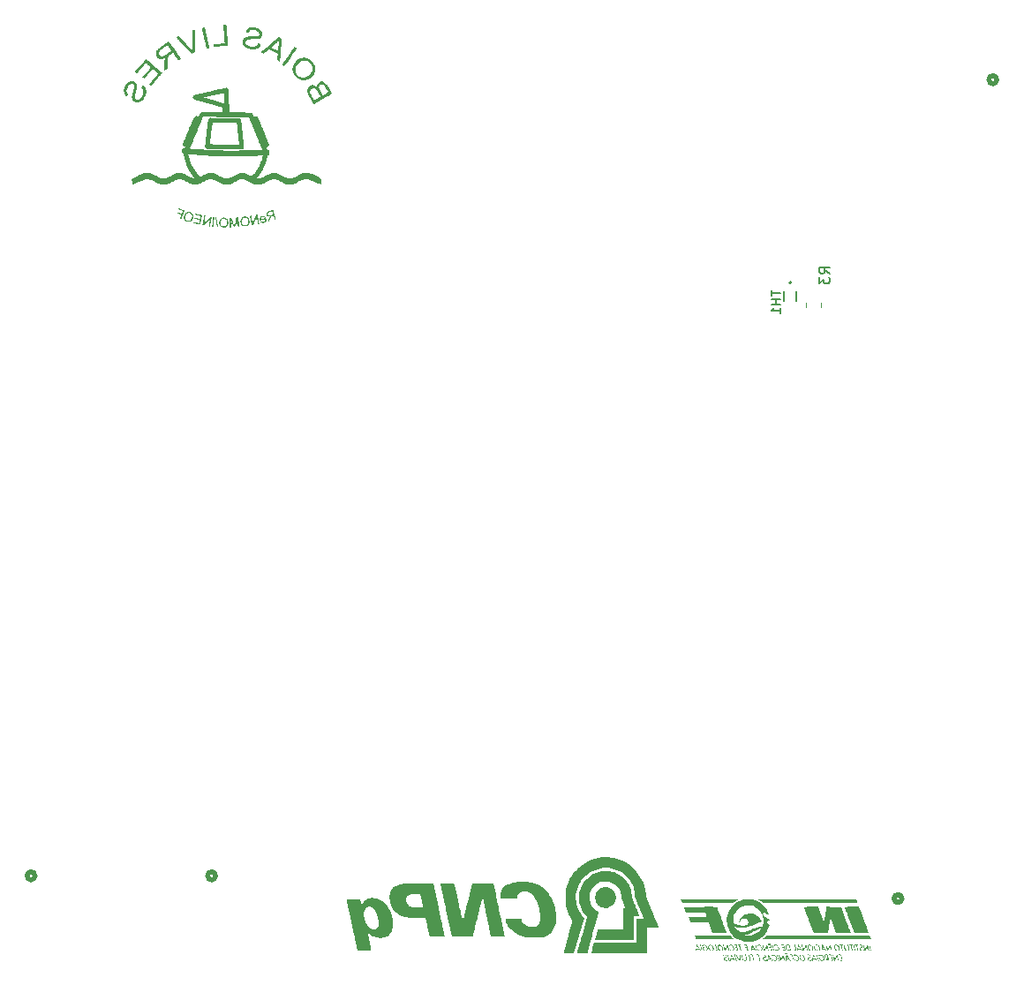
<source format=gbr>
%TF.GenerationSoftware,KiCad,Pcbnew,7.0.6-0*%
%TF.CreationDate,2024-04-17T06:46:49-03:00*%
%TF.ProjectId,Buoy,42756f79-2e6b-4696-9361-645f70636258,rev?*%
%TF.SameCoordinates,Original*%
%TF.FileFunction,Legend,Bot*%
%TF.FilePolarity,Positive*%
%FSLAX46Y46*%
G04 Gerber Fmt 4.6, Leading zero omitted, Abs format (unit mm)*
G04 Created by KiCad (PCBNEW 7.0.6-0) date 2024-04-17 06:46:49*
%MOMM*%
%LPD*%
G01*
G04 APERTURE LIST*
%ADD10C,0.150000*%
%ADD11C,0.508000*%
%ADD12C,0.127000*%
%ADD13C,0.200000*%
%ADD14C,0.120000*%
G04 APERTURE END LIST*
D10*
X191695676Y-73021627D02*
X191695676Y-73535913D01*
X192595676Y-73278770D02*
X191695676Y-73278770D01*
X192595676Y-73835912D02*
X191695676Y-73835912D01*
X192124247Y-73835912D02*
X192124247Y-74350198D01*
X192595676Y-74350198D02*
X191695676Y-74350198D01*
X192595676Y-75250198D02*
X192595676Y-74735912D01*
X192595676Y-74993055D02*
X191695676Y-74993055D01*
X191695676Y-74993055D02*
X191824247Y-74907341D01*
X191824247Y-74907341D02*
X191909961Y-74821626D01*
X191909961Y-74821626D02*
X191952819Y-74735912D01*
X197314819Y-71413333D02*
X196838628Y-71080000D01*
X197314819Y-70841905D02*
X196314819Y-70841905D01*
X196314819Y-70841905D02*
X196314819Y-71222857D01*
X196314819Y-71222857D02*
X196362438Y-71318095D01*
X196362438Y-71318095D02*
X196410057Y-71365714D01*
X196410057Y-71365714D02*
X196505295Y-71413333D01*
X196505295Y-71413333D02*
X196648152Y-71413333D01*
X196648152Y-71413333D02*
X196743390Y-71365714D01*
X196743390Y-71365714D02*
X196791009Y-71318095D01*
X196791009Y-71318095D02*
X196838628Y-71222857D01*
X196838628Y-71222857D02*
X196838628Y-70841905D01*
X196314819Y-71746667D02*
X196314819Y-72365714D01*
X196314819Y-72365714D02*
X196695771Y-72032381D01*
X196695771Y-72032381D02*
X196695771Y-72175238D01*
X196695771Y-72175238D02*
X196743390Y-72270476D01*
X196743390Y-72270476D02*
X196791009Y-72318095D01*
X196791009Y-72318095D02*
X196886247Y-72365714D01*
X196886247Y-72365714D02*
X197124342Y-72365714D01*
X197124342Y-72365714D02*
X197219580Y-72318095D01*
X197219580Y-72318095D02*
X197267200Y-72270476D01*
X197267200Y-72270476D02*
X197314819Y-72175238D01*
X197314819Y-72175238D02*
X197314819Y-71889524D01*
X197314819Y-71889524D02*
X197267200Y-71794286D01*
X197267200Y-71794286D02*
X197219580Y-71746667D01*
%TO.C,G\u002A\u002A\u002A*%
G36*
X138425625Y-65981693D02*
G01*
X138429502Y-65982445D01*
X138458023Y-65988815D01*
X138472160Y-65993474D01*
X138475429Y-66005913D01*
X138482826Y-66039705D01*
X138493701Y-66091604D01*
X138507412Y-66158365D01*
X138523313Y-66236747D01*
X138540763Y-66323509D01*
X138559117Y-66415406D01*
X138577732Y-66509198D01*
X138595964Y-66601642D01*
X138613170Y-66689496D01*
X138628707Y-66769516D01*
X138641931Y-66838463D01*
X138652198Y-66893091D01*
X138658865Y-66930161D01*
X138661289Y-66946429D01*
X138661291Y-66946611D01*
X138649948Y-66957842D01*
X138619882Y-66962069D01*
X138578188Y-66962069D01*
X138487200Y-66495985D01*
X138484890Y-66484155D01*
X138464356Y-66379100D01*
X138445197Y-66281281D01*
X138427980Y-66193585D01*
X138413275Y-66118900D01*
X138401649Y-66060115D01*
X138393673Y-66020116D01*
X138389913Y-66001793D01*
X138387948Y-65983592D01*
X138397745Y-65977870D01*
X138425625Y-65981693D01*
G37*
G36*
X138245943Y-65974430D02*
G01*
X138259908Y-65978091D01*
X138269932Y-65987181D01*
X138276178Y-66004131D01*
X138278812Y-66031374D01*
X138277998Y-66071341D01*
X138273900Y-66126466D01*
X138266682Y-66199181D01*
X138256509Y-66291918D01*
X138243545Y-66407108D01*
X138236689Y-66467911D01*
X138225604Y-66565449D01*
X138215344Y-66654811D01*
X138206299Y-66732658D01*
X138198857Y-66795652D01*
X138193407Y-66840453D01*
X138190339Y-66863723D01*
X138187526Y-66880849D01*
X138180403Y-66900233D01*
X138164401Y-66905786D01*
X138131551Y-66902807D01*
X138119548Y-66901127D01*
X138088480Y-66894842D01*
X138072565Y-66888542D01*
X138072404Y-66884277D01*
X138074144Y-66859081D01*
X138078199Y-66814259D01*
X138084198Y-66753196D01*
X138091770Y-66679272D01*
X138100545Y-66595869D01*
X138110152Y-66506370D01*
X138120221Y-66414156D01*
X138130381Y-66322609D01*
X138140261Y-66235111D01*
X138149491Y-66155044D01*
X138157700Y-66085790D01*
X138164517Y-66030731D01*
X138169572Y-65993248D01*
X138172494Y-65976724D01*
X138172668Y-65976508D01*
X138186195Y-65974505D01*
X138214261Y-65973788D01*
X138227872Y-65973764D01*
X138245943Y-65974430D01*
G37*
G36*
X146072927Y-49715062D02*
G01*
X146100270Y-49734127D01*
X146142411Y-49764076D01*
X146174665Y-49787715D01*
X146191644Y-49801138D01*
X146192784Y-49803828D01*
X146190594Y-49813885D01*
X146182200Y-49831686D01*
X146166755Y-49858484D01*
X146143414Y-49895532D01*
X146111330Y-49944083D01*
X146069656Y-50005392D01*
X146017546Y-50080709D01*
X145954154Y-50171290D01*
X145878634Y-50278387D01*
X145790139Y-50403253D01*
X145687822Y-50547141D01*
X145627777Y-50631471D01*
X145541518Y-50752582D01*
X145458753Y-50868748D01*
X145380858Y-50978040D01*
X145309210Y-51078526D01*
X145245186Y-51168276D01*
X145190163Y-51245359D01*
X145145519Y-51307845D01*
X145112629Y-51353803D01*
X145092872Y-51381302D01*
X145018166Y-51484723D01*
X144902260Y-51401422D01*
X144859869Y-51370942D01*
X144820905Y-51342896D01*
X144793898Y-51323421D01*
X144783030Y-51315531D01*
X144783076Y-51315156D01*
X144791361Y-51301684D01*
X144812132Y-51270890D01*
X144843585Y-51225368D01*
X144883915Y-51167715D01*
X144931317Y-51100526D01*
X144983989Y-51026397D01*
X145016059Y-50981405D01*
X145075007Y-50898680D01*
X145144082Y-50801719D01*
X145220645Y-50694228D01*
X145302055Y-50579914D01*
X145385674Y-50462485D01*
X145468860Y-50345645D01*
X145548974Y-50233104D01*
X145557538Y-50221072D01*
X145629248Y-50120370D01*
X145697207Y-50025003D01*
X145759877Y-49937123D01*
X145815725Y-49858880D01*
X145863212Y-49792425D01*
X145900803Y-49739909D01*
X145926963Y-49703485D01*
X145940155Y-49685302D01*
X145970633Y-49644249D01*
X146072927Y-49715062D01*
G37*
G36*
X136271724Y-65921127D02*
G01*
X136268050Y-65989154D01*
X136246119Y-66097598D01*
X136206123Y-66196148D01*
X136150015Y-66282062D01*
X136079750Y-66352596D01*
X135997282Y-66405007D01*
X135904566Y-66436552D01*
X135886367Y-66439633D01*
X135811459Y-66442079D01*
X135729714Y-66431930D01*
X135651985Y-66410311D01*
X135587397Y-66380629D01*
X135506439Y-66322803D01*
X135443819Y-66250510D01*
X135400303Y-66166047D01*
X135376655Y-66071712D01*
X135375779Y-66042056D01*
X135496614Y-66042056D01*
X135512553Y-66127626D01*
X135549452Y-66201985D01*
X135606691Y-66263476D01*
X135683645Y-66310446D01*
X135762423Y-66333645D01*
X135844258Y-66334422D01*
X135923072Y-66313238D01*
X135994423Y-66271302D01*
X136053867Y-66209820D01*
X136087937Y-66154401D01*
X136121028Y-66074883D01*
X136142225Y-65990276D01*
X136150550Y-65906703D01*
X136145023Y-65830284D01*
X136124665Y-65767143D01*
X136087842Y-65710703D01*
X136025343Y-65651979D01*
X135950357Y-65612647D01*
X135866623Y-65594517D01*
X135777878Y-65599396D01*
X135749231Y-65606379D01*
X135675304Y-65641409D01*
X135611813Y-65698421D01*
X135559640Y-65776476D01*
X135519666Y-65874636D01*
X135502259Y-65946927D01*
X135496614Y-66042056D01*
X135375779Y-66042056D01*
X135373643Y-65969800D01*
X135392032Y-65862610D01*
X135432588Y-65752438D01*
X135466672Y-65689660D01*
X135531671Y-65607357D01*
X135609835Y-65546108D01*
X135700637Y-65506291D01*
X135803551Y-65488281D01*
X135821363Y-65487272D01*
X135876251Y-65487292D01*
X135923032Y-65494534D01*
X135974629Y-65510689D01*
X136008953Y-65524247D01*
X136103243Y-65576119D01*
X136176780Y-65641902D01*
X136229450Y-65721437D01*
X136261136Y-65814565D01*
X136270291Y-65906703D01*
X136271724Y-65921127D01*
G37*
G36*
X137366386Y-47810182D02*
G01*
X137374675Y-47824422D01*
X137386376Y-47858108D01*
X137399952Y-47906281D01*
X137413870Y-47963979D01*
X137416960Y-47977727D01*
X137427792Y-48025381D01*
X137443464Y-48093867D01*
X137463409Y-48180724D01*
X137487059Y-48283492D01*
X137513847Y-48399711D01*
X137543207Y-48526919D01*
X137574572Y-48662655D01*
X137607375Y-48804460D01*
X137641047Y-48949872D01*
X137661539Y-49038519D01*
X137692868Y-49174892D01*
X137722021Y-49302811D01*
X137748557Y-49420287D01*
X137772036Y-49525331D01*
X137792017Y-49615954D01*
X137808060Y-49690167D01*
X137819723Y-49745980D01*
X137826566Y-49781405D01*
X137828149Y-49794453D01*
X137823022Y-49796957D01*
X137797787Y-49804988D01*
X137757015Y-49816043D01*
X137706477Y-49828506D01*
X137684200Y-49833769D01*
X137627461Y-49846755D01*
X137589434Y-49853421D01*
X137565776Y-49853149D01*
X137552148Y-49845325D01*
X137544208Y-49829333D01*
X137537615Y-49804557D01*
X137532646Y-49783876D01*
X137522591Y-49741112D01*
X137508114Y-49679093D01*
X137489746Y-49600117D01*
X137468016Y-49506480D01*
X137443454Y-49400478D01*
X137416590Y-49284408D01*
X137387953Y-49160566D01*
X137358074Y-49031249D01*
X137327483Y-48898753D01*
X137296709Y-48765375D01*
X137266282Y-48633411D01*
X137236732Y-48505158D01*
X137208590Y-48382913D01*
X137182383Y-48268971D01*
X137158644Y-48165630D01*
X137137901Y-48075185D01*
X137120684Y-47999935D01*
X137107524Y-47942173D01*
X137098950Y-47904199D01*
X137095491Y-47888307D01*
X137095856Y-47878523D01*
X137104412Y-47868800D01*
X137125543Y-47859365D01*
X137163242Y-47848516D01*
X137221502Y-47834547D01*
X137263565Y-47825320D01*
X137312534Y-47815890D01*
X137348671Y-47810501D01*
X137366244Y-47810121D01*
X137366386Y-47810182D01*
G37*
G36*
X141666666Y-66513158D02*
G01*
X141639045Y-66611202D01*
X141592274Y-66698233D01*
X141527818Y-66771701D01*
X141447146Y-66829058D01*
X141351724Y-66867756D01*
X141335581Y-66871888D01*
X141236828Y-66883086D01*
X141136261Y-66872753D01*
X141040331Y-66842116D01*
X140955490Y-66792402D01*
X140941556Y-66781136D01*
X140880934Y-66714072D01*
X140834333Y-66631299D01*
X140802590Y-66537525D01*
X140786538Y-66437458D01*
X140786772Y-66387642D01*
X140913862Y-66387642D01*
X140914786Y-66425303D01*
X140929466Y-66528870D01*
X140962139Y-66615271D01*
X141012965Y-66684842D01*
X141082107Y-66737920D01*
X141103655Y-66749708D01*
X141140697Y-66765052D01*
X141179997Y-66772179D01*
X141232857Y-66773777D01*
X141277988Y-66772154D01*
X141339190Y-66761872D01*
X141390475Y-66739491D01*
X141440613Y-66701980D01*
X141476255Y-66665775D01*
X141515737Y-66603024D01*
X141537965Y-66528048D01*
X141544622Y-66436552D01*
X141544612Y-66434875D01*
X141538307Y-66334408D01*
X141519961Y-66252044D01*
X141488075Y-66183249D01*
X141441149Y-66123487D01*
X141434059Y-66116380D01*
X141364788Y-66065196D01*
X141287295Y-66036038D01*
X141205560Y-66029296D01*
X141123565Y-66045361D01*
X141045291Y-66084625D01*
X141019414Y-66103836D01*
X140970764Y-66154611D01*
X140938080Y-66216244D01*
X140919675Y-66292626D01*
X140913862Y-66387642D01*
X140786772Y-66387642D01*
X140787015Y-66335806D01*
X140804855Y-66237279D01*
X140840893Y-66146583D01*
X140843801Y-66141197D01*
X140894155Y-66066996D01*
X140957015Y-66009309D01*
X141038345Y-65962575D01*
X141100764Y-65941824D01*
X141179404Y-65929776D01*
X141262053Y-65928170D01*
X141339859Y-65937145D01*
X141403971Y-65956841D01*
X141444158Y-65978314D01*
X141522257Y-66039956D01*
X141586369Y-66119962D01*
X141634517Y-66215550D01*
X141664725Y-66323941D01*
X141673669Y-66406650D01*
X141671703Y-66436552D01*
X141666666Y-66513158D01*
G37*
G36*
X139631176Y-66561183D02*
G01*
X139621269Y-66645052D01*
X139602196Y-66714346D01*
X139597100Y-66726472D01*
X139547071Y-66811207D01*
X139478823Y-66883878D01*
X139397116Y-66940269D01*
X139306706Y-66976164D01*
X139302904Y-66977033D01*
X139268665Y-66980940D01*
X139220248Y-66982667D01*
X139166847Y-66981841D01*
X139142491Y-66980330D01*
X139044818Y-66962196D01*
X138959565Y-66924076D01*
X138882589Y-66864255D01*
X138826446Y-66795119D01*
X138784451Y-66709251D01*
X138759406Y-66613838D01*
X138751280Y-66513382D01*
X138752956Y-66494070D01*
X138879694Y-66494070D01*
X138881036Y-66572963D01*
X138891045Y-66645168D01*
X138909742Y-66702298D01*
X138935099Y-66744782D01*
X138987169Y-66803618D01*
X139048726Y-66848345D01*
X139113407Y-66873612D01*
X139188447Y-66883380D01*
X139273440Y-66875453D01*
X139348616Y-66844779D01*
X139414772Y-66791142D01*
X139456103Y-66738033D01*
X139485004Y-66675089D01*
X139501142Y-66599244D01*
X139506157Y-66505370D01*
X139505294Y-66458534D01*
X139497567Y-66378369D01*
X139480495Y-66314939D01*
X139452465Y-66263340D01*
X139411863Y-66218666D01*
X139348891Y-66172062D01*
X139279578Y-66144711D01*
X139199115Y-66136256D01*
X139178179Y-66136834D01*
X139092508Y-66153061D01*
X139018719Y-66191121D01*
X138957756Y-66250377D01*
X138910563Y-66330197D01*
X138902944Y-66349762D01*
X138887004Y-66416874D01*
X138879694Y-66494070D01*
X138752956Y-66494070D01*
X138760043Y-66412383D01*
X138785665Y-66315344D01*
X138828117Y-66226763D01*
X138887367Y-66151143D01*
X138894124Y-66144539D01*
X138971418Y-66086482D01*
X139057523Y-66048759D01*
X139148791Y-66030643D01*
X139241573Y-66031409D01*
X139332220Y-66050330D01*
X139417085Y-66086681D01*
X139492517Y-66139735D01*
X139554869Y-66208766D01*
X139600492Y-66293048D01*
X139606251Y-66309090D01*
X139623632Y-66384506D01*
X139631952Y-66471436D01*
X139631659Y-66505370D01*
X139631176Y-66561183D01*
G37*
G36*
X137364555Y-65855250D02*
G01*
X137377545Y-65857465D01*
X137406651Y-65863065D01*
X137419764Y-65866621D01*
X137419837Y-65867091D01*
X137417541Y-65883399D01*
X137410995Y-65920591D01*
X137400788Y-65975542D01*
X137387507Y-66045130D01*
X137371740Y-66126230D01*
X137354075Y-66215718D01*
X137351229Y-66230040D01*
X137333644Y-66318894D01*
X137317865Y-66399215D01*
X137304514Y-66467802D01*
X137294209Y-66521454D01*
X137287572Y-66556969D01*
X137285221Y-66571147D01*
X137292005Y-66566260D01*
X137314552Y-66545688D01*
X137350974Y-66511023D01*
X137399282Y-66464197D01*
X137457483Y-66407140D01*
X137523587Y-66341784D01*
X137595602Y-66270061D01*
X137905982Y-65959867D01*
X137959433Y-65971877D01*
X137973595Y-65975239D01*
X138004242Y-65983965D01*
X138019598Y-65990600D01*
X138019468Y-65996651D01*
X138015572Y-66024171D01*
X138007739Y-66070997D01*
X137996568Y-66133973D01*
X137982656Y-66209942D01*
X137966600Y-66295748D01*
X137948999Y-66388236D01*
X137930448Y-66484249D01*
X137911547Y-66580631D01*
X137892892Y-66674226D01*
X137875081Y-66761879D01*
X137858711Y-66840432D01*
X137846048Y-66900224D01*
X137800241Y-66892092D01*
X137793923Y-66890907D01*
X137762675Y-66883101D01*
X137745063Y-66875482D01*
X137744680Y-66874623D01*
X137745471Y-66856359D01*
X137750627Y-66817346D01*
X137759622Y-66760757D01*
X137771930Y-66689766D01*
X137787026Y-66607546D01*
X137804384Y-66517271D01*
X137807834Y-66499700D01*
X137825239Y-66410825D01*
X137840851Y-66330743D01*
X137854062Y-66262604D01*
X137864261Y-66209562D01*
X137870839Y-66174768D01*
X137873187Y-66161375D01*
X137866303Y-66166989D01*
X137843638Y-66188339D01*
X137807092Y-66223713D01*
X137758655Y-66271159D01*
X137700317Y-66328727D01*
X137634067Y-66394467D01*
X137561896Y-66466430D01*
X137250492Y-66777647D01*
X137192783Y-66768993D01*
X137174516Y-66765766D01*
X137144434Y-66755331D01*
X137135073Y-66740454D01*
X137136959Y-66727147D01*
X137143139Y-66692088D01*
X137152960Y-66639094D01*
X137165737Y-66571650D01*
X137180788Y-66493244D01*
X137197429Y-66407361D01*
X137214977Y-66317488D01*
X137232748Y-66227110D01*
X137250060Y-66139713D01*
X137266228Y-66058783D01*
X137280570Y-65987807D01*
X137292402Y-65930271D01*
X137301041Y-65889660D01*
X137305804Y-65869461D01*
X137313330Y-65855969D01*
X137330564Y-65851430D01*
X137364555Y-65855250D01*
G37*
G36*
X143254082Y-66111467D02*
G01*
X143272862Y-66194112D01*
X143277506Y-66274103D01*
X143266127Y-66344027D01*
X143245928Y-66393766D01*
X143203086Y-66454828D01*
X143142527Y-66502185D01*
X143061256Y-66538682D01*
X143001057Y-66555233D01*
X142931969Y-66559847D01*
X142861767Y-66546502D01*
X142856966Y-66544916D01*
X142823001Y-66528185D01*
X142785526Y-66503022D01*
X142750894Y-66474562D01*
X142725457Y-66447941D01*
X142715566Y-66428294D01*
X142716625Y-66425191D01*
X142732422Y-66410853D01*
X142761132Y-66394433D01*
X142776055Y-66387430D01*
X142799881Y-66379452D01*
X142817237Y-66384261D01*
X142839334Y-66403099D01*
X142874082Y-66431705D01*
X142920299Y-66454761D01*
X142971744Y-66461576D01*
X142993286Y-66460298D01*
X143054665Y-66442478D01*
X143106361Y-66406879D01*
X143141650Y-66357616D01*
X143143896Y-66352479D01*
X143157509Y-66309783D01*
X143164789Y-66265395D01*
X143165547Y-66225738D01*
X143159591Y-66197234D01*
X143146731Y-66186306D01*
X143129597Y-66189502D01*
X143092386Y-66198644D01*
X143039375Y-66212634D01*
X142974718Y-66230377D01*
X142902565Y-66250776D01*
X142901521Y-66251076D01*
X142830607Y-66270993D01*
X142768304Y-66287728D01*
X142718461Y-66300308D01*
X142684926Y-66307763D01*
X142671549Y-66309119D01*
X142667645Y-66299570D01*
X142660318Y-66271081D01*
X142652203Y-66231491D01*
X142646110Y-66180066D01*
X142647761Y-66157338D01*
X142757476Y-66157338D01*
X142761315Y-66174151D01*
X142772971Y-66182726D01*
X142795691Y-66183326D01*
X142832719Y-66176210D01*
X142887302Y-66161638D01*
X142962684Y-66139872D01*
X142980667Y-66134611D01*
X143043729Y-66115085D01*
X143085482Y-66098885D01*
X143108324Y-66083744D01*
X143114652Y-66067396D01*
X143106864Y-66047574D01*
X143087358Y-66022011D01*
X143043494Y-65981952D01*
X142983840Y-65955317D01*
X142919251Y-65952369D01*
X142852886Y-65973757D01*
X142841299Y-65979991D01*
X142796375Y-66015052D01*
X142770060Y-66060995D01*
X142758786Y-66123499D01*
X142758211Y-66132028D01*
X142757476Y-66157338D01*
X142647761Y-66157338D01*
X142652398Y-66093481D01*
X142679083Y-66016766D01*
X142724073Y-65952540D01*
X142785279Y-65903422D01*
X142860609Y-65872031D01*
X142947973Y-65860985D01*
X142972050Y-65861525D01*
X143046062Y-65872913D01*
X143108199Y-65901349D01*
X143165763Y-65949812D01*
X143181664Y-65967864D01*
X143223054Y-66033580D01*
X143236525Y-66067396D01*
X143254082Y-66111467D01*
G37*
G36*
X139438630Y-47508152D02*
G01*
X139438632Y-47508159D01*
X139440240Y-47522235D01*
X139443500Y-47558864D01*
X139448242Y-47615782D01*
X139454294Y-47690728D01*
X139461486Y-47781440D01*
X139469647Y-47885655D01*
X139478605Y-48001113D01*
X139488191Y-48125551D01*
X139498232Y-48256706D01*
X139508558Y-48392318D01*
X139518998Y-48530124D01*
X139529381Y-48667862D01*
X139539537Y-48803270D01*
X139549293Y-48934087D01*
X139558480Y-49058049D01*
X139566926Y-49172896D01*
X139574460Y-49276365D01*
X139580912Y-49366194D01*
X139586110Y-49440122D01*
X139589884Y-49495886D01*
X139592062Y-49531224D01*
X139592474Y-49543875D01*
X139588601Y-49544661D01*
X139563391Y-49547517D01*
X139516730Y-49551988D01*
X139450917Y-49557877D01*
X139368247Y-49564988D01*
X139271020Y-49573125D01*
X139161531Y-49582092D01*
X139042078Y-49591693D01*
X138914958Y-49601732D01*
X138849236Y-49606878D01*
X138725155Y-49616605D01*
X138609604Y-49625675D01*
X138504928Y-49633904D01*
X138413473Y-49641106D01*
X138337585Y-49647098D01*
X138279608Y-49651694D01*
X138241889Y-49654710D01*
X138226773Y-49655960D01*
X138220968Y-49655882D01*
X138210043Y-49648153D01*
X138209675Y-49644280D01*
X138207660Y-49619921D01*
X138204465Y-49579487D01*
X138200589Y-49529279D01*
X138192224Y-49419790D01*
X138229831Y-49414015D01*
X138233980Y-49413487D01*
X138262061Y-49410767D01*
X138311251Y-49406537D01*
X138378656Y-49401028D01*
X138461384Y-49394469D01*
X138556541Y-49387092D01*
X138661235Y-49379125D01*
X138772572Y-49370801D01*
X138815619Y-49367596D01*
X138922594Y-49359503D01*
X139020544Y-49351912D01*
X139106813Y-49345040D01*
X139178747Y-49339105D01*
X139233688Y-49334324D01*
X139268982Y-49330915D01*
X139281973Y-49329094D01*
X139281914Y-49320181D01*
X139280179Y-49288215D01*
X139276756Y-49234927D01*
X139271789Y-49162303D01*
X139265420Y-49072330D01*
X139257791Y-48966995D01*
X139249045Y-48848284D01*
X139239324Y-48718182D01*
X139228773Y-48578677D01*
X139217532Y-48431755D01*
X139208304Y-48310563D01*
X139197805Y-48169358D01*
X139188244Y-48037104D01*
X139179753Y-47915799D01*
X139172461Y-47807442D01*
X139166500Y-47714035D01*
X139162000Y-47637575D01*
X139159092Y-47580063D01*
X139157906Y-47543497D01*
X139158574Y-47529878D01*
X139173130Y-47526245D01*
X139205823Y-47521918D01*
X139250503Y-47517378D01*
X139301025Y-47513100D01*
X139351244Y-47509562D01*
X139395015Y-47507240D01*
X139426192Y-47506611D01*
X139438630Y-47508152D01*
G37*
G36*
X136480148Y-47986041D02*
G01*
X136480823Y-48006255D01*
X136480933Y-48048582D01*
X136480523Y-48110779D01*
X136479640Y-48190602D01*
X136478330Y-48285805D01*
X136476640Y-48394146D01*
X136474614Y-48513380D01*
X136472300Y-48641264D01*
X136469744Y-48775552D01*
X136466991Y-48914002D01*
X136464088Y-49054369D01*
X136461081Y-49194409D01*
X136458016Y-49331878D01*
X136454940Y-49464532D01*
X136451898Y-49590127D01*
X136448937Y-49706420D01*
X136446102Y-49811165D01*
X136443440Y-49902119D01*
X136440997Y-49977039D01*
X136438820Y-50033679D01*
X136436954Y-50069796D01*
X136428128Y-50200528D01*
X136296748Y-50253768D01*
X136249302Y-50272839D01*
X136203997Y-50290701D01*
X136171958Y-50302925D01*
X136158133Y-50307593D01*
X136151683Y-50302090D01*
X136128942Y-50280242D01*
X136091210Y-50243083D01*
X136039898Y-50192027D01*
X135976417Y-50128492D01*
X135902178Y-50053893D01*
X135818593Y-49969647D01*
X135727073Y-49877168D01*
X135629028Y-49777873D01*
X135525870Y-49673177D01*
X135395026Y-49540226D01*
X135261487Y-49404475D01*
X135143717Y-49284662D01*
X135040754Y-49179790D01*
X134951633Y-49088859D01*
X134875393Y-49010872D01*
X134811069Y-48944831D01*
X134757699Y-48889736D01*
X134714320Y-48844589D01*
X134679969Y-48808393D01*
X134653682Y-48780149D01*
X134634497Y-48758859D01*
X134621450Y-48743523D01*
X134613579Y-48733144D01*
X134609920Y-48726724D01*
X134609510Y-48723264D01*
X134614632Y-48718736D01*
X134638661Y-48705968D01*
X134676761Y-48688879D01*
X134722882Y-48669852D01*
X134770972Y-48651271D01*
X134814982Y-48635517D01*
X134848860Y-48624975D01*
X134866557Y-48622027D01*
X134867567Y-48622440D01*
X134882937Y-48634884D01*
X134912060Y-48662348D01*
X134952086Y-48702017D01*
X135000164Y-48751073D01*
X135053444Y-48806700D01*
X135091289Y-48846615D01*
X135152323Y-48910929D01*
X135224560Y-48986998D01*
X135304610Y-49071254D01*
X135389081Y-49160129D01*
X135474583Y-49250052D01*
X135557724Y-49337456D01*
X135584732Y-49365846D01*
X135692136Y-49478862D01*
X135784249Y-49576016D01*
X135862729Y-49659085D01*
X135929239Y-49729848D01*
X135985438Y-49790083D01*
X136032988Y-49841567D01*
X136073549Y-49886079D01*
X136108781Y-49925397D01*
X136140344Y-49961299D01*
X136202906Y-50033163D01*
X136199038Y-49060202D01*
X136195170Y-48087241D01*
X136334225Y-48032658D01*
X136334439Y-48032574D01*
X136388877Y-48011930D01*
X136434432Y-47996010D01*
X136466340Y-47986386D01*
X136479835Y-47984631D01*
X136480148Y-47986041D01*
G37*
G36*
X134850741Y-65126784D02*
G01*
X134882940Y-65138288D01*
X134930738Y-65155804D01*
X134990228Y-65177859D01*
X135057503Y-65202983D01*
X135128659Y-65229705D01*
X135199787Y-65256555D01*
X135266982Y-65282061D01*
X135326339Y-65304752D01*
X135373949Y-65323158D01*
X135405908Y-65335809D01*
X135418309Y-65341232D01*
X135418365Y-65341322D01*
X135415148Y-65355031D01*
X135404106Y-65389415D01*
X135386165Y-65441845D01*
X135362250Y-65509691D01*
X135333290Y-65590321D01*
X135300211Y-65681107D01*
X135263938Y-65779418D01*
X135234079Y-65859755D01*
X135197685Y-65957067D01*
X135168265Y-66034544D01*
X135144868Y-66094353D01*
X135126541Y-66138661D01*
X135112334Y-66169634D01*
X135101293Y-66189441D01*
X135092468Y-66200247D01*
X135084906Y-66204220D01*
X135077656Y-66203526D01*
X135073297Y-66202162D01*
X135027731Y-66186278D01*
X135002952Y-66173386D01*
X134995468Y-66161710D01*
X134996879Y-66155397D01*
X135005500Y-66128406D01*
X135020651Y-66084822D01*
X135040816Y-66028964D01*
X135064478Y-65965150D01*
X135078559Y-65926905D01*
X135099048Y-65868078D01*
X135114296Y-65820070D01*
X135123013Y-65787044D01*
X135123911Y-65773164D01*
X135118792Y-65770412D01*
X135093430Y-65759644D01*
X135051128Y-65742968D01*
X134996186Y-65722062D01*
X134932906Y-65698606D01*
X134898506Y-65685909D01*
X134838926Y-65663403D01*
X134789879Y-65644207D01*
X134755705Y-65630037D01*
X134740743Y-65622610D01*
X134739095Y-65620234D01*
X134737877Y-65599183D01*
X134745001Y-65567613D01*
X134746983Y-65561293D01*
X134751569Y-65546067D01*
X134756993Y-65535760D01*
X134766502Y-65530872D01*
X134783343Y-65531903D01*
X134810763Y-65539354D01*
X134852007Y-65553725D01*
X134910323Y-65575517D01*
X134988957Y-65605232D01*
X135019607Y-65616593D01*
X135077929Y-65637147D01*
X135125831Y-65652604D01*
X135159017Y-65661621D01*
X135173195Y-65662857D01*
X135179622Y-65652835D01*
X135192690Y-65623596D01*
X135208628Y-65582065D01*
X135225450Y-65534179D01*
X135241170Y-65485875D01*
X135253802Y-65443091D01*
X135261359Y-65411764D01*
X135261854Y-65397831D01*
X135249487Y-65391802D01*
X135216987Y-65378454D01*
X135168489Y-65359542D01*
X135107934Y-65336598D01*
X135039261Y-65311157D01*
X134976355Y-65287819D01*
X134914767Y-65264360D01*
X134864840Y-65244680D01*
X134830536Y-65230345D01*
X134815817Y-65222919D01*
X134813663Y-65214153D01*
X134815821Y-65189315D01*
X134822108Y-65159071D01*
X134830280Y-65133520D01*
X134838091Y-65122759D01*
X134850741Y-65126784D01*
G37*
G36*
X142412986Y-65741850D02*
G01*
X142415218Y-65746977D01*
X142422431Y-65773392D01*
X142433133Y-65818993D01*
X142446656Y-65880422D01*
X142462336Y-65954318D01*
X142479504Y-66037323D01*
X142497496Y-66126077D01*
X142515645Y-66217221D01*
X142533285Y-66307396D01*
X142549749Y-66393242D01*
X142564371Y-66471401D01*
X142576485Y-66538513D01*
X142585425Y-66591218D01*
X142590524Y-66626157D01*
X142591116Y-66639972D01*
X142588879Y-66641691D01*
X142567454Y-66648285D01*
X142534165Y-66652485D01*
X142485585Y-66655517D01*
X142416301Y-66308301D01*
X142413005Y-66291823D01*
X142395112Y-66203654D01*
X142378640Y-66124601D01*
X142364266Y-66057751D01*
X142352665Y-66006194D01*
X142344510Y-65973019D01*
X142340478Y-65961315D01*
X142336148Y-65968897D01*
X142323242Y-65997144D01*
X142303013Y-66043780D01*
X142276581Y-66106158D01*
X142245068Y-66181627D01*
X142209594Y-66267538D01*
X142171280Y-66361243D01*
X142008620Y-66760939D01*
X141958571Y-66772578D01*
X141948123Y-66774975D01*
X141915368Y-66782046D01*
X141896009Y-66785545D01*
X141892302Y-66777675D01*
X141884021Y-66748378D01*
X141872229Y-66700529D01*
X141857612Y-66637418D01*
X141840856Y-66562338D01*
X141822647Y-66478579D01*
X141803672Y-66389433D01*
X141784617Y-66298191D01*
X141766168Y-66208144D01*
X141749011Y-66122584D01*
X141733833Y-66044801D01*
X141721320Y-65978088D01*
X141712157Y-65925735D01*
X141707033Y-65891034D01*
X141706631Y-65877276D01*
X141714735Y-65873252D01*
X141739536Y-65865734D01*
X141770629Y-65858392D01*
X141797917Y-65853525D01*
X141811300Y-65853435D01*
X141811474Y-65853787D01*
X141815374Y-65869568D01*
X141823404Y-65906317D01*
X141834906Y-65960882D01*
X141849222Y-66030112D01*
X141865694Y-66110855D01*
X141883664Y-66199961D01*
X141885883Y-66211021D01*
X141903756Y-66299824D01*
X141920050Y-66380316D01*
X141934102Y-66449250D01*
X141945248Y-66503382D01*
X141952823Y-66539465D01*
X141956164Y-66554254D01*
X141957046Y-66553917D01*
X141965502Y-66538397D01*
X141981792Y-66503365D01*
X142004720Y-66451550D01*
X142033093Y-66385679D01*
X142065716Y-66308479D01*
X142101394Y-66222677D01*
X142148252Y-66109003D01*
X142188009Y-66012628D01*
X142220229Y-65935171D01*
X142246008Y-65874530D01*
X142266446Y-65828598D01*
X142282642Y-65795272D01*
X142295695Y-65772448D01*
X142306702Y-65758021D01*
X142316763Y-65749886D01*
X142326977Y-65745940D01*
X142338442Y-65744078D01*
X142352256Y-65742195D01*
X142365079Y-65740321D01*
X142396391Y-65738509D01*
X142412986Y-65741850D01*
G37*
G36*
X147952662Y-51767768D02*
G01*
X147951651Y-51866716D01*
X147943534Y-51958556D01*
X147928202Y-52034877D01*
X147906625Y-52101031D01*
X147843307Y-52242498D01*
X147760658Y-52375345D01*
X147661294Y-52497232D01*
X147547831Y-52605817D01*
X147422887Y-52698762D01*
X147289078Y-52773724D01*
X147149022Y-52828363D01*
X147005335Y-52860339D01*
X146937636Y-52866513D01*
X146802774Y-52862993D01*
X146664664Y-52840750D01*
X146530307Y-52801129D01*
X146406699Y-52745472D01*
X146373362Y-52726603D01*
X146235693Y-52632776D01*
X146113163Y-52522748D01*
X146007412Y-52398973D01*
X145920082Y-52263904D01*
X145852812Y-52119995D01*
X145807242Y-51969700D01*
X145789510Y-51846679D01*
X146048801Y-51846679D01*
X146063658Y-51973169D01*
X146102713Y-52098890D01*
X146166268Y-52222562D01*
X146187623Y-52254849D01*
X146262710Y-52346262D01*
X146351620Y-52428549D01*
X146449294Y-52497943D01*
X146550670Y-52550681D01*
X146650689Y-52582996D01*
X146783433Y-52601307D01*
X146909867Y-52598118D01*
X147026154Y-52573158D01*
X147128195Y-52530543D01*
X147239568Y-52464000D01*
X147347248Y-52380305D01*
X147447213Y-52283392D01*
X147535438Y-52177197D01*
X147607900Y-52065654D01*
X147660577Y-51952698D01*
X147674025Y-51906749D01*
X147687124Y-51819118D01*
X147689375Y-51723057D01*
X147680763Y-51627315D01*
X147661274Y-51540640D01*
X147657359Y-51528558D01*
X147603978Y-51404820D01*
X147530684Y-51290078D01*
X147440752Y-51188105D01*
X147337461Y-51102670D01*
X147224087Y-51037546D01*
X147179122Y-51018545D01*
X147051561Y-50981722D01*
X146923655Y-50969840D01*
X146795729Y-50982843D01*
X146668108Y-51020679D01*
X146541120Y-51083293D01*
X146415091Y-51170632D01*
X146326914Y-51247394D01*
X146225313Y-51358570D01*
X146146399Y-51475364D01*
X146090474Y-51596499D01*
X146057841Y-51720696D01*
X146048801Y-51846679D01*
X145789510Y-51846679D01*
X145785012Y-51815472D01*
X145783986Y-51732352D01*
X145801182Y-51591614D01*
X145840795Y-51452599D01*
X145901243Y-51317708D01*
X145980943Y-51189347D01*
X146078312Y-51069919D01*
X146191769Y-50961828D01*
X146319730Y-50867477D01*
X146460614Y-50789270D01*
X146505997Y-50768717D01*
X146590361Y-50736919D01*
X146672045Y-50716706D01*
X146760056Y-50706159D01*
X146863399Y-50703356D01*
X146931242Y-50704804D01*
X147022049Y-50712638D01*
X147104139Y-50729156D01*
X147187068Y-50756501D01*
X147280390Y-50796813D01*
X147356022Y-50834869D01*
X147438284Y-50885230D01*
X147516536Y-50945047D01*
X147599286Y-51020281D01*
X147670753Y-51094552D01*
X147777048Y-51231143D01*
X147860581Y-51377503D01*
X147921823Y-51534384D01*
X147933792Y-51582188D01*
X147946673Y-51670122D01*
X147949920Y-51723057D01*
X147952662Y-51767768D01*
G37*
G36*
X140599718Y-66006249D02*
G01*
X140600738Y-66010714D01*
X140603703Y-66036259D01*
X140607907Y-66081351D01*
X140613097Y-66142506D01*
X140619016Y-66216243D01*
X140625411Y-66299078D01*
X140632025Y-66387529D01*
X140638604Y-66478112D01*
X140644893Y-66567345D01*
X140650637Y-66651745D01*
X140655581Y-66727828D01*
X140659469Y-66792113D01*
X140662048Y-66841116D01*
X140663061Y-66871355D01*
X140663546Y-66937044D01*
X140607241Y-66937044D01*
X140604309Y-66937039D01*
X140570443Y-66935120D01*
X140554759Y-66927843D01*
X140550936Y-66912447D01*
X140550162Y-66892990D01*
X140547800Y-66852934D01*
X140544123Y-66796637D01*
X140539405Y-66727843D01*
X140533924Y-66650300D01*
X140527957Y-66567753D01*
X140521779Y-66483949D01*
X140515666Y-66402633D01*
X140509896Y-66327552D01*
X140504744Y-66262452D01*
X140500486Y-66211079D01*
X140497400Y-66177179D01*
X140495762Y-66164498D01*
X140493710Y-66169556D01*
X140485953Y-66195489D01*
X140473213Y-66240935D01*
X140456247Y-66303108D01*
X140435813Y-66379221D01*
X140412669Y-66466489D01*
X140387573Y-66562125D01*
X140282855Y-66963223D01*
X140226650Y-66959518D01*
X140170445Y-66955813D01*
X140013473Y-66591218D01*
X139991106Y-66539567D01*
X139954563Y-66456547D01*
X139921838Y-66383900D01*
X139894117Y-66324163D01*
X139872585Y-66279869D01*
X139858428Y-66253553D01*
X139852832Y-66247752D01*
X139852748Y-66248395D01*
X139852848Y-66268178D01*
X139854645Y-66309167D01*
X139857934Y-66367939D01*
X139862514Y-66441067D01*
X139868180Y-66525129D01*
X139874729Y-66616700D01*
X139875500Y-66627204D01*
X139882097Y-66717422D01*
X139888021Y-66799196D01*
X139893038Y-66869224D01*
X139896913Y-66924204D01*
X139899410Y-66960832D01*
X139900295Y-66975807D01*
X139897946Y-66979056D01*
X139878220Y-66984814D01*
X139844984Y-66987094D01*
X139832784Y-66987007D01*
X139803711Y-66984178D01*
X139789729Y-66974161D01*
X139783163Y-66952685D01*
X139783116Y-66952435D01*
X139780298Y-66929328D01*
X139776387Y-66886239D01*
X139771607Y-66826623D01*
X139766182Y-66753938D01*
X139760336Y-66671641D01*
X139754295Y-66583189D01*
X139748281Y-66492039D01*
X139742521Y-66401648D01*
X139737237Y-66315474D01*
X139732654Y-66236972D01*
X139728996Y-66169600D01*
X139726488Y-66116815D01*
X139725354Y-66082074D01*
X139725818Y-66068835D01*
X139736271Y-66065957D01*
X139765716Y-66062390D01*
X139806453Y-66059558D01*
X139881527Y-66055836D01*
X140043492Y-66433879D01*
X140069413Y-66494173D01*
X140106659Y-66580045D01*
X140140144Y-66656336D01*
X140168663Y-66720355D01*
X140191016Y-66769412D01*
X140205998Y-66800815D01*
X140212408Y-66811873D01*
X140215353Y-66806506D01*
X140223876Y-66780844D01*
X140236348Y-66737642D01*
X140251615Y-66680946D01*
X140268525Y-66614804D01*
X140272060Y-66600656D01*
X140294993Y-66509542D01*
X140320849Y-66407695D01*
X140346713Y-66306562D01*
X140369670Y-66217586D01*
X140421649Y-66017389D01*
X140508189Y-66009601D01*
X140510249Y-66009417D01*
X140553608Y-66006220D01*
X140585703Y-66005081D01*
X140599718Y-66006249D01*
G37*
G36*
X136455652Y-65664037D02*
G01*
X136479079Y-65667908D01*
X136521087Y-65675888D01*
X136577773Y-65687155D01*
X136645234Y-65700890D01*
X136719565Y-65716271D01*
X136796863Y-65732477D01*
X136873225Y-65748686D01*
X136944745Y-65764080D01*
X137007522Y-65777835D01*
X137057650Y-65789132D01*
X137091227Y-65797148D01*
X137104348Y-65801065D01*
X137104409Y-65801180D01*
X137102708Y-65815505D01*
X137096296Y-65851393D01*
X137085719Y-65906114D01*
X137071525Y-65976937D01*
X137054259Y-66061131D01*
X137034470Y-66155967D01*
X137012703Y-66258714D01*
X137003256Y-66302894D01*
X136978952Y-66415359D01*
X136958858Y-66506020D01*
X136942450Y-66576911D01*
X136929202Y-66630062D01*
X136918592Y-66667508D01*
X136910094Y-66691280D01*
X136903185Y-66703412D01*
X136897339Y-66705937D01*
X136886170Y-66703277D01*
X136852657Y-66695911D01*
X136800932Y-66684819D01*
X136734549Y-66670757D01*
X136657061Y-66654480D01*
X136572019Y-66636743D01*
X136505299Y-66622832D01*
X136426356Y-66606251D01*
X136357959Y-66591750D01*
X136303598Y-66580073D01*
X136266765Y-66571966D01*
X136250949Y-66568174D01*
X136245870Y-66564741D01*
X136242747Y-66547192D01*
X136249575Y-66511533D01*
X136259639Y-66479501D01*
X136271316Y-66465800D01*
X136289119Y-66466015D01*
X136318404Y-66472821D01*
X136377218Y-66485935D01*
X136444840Y-66500509D01*
X136517110Y-66515700D01*
X136589871Y-66530667D01*
X136658962Y-66544566D01*
X136720227Y-66556555D01*
X136769505Y-66565792D01*
X136802640Y-66571435D01*
X136815471Y-66572640D01*
X136817071Y-66569338D01*
X136823682Y-66546994D01*
X136833291Y-66508807D01*
X136844629Y-66460514D01*
X136856426Y-66407853D01*
X136867412Y-66356563D01*
X136876319Y-66312380D01*
X136881875Y-66281044D01*
X136882812Y-66268292D01*
X136882248Y-66268026D01*
X136865558Y-66263642D01*
X136828773Y-66255088D01*
X136775659Y-66243206D01*
X136709980Y-66228841D01*
X136635503Y-66212838D01*
X136622527Y-66210069D01*
X136549320Y-66194285D01*
X136485587Y-66180280D01*
X136435083Y-66168898D01*
X136401559Y-66160982D01*
X136388771Y-66157376D01*
X136388261Y-66156098D01*
X136388631Y-66138274D01*
X136392614Y-66107447D01*
X136392656Y-66107184D01*
X136403304Y-66072549D01*
X136420381Y-66061285D01*
X136420392Y-66061285D01*
X136438636Y-66063849D01*
X136477108Y-66070901D01*
X136531590Y-66081614D01*
X136597863Y-66095157D01*
X136671709Y-66110700D01*
X136674908Y-66111382D01*
X136747046Y-66126537D01*
X136810111Y-66139362D01*
X136860257Y-66149109D01*
X136893640Y-66155029D01*
X136906415Y-66156376D01*
X136910833Y-66144015D01*
X136918430Y-66112979D01*
X136927796Y-66069568D01*
X136937744Y-66019919D01*
X136947086Y-65970167D01*
X136954634Y-65926451D01*
X136959199Y-65894906D01*
X136959595Y-65881668D01*
X136957909Y-65880879D01*
X136937700Y-65875210D01*
X136897828Y-65865478D01*
X136841983Y-65852543D01*
X136773857Y-65837266D01*
X136697142Y-65820505D01*
X136440640Y-65765158D01*
X136444684Y-65716228D01*
X136445557Y-65706424D01*
X136449036Y-65677300D01*
X136452124Y-65663902D01*
X136455652Y-65664037D01*
G37*
G36*
X144067532Y-65735862D02*
G01*
X144095528Y-65830256D01*
X144123141Y-65923172D01*
X144147833Y-66006065D01*
X144168768Y-66076141D01*
X144185112Y-66130605D01*
X144196030Y-66166661D01*
X144200686Y-66181516D01*
X144197579Y-66187081D01*
X144177985Y-66198449D01*
X144147784Y-66210460D01*
X144115286Y-66219973D01*
X144088801Y-66223842D01*
X144086309Y-66218756D01*
X144077712Y-66193643D01*
X144064406Y-66151122D01*
X144047637Y-66095210D01*
X144028652Y-66029926D01*
X144015799Y-65986105D01*
X143997262Y-65926481D01*
X143981173Y-65878898D01*
X143968920Y-65847389D01*
X143961890Y-65835985D01*
X143961507Y-65835996D01*
X143943548Y-65839705D01*
X143909160Y-65848783D01*
X143865431Y-65861363D01*
X143822846Y-65875198D01*
X143780124Y-65893847D01*
X143745301Y-65917508D01*
X143716105Y-65949403D01*
X143690265Y-65992760D01*
X143665511Y-66050802D01*
X143639571Y-66126754D01*
X143610175Y-66223842D01*
X143606826Y-66235249D01*
X143589990Y-66292161D01*
X143576030Y-66338640D01*
X143566320Y-66370154D01*
X143562231Y-66382171D01*
X143556735Y-66384338D01*
X143533109Y-66392126D01*
X143497586Y-66403196D01*
X143473906Y-66410316D01*
X143442680Y-66419293D01*
X143427135Y-66423168D01*
X143426415Y-66422600D01*
X143427870Y-66406946D01*
X143435477Y-66373360D01*
X143447842Y-66326538D01*
X143463569Y-66271174D01*
X143481263Y-66211962D01*
X143499529Y-66153598D01*
X143516972Y-66100775D01*
X143532198Y-66058189D01*
X143543810Y-66030533D01*
X143549515Y-66019644D01*
X143572858Y-65981128D01*
X143595021Y-65951700D01*
X143620815Y-65923547D01*
X143543062Y-65923547D01*
X143523283Y-65923050D01*
X143442878Y-65908663D01*
X143378272Y-65875271D01*
X143330653Y-65824054D01*
X143301211Y-65756197D01*
X143291133Y-65672880D01*
X143291365Y-65665903D01*
X143415998Y-65665903D01*
X143422452Y-65720798D01*
X143451396Y-65772644D01*
X143461207Y-65783972D01*
X143484490Y-65804218D01*
X143512201Y-65814141D01*
X143554623Y-65818290D01*
X143580907Y-65819137D01*
X143621240Y-65818436D01*
X143647734Y-65815401D01*
X143657598Y-65812750D01*
X143691980Y-65802885D01*
X143737741Y-65789276D01*
X143788985Y-65773731D01*
X143839817Y-65758063D01*
X143884343Y-65744082D01*
X143916668Y-65733598D01*
X143930897Y-65728423D01*
X143931319Y-65727402D01*
X143928946Y-65710055D01*
X143921037Y-65675903D01*
X143909219Y-65630660D01*
X143895114Y-65580040D01*
X143880348Y-65529755D01*
X143866545Y-65485520D01*
X143855331Y-65453047D01*
X143848329Y-65438050D01*
X143843661Y-65437813D01*
X143819520Y-65442647D01*
X143779669Y-65452995D01*
X143729318Y-65467282D01*
X143673676Y-65483933D01*
X143617954Y-65501373D01*
X143567362Y-65518024D01*
X143527110Y-65532313D01*
X143502408Y-65542663D01*
X143465970Y-65567643D01*
X143430886Y-65613128D01*
X143415998Y-65665903D01*
X143291365Y-65665903D01*
X143291844Y-65651473D01*
X143296876Y-65610268D01*
X143305146Y-65581764D01*
X143342613Y-65529728D01*
X143399160Y-65481596D01*
X143465661Y-65446662D01*
X143494640Y-65436469D01*
X143539616Y-65421664D01*
X143595907Y-65403697D01*
X143659117Y-65383915D01*
X143724851Y-65363660D01*
X143788716Y-65344277D01*
X143846315Y-65327109D01*
X143893254Y-65313502D01*
X143925137Y-65304798D01*
X143937571Y-65302343D01*
X143941226Y-65313549D01*
X143951206Y-65346154D01*
X143966692Y-65397463D01*
X143986874Y-65464782D01*
X144010947Y-65545417D01*
X144038102Y-65636675D01*
X144065022Y-65727402D01*
X144067532Y-65735862D01*
G37*
G36*
X144742703Y-49036867D02*
G01*
X144737050Y-49105848D01*
X144729999Y-49193279D01*
X144721716Y-49297084D01*
X144712365Y-49415189D01*
X144702112Y-49545519D01*
X144691121Y-49685999D01*
X144679557Y-49834556D01*
X144667585Y-49989113D01*
X144665931Y-50010513D01*
X144654025Y-50164297D01*
X144642572Y-50311748D01*
X144631736Y-50450798D01*
X144621679Y-50579376D01*
X144612565Y-50695416D01*
X144604556Y-50796847D01*
X144597814Y-50881603D01*
X144592504Y-50947613D01*
X144588787Y-50992809D01*
X144586826Y-51015123D01*
X144584724Y-51036650D01*
X144581577Y-51072414D01*
X144580205Y-51093430D01*
X144571724Y-51095217D01*
X144543926Y-51086548D01*
X144499380Y-51067595D01*
X144440767Y-51039396D01*
X144301633Y-50969618D01*
X144308840Y-50911041D01*
X144311293Y-50890510D01*
X144317609Y-50833883D01*
X144324721Y-50766090D01*
X144332255Y-50691139D01*
X144339839Y-50613035D01*
X144347100Y-50535785D01*
X144353664Y-50463396D01*
X144359159Y-50399874D01*
X144363211Y-50349225D01*
X144365448Y-50315457D01*
X144365496Y-50302575D01*
X144359326Y-50299048D01*
X144333622Y-50285400D01*
X144290768Y-50263020D01*
X144233788Y-50233461D01*
X144165709Y-50198277D01*
X144089553Y-50159020D01*
X144008347Y-50117243D01*
X143925115Y-50074500D01*
X143842882Y-50032342D01*
X143764672Y-49992324D01*
X143693510Y-49955998D01*
X143632421Y-49924916D01*
X143584429Y-49900633D01*
X143552560Y-49884700D01*
X143539837Y-49878671D01*
X143529093Y-49885328D01*
X143501687Y-49906115D01*
X143460274Y-49938978D01*
X143407446Y-49981837D01*
X143345792Y-50032609D01*
X143277902Y-50089212D01*
X143212627Y-50143467D01*
X143149802Y-50194695D01*
X143095317Y-50238100D01*
X143051850Y-50271581D01*
X143022078Y-50293039D01*
X143008680Y-50300372D01*
X143008650Y-50300369D01*
X142991981Y-50294067D01*
X142958274Y-50278147D01*
X142912414Y-50255008D01*
X142859286Y-50227047D01*
X142807976Y-50199020D01*
X142768636Y-50175776D01*
X142746478Y-50159499D01*
X142738679Y-50148072D01*
X142742417Y-50139376D01*
X142751447Y-50131804D01*
X142778906Y-50109315D01*
X142823199Y-50073253D01*
X142882894Y-50024775D01*
X142956561Y-49965042D01*
X143042770Y-49895212D01*
X143140090Y-49816443D01*
X143247091Y-49729894D01*
X143260643Y-49718938D01*
X143716666Y-49718938D01*
X143794810Y-49761712D01*
X143806265Y-49767906D01*
X143848316Y-49790133D01*
X143906401Y-49820386D01*
X143976036Y-49856347D01*
X144052737Y-49895696D01*
X144132021Y-49936115D01*
X144391088Y-50067745D01*
X144397813Y-50015917D01*
X144397923Y-50015054D01*
X144400919Y-49987775D01*
X144405746Y-49939589D01*
X144412043Y-49874294D01*
X144419447Y-49795690D01*
X144427597Y-49707573D01*
X144436130Y-49613744D01*
X144444863Y-49522140D01*
X144454996Y-49425967D01*
X144465395Y-49336166D01*
X144475495Y-49257379D01*
X144484729Y-49194250D01*
X144492531Y-49151422D01*
X144498018Y-49126381D01*
X144507928Y-49079504D01*
X144514781Y-49044771D01*
X144517339Y-49028312D01*
X144516788Y-49027759D01*
X144504212Y-49035346D01*
X144477551Y-49056604D01*
X144440147Y-49088771D01*
X144395344Y-49129087D01*
X144354380Y-49166108D01*
X144297120Y-49216994D01*
X144228597Y-49277290D01*
X144152767Y-49343529D01*
X144073585Y-49412243D01*
X143995007Y-49479966D01*
X143716666Y-49718938D01*
X143260643Y-49718938D01*
X143362341Y-49636723D01*
X143484411Y-49538091D01*
X143611870Y-49435154D01*
X144464381Y-48746826D01*
X144610511Y-48821495D01*
X144756640Y-48896164D01*
X144749333Y-48960914D01*
X144749157Y-48962551D01*
X144746793Y-48988410D01*
X144743425Y-49028312D01*
X144742703Y-49036867D01*
G37*
G36*
X141977339Y-47784810D02*
G01*
X142062217Y-47791272D01*
X142209232Y-47814816D01*
X142347627Y-47852606D01*
X142474805Y-47903334D01*
X142588171Y-47965691D01*
X142685130Y-48038368D01*
X142763085Y-48120056D01*
X142819442Y-48209447D01*
X142834984Y-48244418D01*
X142866725Y-48351423D01*
X142874797Y-48455493D01*
X142860220Y-48554526D01*
X142824019Y-48646418D01*
X142767214Y-48729067D01*
X142690829Y-48800371D01*
X142595886Y-48858225D01*
X142483407Y-48900529D01*
X142476148Y-48902446D01*
X142446879Y-48908358D01*
X142408680Y-48913406D01*
X142358868Y-48917758D01*
X142294762Y-48921583D01*
X142213679Y-48925049D01*
X142112936Y-48928325D01*
X141989852Y-48931581D01*
X141897555Y-48933920D01*
X141782657Y-48937360D01*
X141688192Y-48941288D01*
X141611443Y-48946201D01*
X141549689Y-48952595D01*
X141500213Y-48960967D01*
X141460295Y-48971812D01*
X141427217Y-48985628D01*
X141398260Y-49002909D01*
X141370704Y-49024153D01*
X141341833Y-49049855D01*
X141309669Y-49089561D01*
X141281706Y-49153063D01*
X141274708Y-49182987D01*
X141272472Y-49261400D01*
X141292819Y-49336471D01*
X141334006Y-49406833D01*
X141394287Y-49471121D01*
X141471917Y-49527969D01*
X141565152Y-49576009D01*
X141672246Y-49613877D01*
X141791455Y-49640206D01*
X141921034Y-49653629D01*
X142037048Y-49653282D01*
X142148831Y-49637449D01*
X142244406Y-49604485D01*
X142325618Y-49553489D01*
X142394309Y-49483558D01*
X142452325Y-49393790D01*
X142463713Y-49372981D01*
X142484171Y-49340949D01*
X142500226Y-49326553D01*
X142515428Y-49325979D01*
X142521114Y-49327786D01*
X142601880Y-49353984D01*
X142661466Y-49374714D01*
X142702617Y-49391202D01*
X142728078Y-49404670D01*
X142740593Y-49416344D01*
X142742907Y-49427448D01*
X142740701Y-49438429D01*
X142719295Y-49498164D01*
X142682882Y-49565070D01*
X142635493Y-49632509D01*
X142581156Y-49693843D01*
X142509062Y-49758452D01*
X142415013Y-49821254D01*
X142311868Y-49865875D01*
X142193009Y-49895758D01*
X142159898Y-49899392D01*
X142107166Y-49901772D01*
X142043834Y-49902412D01*
X141977339Y-49901126D01*
X141959133Y-49900388D01*
X141792810Y-49884313D01*
X141637767Y-49852476D01*
X141495570Y-49805881D01*
X141367784Y-49745536D01*
X141255977Y-49672447D01*
X141161712Y-49587620D01*
X141086558Y-49492063D01*
X141032078Y-49386782D01*
X140999840Y-49272783D01*
X140994457Y-49230326D01*
X140997670Y-49125596D01*
X141022889Y-49024267D01*
X141068288Y-48930551D01*
X141132039Y-48848661D01*
X141212316Y-48782812D01*
X141225123Y-48774733D01*
X141272091Y-48747938D01*
X141320274Y-48725895D01*
X141372645Y-48708119D01*
X141432180Y-48694125D01*
X141501853Y-48683427D01*
X141584638Y-48675540D01*
X141683509Y-48669980D01*
X141801440Y-48666261D01*
X141941407Y-48663899D01*
X142035145Y-48662571D01*
X142143706Y-48660245D01*
X142232045Y-48657046D01*
X142302935Y-48652665D01*
X142359149Y-48646789D01*
X142403462Y-48639110D01*
X142438645Y-48629315D01*
X142467472Y-48617095D01*
X142492717Y-48602138D01*
X142547841Y-48551521D01*
X142582406Y-48490229D01*
X142596178Y-48422111D01*
X142588976Y-48350978D01*
X142560622Y-48280640D01*
X142510935Y-48214908D01*
X142475530Y-48183111D01*
X142395366Y-48131120D01*
X142298591Y-48087619D01*
X142190175Y-48054315D01*
X142075090Y-48032916D01*
X141958308Y-48025127D01*
X141900560Y-48025481D01*
X141857475Y-48028130D01*
X141823366Y-48034670D01*
X141790072Y-48046692D01*
X141749432Y-48065782D01*
X141727100Y-48077395D01*
X141662507Y-48121569D01*
X141610985Y-48177749D01*
X141566142Y-48252444D01*
X141539497Y-48305037D01*
X141480019Y-48286583D01*
X141454334Y-48278730D01*
X141400364Y-48262636D01*
X141347809Y-48247361D01*
X141307827Y-48235125D01*
X141286965Y-48224934D01*
X141280354Y-48212739D01*
X141282987Y-48194454D01*
X141284305Y-48189329D01*
X141314141Y-48115324D01*
X141362274Y-48039301D01*
X141423754Y-47967128D01*
X141493632Y-47904672D01*
X141566958Y-47857801D01*
X141641281Y-47825482D01*
X141740647Y-47798027D01*
X141850835Y-47784795D01*
X141977339Y-47784810D01*
G37*
G36*
X131736034Y-50822980D02*
G01*
X131754367Y-50835629D01*
X131786482Y-50860888D01*
X131828720Y-50895823D01*
X131877422Y-50937500D01*
X131924716Y-50978590D01*
X132108603Y-51138217D01*
X132279315Y-51286182D01*
X132434979Y-51420864D01*
X132573724Y-51540640D01*
X132607338Y-51569622D01*
X132738599Y-51682854D01*
X132852298Y-51781054D01*
X132949594Y-51865244D01*
X133031646Y-51936444D01*
X133099614Y-51995674D01*
X133154657Y-52043954D01*
X133197935Y-52082306D01*
X133230607Y-52111748D01*
X133253833Y-52133303D01*
X133268771Y-52147990D01*
X133276582Y-52156829D01*
X133278425Y-52160841D01*
X133273748Y-52167068D01*
X133254471Y-52190402D01*
X133222090Y-52228746D01*
X133178534Y-52279838D01*
X133125734Y-52341415D01*
X133065620Y-52411216D01*
X133000121Y-52486980D01*
X132919777Y-52579757D01*
X132827358Y-52686500D01*
X132730149Y-52798792D01*
X132633444Y-52910518D01*
X132542537Y-53015562D01*
X132462722Y-53107808D01*
X132425635Y-53150595D01*
X132364402Y-53220857D01*
X132309518Y-53283358D01*
X132262977Y-53335855D01*
X132226771Y-53376105D01*
X132202894Y-53401866D01*
X132193340Y-53410896D01*
X132189526Y-53408750D01*
X132170461Y-53393519D01*
X132139861Y-53366890D01*
X132102190Y-53332694D01*
X132017926Y-53254828D01*
X132164751Y-53086102D01*
X132283722Y-52949296D01*
X132410188Y-52803638D01*
X132523222Y-52673184D01*
X132622437Y-52558382D01*
X132707446Y-52459682D01*
X132777864Y-52377533D01*
X132833306Y-52312384D01*
X132873385Y-52264684D01*
X132897715Y-52234882D01*
X132905911Y-52223428D01*
X132903513Y-52219858D01*
X132885786Y-52202092D01*
X132853342Y-52172266D01*
X132809212Y-52132967D01*
X132756427Y-52086783D01*
X132698016Y-52036299D01*
X132637011Y-51984103D01*
X132576442Y-51932781D01*
X132519341Y-51884921D01*
X132468736Y-51843109D01*
X132427660Y-51809932D01*
X132399143Y-51787977D01*
X132386215Y-51779831D01*
X132386058Y-51779836D01*
X132374264Y-51789513D01*
X132347899Y-51816271D01*
X132308615Y-51858281D01*
X132258067Y-51913713D01*
X132197908Y-51980739D01*
X132129794Y-52057529D01*
X132055378Y-52142255D01*
X131976314Y-52233087D01*
X131972341Y-52237670D01*
X131893634Y-52328171D01*
X131819841Y-52412464D01*
X131752591Y-52488725D01*
X131693514Y-52555133D01*
X131644240Y-52609864D01*
X131606400Y-52651095D01*
X131581623Y-52677004D01*
X131571540Y-52685768D01*
X131567877Y-52683997D01*
X131547913Y-52669642D01*
X131516244Y-52644196D01*
X131477825Y-52611580D01*
X131394814Y-52539426D01*
X131540050Y-52371609D01*
X131649377Y-52245253D01*
X131758756Y-52118750D01*
X131853423Y-52009147D01*
X131934283Y-51915385D01*
X132002242Y-51836406D01*
X132058203Y-51771153D01*
X132103073Y-51718568D01*
X132137755Y-51677593D01*
X132163155Y-51647170D01*
X132180177Y-51626241D01*
X132189727Y-51613749D01*
X132192709Y-51608635D01*
X132192675Y-51608498D01*
X132182678Y-51598111D01*
X132157041Y-51574321D01*
X132118904Y-51539882D01*
X132071406Y-51497551D01*
X132017686Y-51450083D01*
X131960884Y-51400233D01*
X131904138Y-51350758D01*
X131850588Y-51304412D01*
X131803374Y-51263951D01*
X131765634Y-51232131D01*
X131740508Y-51211708D01*
X131738984Y-51210729D01*
X131731866Y-51210068D01*
X131721180Y-51215063D01*
X131705519Y-51227201D01*
X131683477Y-51247971D01*
X131653647Y-51278862D01*
X131614622Y-51321361D01*
X131564997Y-51376958D01*
X131503365Y-51447140D01*
X131428319Y-51533397D01*
X131338454Y-51637216D01*
X131272971Y-51712961D01*
X131196324Y-51801559D01*
X131124704Y-51884282D01*
X131060001Y-51958952D01*
X131004100Y-52023392D01*
X130958891Y-52075424D01*
X130926262Y-52112871D01*
X130908100Y-52133555D01*
X130859274Y-52188439D01*
X130768940Y-52110497D01*
X130678605Y-52032556D01*
X130795416Y-51899209D01*
X130824783Y-51865607D01*
X130880838Y-51801226D01*
X130948300Y-51723533D01*
X131024386Y-51635747D01*
X131106316Y-51541090D01*
X131191306Y-51442782D01*
X131276576Y-51344042D01*
X131359342Y-51248091D01*
X131436823Y-51158149D01*
X131506238Y-51077438D01*
X131564803Y-51009176D01*
X131609738Y-50956584D01*
X131623963Y-50939961D01*
X131664234Y-50893856D01*
X131698051Y-50856523D01*
X131722216Y-50831438D01*
X131733530Y-50822077D01*
X131736034Y-50822980D01*
G37*
G36*
X130460592Y-52930255D02*
G01*
X130502366Y-52933274D01*
X130536831Y-52940754D01*
X130572840Y-52954615D01*
X130619240Y-52976778D01*
X130704445Y-53027982D01*
X130776157Y-53094464D01*
X130827870Y-53174299D01*
X130860725Y-53269286D01*
X130875864Y-53381222D01*
X130877607Y-53445056D01*
X130874001Y-53520114D01*
X130863147Y-53597980D01*
X130844062Y-53685335D01*
X130815758Y-53788860D01*
X130799813Y-53843517D01*
X130765112Y-53962999D01*
X130736667Y-54061988D01*
X130713828Y-54142964D01*
X130695943Y-54208408D01*
X130682360Y-54260800D01*
X130672429Y-54302620D01*
X130665498Y-54336348D01*
X130660916Y-54364465D01*
X130658031Y-54389450D01*
X130655438Y-54442605D01*
X130663909Y-54521004D01*
X130689884Y-54586669D01*
X130734695Y-54644024D01*
X130761901Y-54667986D01*
X130831073Y-54706390D01*
X130908492Y-54722254D01*
X130991768Y-54715292D01*
X131078511Y-54685217D01*
X131101256Y-54672541D01*
X131154636Y-54632706D01*
X131212668Y-54578736D01*
X131270361Y-54515877D01*
X131322724Y-54449373D01*
X131364766Y-54384466D01*
X131392887Y-54332752D01*
X131435475Y-54241120D01*
X131463491Y-54155788D01*
X131479105Y-54069322D01*
X131484487Y-53974286D01*
X131484569Y-53921380D01*
X131482652Y-53874413D01*
X131477402Y-53838719D01*
X131467626Y-53806794D01*
X131452128Y-53771138D01*
X131430190Y-53732089D01*
X131393609Y-53680332D01*
X131354524Y-53635402D01*
X131350895Y-53631751D01*
X131320940Y-53599680D01*
X131300677Y-53574527D01*
X131294317Y-53561465D01*
X131296483Y-53556868D01*
X131310416Y-53533728D01*
X131333022Y-53499557D01*
X131360544Y-53459666D01*
X131389223Y-53419363D01*
X131415302Y-53383958D01*
X131435024Y-53358760D01*
X131444629Y-53349080D01*
X131445197Y-53349076D01*
X131464901Y-53358170D01*
X131495753Y-53381786D01*
X131533065Y-53415458D01*
X131572149Y-53454723D01*
X131608315Y-53495114D01*
X131636876Y-53532166D01*
X131675701Y-53593910D01*
X131715970Y-53679981D01*
X131740248Y-53770554D01*
X131751637Y-53874893D01*
X131752877Y-53913523D01*
X131745875Y-54035332D01*
X131721294Y-54157652D01*
X131678028Y-54284903D01*
X131614973Y-54421505D01*
X131608589Y-54433856D01*
X131550250Y-54538412D01*
X131491625Y-54626432D01*
X131427518Y-54705046D01*
X131352735Y-54781385D01*
X131259541Y-54859327D01*
X131150788Y-54925761D01*
X131040170Y-54968007D01*
X131020051Y-54973039D01*
X130906222Y-54987575D01*
X130795089Y-54978969D01*
X130689853Y-54948095D01*
X130593720Y-54895830D01*
X130509890Y-54823049D01*
X130460676Y-54762032D01*
X130419674Y-54686605D01*
X130394149Y-54600862D01*
X130381659Y-54498626D01*
X130380179Y-54472332D01*
X130378884Y-54436161D01*
X130379195Y-54401649D01*
X130381671Y-54366231D01*
X130386872Y-54327346D01*
X130395355Y-54282431D01*
X130407681Y-54228923D01*
X130424408Y-54164261D01*
X130446095Y-54085880D01*
X130473300Y-53991220D01*
X130506583Y-53877717D01*
X130546503Y-53742808D01*
X130564733Y-53679105D01*
X130591234Y-53571622D01*
X130606014Y-53482653D01*
X130608826Y-53409698D01*
X130599422Y-53350260D01*
X130577554Y-53301839D01*
X130542973Y-53261936D01*
X130495434Y-53228053D01*
X130467502Y-53213881D01*
X130395516Y-53195472D01*
X130320987Y-53200087D01*
X130245463Y-53226618D01*
X130170490Y-53273958D01*
X130097614Y-53341001D01*
X130028383Y-53426638D01*
X129964344Y-53529763D01*
X129907042Y-53649269D01*
X129905770Y-53652313D01*
X129889018Y-53697116D01*
X129878958Y-53738566D01*
X129873951Y-53786103D01*
X129872361Y-53849163D01*
X129873269Y-53899426D01*
X129881425Y-53967454D01*
X129900510Y-54023547D01*
X129933565Y-54075397D01*
X129983629Y-54130692D01*
X130037553Y-54184616D01*
X129962955Y-54298417D01*
X129937350Y-54336526D01*
X129909414Y-54375703D01*
X129888420Y-54402370D01*
X129877601Y-54412217D01*
X129875103Y-54411410D01*
X129856953Y-54398917D01*
X129827277Y-54374453D01*
X129791090Y-54342081D01*
X129714347Y-54255041D01*
X129658595Y-54156110D01*
X129624142Y-54046986D01*
X129610904Y-53929006D01*
X129618795Y-53803507D01*
X129647732Y-53671825D01*
X129697629Y-53535297D01*
X129768403Y-53395259D01*
X129859968Y-53253048D01*
X129866354Y-53244231D01*
X129955982Y-53141148D01*
X130061581Y-53051918D01*
X130176738Y-52982028D01*
X130182058Y-52979394D01*
X130230866Y-52956026D01*
X130268199Y-52941491D01*
X130303182Y-52933679D01*
X130344937Y-52930478D01*
X130402590Y-52929778D01*
X130402661Y-52929778D01*
X130460592Y-52930255D01*
G37*
G36*
X134629205Y-50138764D02*
G01*
X134710501Y-50252986D01*
X134786072Y-50359154D01*
X134854664Y-50455507D01*
X134915022Y-50540281D01*
X134965891Y-50611716D01*
X135006016Y-50668047D01*
X135034143Y-50707513D01*
X135049017Y-50728351D01*
X135096310Y-50794416D01*
X134976146Y-50878195D01*
X134929707Y-50909214D01*
X134888855Y-50933843D01*
X134859460Y-50948590D01*
X134845896Y-50951011D01*
X134845377Y-50950402D01*
X134833907Y-50935049D01*
X134810210Y-50902347D01*
X134776225Y-50855008D01*
X134733896Y-50795740D01*
X134685162Y-50727256D01*
X134631965Y-50652266D01*
X134576336Y-50573798D01*
X134522363Y-50497795D01*
X134472861Y-50428212D01*
X134430326Y-50368553D01*
X134397251Y-50322319D01*
X134376131Y-50293015D01*
X134324141Y-50221547D01*
X134156184Y-50341356D01*
X134121542Y-50366165D01*
X134049588Y-50418729D01*
X133994072Y-50461388D01*
X133951831Y-50496898D01*
X133919700Y-50528020D01*
X133894517Y-50557509D01*
X133873117Y-50588124D01*
X133865035Y-50601451D01*
X133842123Y-50649561D01*
X133823531Y-50707644D01*
X133809040Y-50777828D01*
X133798429Y-50862240D01*
X133791475Y-50963010D01*
X133787958Y-51082265D01*
X133787657Y-51222134D01*
X133790350Y-51384745D01*
X133798177Y-51716830D01*
X133649211Y-51823901D01*
X133625023Y-51841236D01*
X133575433Y-51876424D01*
X133535231Y-51904470D01*
X133508042Y-51922859D01*
X133497492Y-51929079D01*
X133496932Y-51920634D01*
X133496217Y-51889849D01*
X133495497Y-51839253D01*
X133494802Y-51771718D01*
X133494160Y-51690113D01*
X133493600Y-51597309D01*
X133493151Y-51496179D01*
X133492961Y-51401007D01*
X133493491Y-51279725D01*
X133495261Y-51178579D01*
X133498581Y-51094662D01*
X133503763Y-51025069D01*
X133511114Y-50966892D01*
X133520946Y-50917224D01*
X133533569Y-50873159D01*
X133549291Y-50831789D01*
X133568424Y-50790209D01*
X133586322Y-50752249D01*
X133598264Y-50723938D01*
X133601478Y-50711790D01*
X133601247Y-50711667D01*
X133587462Y-50715503D01*
X133557627Y-50727577D01*
X133517755Y-50745469D01*
X133472798Y-50765276D01*
X133370647Y-50799780D01*
X133270430Y-50816836D01*
X133162978Y-50818327D01*
X133160021Y-50818176D01*
X133063357Y-50806777D01*
X132982377Y-50781865D01*
X132910238Y-50740501D01*
X132840096Y-50679749D01*
X132803050Y-50638919D01*
X132739926Y-50544257D01*
X132697552Y-50440509D01*
X132677304Y-50331621D01*
X132679252Y-50265675D01*
X132969880Y-50265675D01*
X132980948Y-50345155D01*
X133012399Y-50417796D01*
X133063304Y-50479946D01*
X133132733Y-50527954D01*
X133156955Y-50538878D01*
X133227420Y-50559377D01*
X133299448Y-50566821D01*
X133362610Y-50559767D01*
X133363438Y-50559544D01*
X133431288Y-50534852D01*
X133514128Y-50493919D01*
X133609299Y-50438189D01*
X133714141Y-50369104D01*
X133744856Y-50347825D01*
X133853134Y-50272357D01*
X133948242Y-50205330D01*
X134028916Y-50147665D01*
X134093887Y-50100282D01*
X134141891Y-50064102D01*
X134171661Y-50040045D01*
X134181931Y-50029032D01*
X134180415Y-50025454D01*
X134167516Y-50004597D01*
X134143361Y-49968441D01*
X134110271Y-49920246D01*
X134070566Y-49863274D01*
X134026565Y-49800783D01*
X133980588Y-49736034D01*
X133934955Y-49672286D01*
X133891986Y-49612801D01*
X133854000Y-49560837D01*
X133823319Y-49519655D01*
X133802260Y-49492515D01*
X133793145Y-49482677D01*
X133792745Y-49482743D01*
X133778382Y-49491085D01*
X133747096Y-49511932D01*
X133701818Y-49543171D01*
X133645484Y-49582696D01*
X133581025Y-49628396D01*
X133511375Y-49678163D01*
X133439468Y-49729886D01*
X133368236Y-49781457D01*
X133300613Y-49830767D01*
X133239533Y-49875707D01*
X133187928Y-49914166D01*
X133148731Y-49944037D01*
X133124876Y-49963209D01*
X133097413Y-49989542D01*
X133054628Y-50038689D01*
X133020523Y-50086948D01*
X133012610Y-50100800D01*
X132980125Y-50183006D01*
X132969880Y-50265675D01*
X132679252Y-50265675D01*
X132680555Y-50221539D01*
X132681782Y-50213185D01*
X132691747Y-50162038D01*
X132706454Y-50113664D01*
X132727379Y-50066568D01*
X132755996Y-50019258D01*
X132793781Y-49970239D01*
X132842208Y-49918019D01*
X132902754Y-49861103D01*
X132976894Y-49797999D01*
X133066102Y-49727213D01*
X133171855Y-49647250D01*
X133295627Y-49556619D01*
X133438893Y-49453824D01*
X133507323Y-49405163D01*
X133597251Y-49341518D01*
X133679509Y-49283649D01*
X133751987Y-49233021D01*
X133812572Y-49191101D01*
X133859152Y-49159358D01*
X133889615Y-49139257D01*
X133901849Y-49132265D01*
X133901976Y-49132300D01*
X133911650Y-49143387D01*
X133934577Y-49173226D01*
X133969611Y-49220236D01*
X134015603Y-49282839D01*
X134071406Y-49359453D01*
X134135874Y-49448499D01*
X134207858Y-49548396D01*
X134286212Y-49657565D01*
X134369787Y-49774426D01*
X134457438Y-49897399D01*
X134543439Y-50018252D01*
X134551111Y-50029032D01*
X134629205Y-50138764D01*
G37*
G36*
X149534739Y-54044532D02*
G01*
X149559547Y-54091447D01*
X149574870Y-54122430D01*
X149579106Y-54134662D01*
X149576793Y-54136239D01*
X149556550Y-54148486D01*
X149516924Y-54171872D01*
X149459554Y-54205444D01*
X149386080Y-54248250D01*
X149298141Y-54299339D01*
X149197378Y-54357759D01*
X149085430Y-54422557D01*
X149067496Y-54432923D01*
X148963937Y-54492782D01*
X148834539Y-54567481D01*
X148698875Y-54645703D01*
X148642392Y-54678243D01*
X148509157Y-54754938D01*
X148382854Y-54827558D01*
X148265120Y-54895164D01*
X148157593Y-54956820D01*
X148061912Y-55011588D01*
X147979715Y-55058532D01*
X147912639Y-55096715D01*
X147862323Y-55125199D01*
X147830404Y-55143047D01*
X147818521Y-55149324D01*
X147817926Y-55149005D01*
X147807869Y-55135132D01*
X147787456Y-55102800D01*
X147758322Y-55054828D01*
X147722099Y-54994034D01*
X147680420Y-54923236D01*
X147634919Y-54845254D01*
X147587229Y-54762904D01*
X147538983Y-54679006D01*
X147491814Y-54596377D01*
X147447356Y-54517837D01*
X147407242Y-54446203D01*
X147373104Y-54384293D01*
X147346577Y-54334927D01*
X147345267Y-54332432D01*
X147287933Y-54213478D01*
X147247460Y-54105953D01*
X147222186Y-54004599D01*
X147217417Y-53963787D01*
X147472588Y-53963787D01*
X147483522Y-54045930D01*
X147508306Y-54124434D01*
X147519118Y-54147294D01*
X147542085Y-54191905D01*
X147573844Y-54251282D01*
X147612336Y-54321632D01*
X147655503Y-54399162D01*
X147701287Y-54480080D01*
X147743376Y-54553245D01*
X147784151Y-54622871D01*
X147819669Y-54682228D01*
X147848178Y-54728430D01*
X147867926Y-54758591D01*
X147877162Y-54769825D01*
X147890241Y-54764829D01*
X147922083Y-54748733D01*
X147969653Y-54723132D01*
X148029998Y-54689645D01*
X148100162Y-54649889D01*
X148177192Y-54605482D01*
X148251869Y-54562165D01*
X148322368Y-54521444D01*
X148383108Y-54486537D01*
X148431124Y-54459142D01*
X148463451Y-54440958D01*
X148477126Y-54433682D01*
X148477655Y-54432923D01*
X148473062Y-54417163D01*
X148457858Y-54383790D01*
X148433706Y-54336114D01*
X148402271Y-54277447D01*
X148365218Y-54211098D01*
X148310735Y-54116079D01*
X148247499Y-54008507D01*
X148192804Y-53919479D01*
X148145069Y-53846848D01*
X148102711Y-53788464D01*
X148064151Y-53742180D01*
X148027805Y-53705847D01*
X147992093Y-53677317D01*
X147955433Y-53654441D01*
X147911996Y-53634816D01*
X147831045Y-53617665D01*
X147748932Y-53621926D01*
X147669864Y-53646071D01*
X147598047Y-53688570D01*
X147537686Y-53747895D01*
X147492986Y-53822518D01*
X147475909Y-53885977D01*
X147472588Y-53963787D01*
X147217417Y-53963787D01*
X147210450Y-53904159D01*
X147209249Y-53874467D01*
X147212143Y-53793377D01*
X147226868Y-53721893D01*
X147255797Y-53651365D01*
X147301305Y-53573146D01*
X147312152Y-53556905D01*
X147326773Y-53539884D01*
X148323466Y-53539884D01*
X148338582Y-53629836D01*
X148376292Y-53730503D01*
X148378950Y-53736174D01*
X148400972Y-53780315D01*
X148432374Y-53840167D01*
X148470434Y-53910682D01*
X148512432Y-53986805D01*
X148555647Y-54063488D01*
X148571996Y-54092000D01*
X148610769Y-54158267D01*
X148645187Y-54215231D01*
X148673289Y-54259754D01*
X148693116Y-54288701D01*
X148702709Y-54298932D01*
X148709874Y-54296050D01*
X148736531Y-54282317D01*
X148779531Y-54258841D01*
X148835738Y-54227364D01*
X148902015Y-54189632D01*
X148975227Y-54147387D01*
X149235232Y-53996406D01*
X149195803Y-53925912D01*
X149182628Y-53902417D01*
X149120639Y-53793458D01*
X149060801Y-53690767D01*
X149005030Y-53597512D01*
X148955242Y-53516858D01*
X148913353Y-53451975D01*
X148881279Y-53406028D01*
X148864773Y-53384541D01*
X148811730Y-53324957D01*
X148760622Y-53284933D01*
X148706620Y-53261299D01*
X148644893Y-53250885D01*
X148611516Y-53249365D01*
X148574263Y-53252411D01*
X148537263Y-53263599D01*
X148489683Y-53285331D01*
X148489404Y-53285468D01*
X148413915Y-53333440D01*
X148361111Y-53391774D01*
X148330969Y-53460560D01*
X148323466Y-53539884D01*
X147326773Y-53539884D01*
X147384252Y-53472972D01*
X147468807Y-53408283D01*
X147562580Y-53363353D01*
X147662332Y-53338698D01*
X147764825Y-53334831D01*
X147866823Y-53352267D01*
X147965088Y-53391521D01*
X148056380Y-53453108D01*
X148087859Y-53478171D01*
X148116341Y-53495623D01*
X148129377Y-53494526D01*
X148127544Y-53475057D01*
X148125578Y-53451970D01*
X148127642Y-53412433D01*
X148133390Y-53365574D01*
X148157125Y-53269374D01*
X148202131Y-53174099D01*
X148264490Y-53095289D01*
X148342319Y-53034373D01*
X148433734Y-52992782D01*
X148536854Y-52971947D01*
X148649794Y-52973298D01*
X148721507Y-52987126D01*
X148823006Y-53027480D01*
X148920005Y-53090792D01*
X149010788Y-53175872D01*
X149093638Y-53281528D01*
X149094430Y-53282699D01*
X149117748Y-53318920D01*
X149149218Y-53370201D01*
X149187237Y-53433725D01*
X149230201Y-53506673D01*
X149276507Y-53586228D01*
X149324551Y-53669574D01*
X149372731Y-53753891D01*
X149419443Y-53836363D01*
X149463084Y-53914172D01*
X149502050Y-53984501D01*
X149508533Y-53996406D01*
X149534739Y-54044532D01*
G37*
G36*
X141107831Y-59041918D02*
G01*
X141115587Y-59124349D01*
X141121406Y-59189173D01*
X141125054Y-59233965D01*
X141126296Y-59256299D01*
X141125710Y-59270303D01*
X141108990Y-59336478D01*
X141072326Y-59395347D01*
X141019892Y-59439712D01*
X140970098Y-59469048D01*
X139263570Y-59461238D01*
X139129778Y-59460623D01*
X138901757Y-59459557D01*
X138696800Y-59458557D01*
X138513636Y-59457600D01*
X138350994Y-59456665D01*
X138207605Y-59455726D01*
X138082196Y-59454762D01*
X137973497Y-59453749D01*
X137880237Y-59452664D01*
X137801146Y-59451483D01*
X137734952Y-59450185D01*
X137680384Y-59448746D01*
X137636172Y-59447142D01*
X137601046Y-59445351D01*
X137573733Y-59443350D01*
X137552963Y-59441115D01*
X137537466Y-59438624D01*
X137525970Y-59435852D01*
X137517205Y-59432778D01*
X137509900Y-59429378D01*
X137502922Y-59425616D01*
X137465455Y-59399872D01*
X137436594Y-59372065D01*
X137429210Y-59362530D01*
X137417937Y-59346303D01*
X137408955Y-59328980D01*
X137402332Y-59308403D01*
X137398134Y-59282412D01*
X137396428Y-59248851D01*
X137397281Y-59205559D01*
X137400760Y-59150378D01*
X137406931Y-59081150D01*
X137414384Y-59009855D01*
X137862738Y-59009855D01*
X137863923Y-59010008D01*
X137883621Y-59010629D01*
X137926297Y-59011378D01*
X137990362Y-59012241D01*
X138074226Y-59013203D01*
X138176298Y-59014249D01*
X138294989Y-59015366D01*
X138428708Y-59016537D01*
X138575865Y-59017749D01*
X138734870Y-59018988D01*
X138904133Y-59020238D01*
X139082065Y-59021486D01*
X139267074Y-59022715D01*
X140667103Y-59031772D01*
X140659359Y-58971083D01*
X140658967Y-58967861D01*
X140655866Y-58940067D01*
X140650469Y-58889924D01*
X140642988Y-58819463D01*
X140633636Y-58730719D01*
X140622626Y-58625725D01*
X140610172Y-58506515D01*
X140596485Y-58375122D01*
X140581779Y-58233579D01*
X140566268Y-58083919D01*
X140550163Y-57928177D01*
X140545048Y-57878702D01*
X140529284Y-57726761D01*
X140514257Y-57582740D01*
X140500170Y-57448525D01*
X140487224Y-57326002D01*
X140475621Y-57217058D01*
X140465561Y-57123578D01*
X140457247Y-57047449D01*
X140450880Y-56990556D01*
X140446661Y-56954785D01*
X140444792Y-56942022D01*
X140444058Y-56941893D01*
X140425970Y-56941295D01*
X140384983Y-56940676D01*
X140322840Y-56940048D01*
X140241282Y-56939418D01*
X140142051Y-56938797D01*
X140026888Y-56938194D01*
X139897535Y-56937617D01*
X139755734Y-56937077D01*
X139603228Y-56936582D01*
X139441756Y-56936142D01*
X139273062Y-56935766D01*
X138105249Y-56933448D01*
X137981841Y-57969750D01*
X137970325Y-58066628D01*
X137952109Y-58220604D01*
X137934992Y-58366204D01*
X137919183Y-58501598D01*
X137904891Y-58624955D01*
X137892326Y-58734446D01*
X137881697Y-58828240D01*
X137873215Y-58904508D01*
X137867088Y-58961420D01*
X137863526Y-58997146D01*
X137862738Y-59009855D01*
X137414384Y-59009855D01*
X137415862Y-58995715D01*
X137427619Y-58891915D01*
X137442270Y-58767592D01*
X137459881Y-58620587D01*
X137471962Y-58519972D01*
X137491015Y-58361092D01*
X137511793Y-58187620D01*
X137533579Y-58005555D01*
X137555655Y-57820896D01*
X137577304Y-57639645D01*
X137597809Y-57467799D01*
X137616452Y-57311359D01*
X137634362Y-57163022D01*
X137651198Y-57027714D01*
X137666668Y-56907631D01*
X137680551Y-56804382D01*
X137692623Y-56719575D01*
X137702664Y-56654820D01*
X137710451Y-56611726D01*
X137715761Y-56591901D01*
X137719488Y-56585139D01*
X137754925Y-56538846D01*
X137800144Y-56500276D01*
X137846104Y-56477372D01*
X137875163Y-56473549D01*
X137925203Y-56472217D01*
X137991694Y-56473460D01*
X138070384Y-56477277D01*
X138073869Y-56477481D01*
X138118723Y-56479305D01*
X138185954Y-56481075D01*
X138273180Y-56482766D01*
X138378017Y-56484350D01*
X138498081Y-56485803D01*
X138630989Y-56487097D01*
X138774359Y-56488207D01*
X138925806Y-56489107D01*
X139082947Y-56489769D01*
X139243399Y-56490169D01*
X139248674Y-56490178D01*
X139411209Y-56490546D01*
X139571905Y-56491103D01*
X139728185Y-56491828D01*
X139877473Y-56492699D01*
X140017194Y-56493698D01*
X140144771Y-56494804D01*
X140257628Y-56495997D01*
X140353189Y-56497257D01*
X140428878Y-56498562D01*
X140482118Y-56499894D01*
X140504016Y-56500612D01*
X140584541Y-56503481D01*
X140644722Y-56506327D01*
X140688355Y-56509636D01*
X140719234Y-56513894D01*
X140741157Y-56519589D01*
X140757918Y-56527208D01*
X140773312Y-56537236D01*
X140789836Y-56549486D01*
X140806037Y-56563815D01*
X140819912Y-56580689D01*
X140831946Y-56602345D01*
X140842619Y-56631017D01*
X140852414Y-56668941D01*
X140861813Y-56718353D01*
X140871300Y-56781487D01*
X140881355Y-56860579D01*
X140892462Y-56957865D01*
X140905102Y-57075580D01*
X140919759Y-57215959D01*
X140919882Y-57217146D01*
X140932998Y-57343445D01*
X140948165Y-57489387D01*
X140964843Y-57649780D01*
X140982490Y-57819433D01*
X141000568Y-57993153D01*
X141018535Y-58165747D01*
X141035852Y-58332024D01*
X141051978Y-58486791D01*
X141062124Y-58584661D01*
X141075284Y-58713253D01*
X141087446Y-58833944D01*
X141098373Y-58944308D01*
X141106848Y-59031772D01*
X141107831Y-59041918D01*
G37*
G36*
X139700528Y-55348843D02*
G01*
X139731443Y-55402919D01*
X139736448Y-55411795D01*
X139745786Y-55430457D01*
X139752565Y-55450155D01*
X139757197Y-55474887D01*
X139760095Y-55508650D01*
X139761672Y-55555444D01*
X139762339Y-55619265D01*
X139762509Y-55704113D01*
X139762660Y-55951232D01*
X139803325Y-55952774D01*
X139805702Y-55952842D01*
X139830305Y-55953228D01*
X139877442Y-55953785D01*
X139945117Y-55954493D01*
X140031333Y-55955335D01*
X140134095Y-55956291D01*
X140251405Y-55957344D01*
X140381268Y-55958476D01*
X140521687Y-55959668D01*
X140670665Y-55960902D01*
X140826206Y-55962159D01*
X141808423Y-55970000D01*
X141854714Y-55998784D01*
X141874167Y-56012148D01*
X141903712Y-56039955D01*
X141930412Y-56077598D01*
X141957399Y-56129848D01*
X141987807Y-56201478D01*
X141990106Y-56207221D01*
X142011012Y-56259029D01*
X142030638Y-56307047D01*
X142045009Y-56341539D01*
X142064674Y-56387757D01*
X142155514Y-56356350D01*
X142195512Y-56343963D01*
X142275939Y-56330367D01*
X142345433Y-56336660D01*
X142407046Y-56362921D01*
X142417685Y-56369923D01*
X142431721Y-56381380D01*
X142445576Y-56396641D01*
X142460306Y-56417864D01*
X142476963Y-56447207D01*
X142496601Y-56486829D01*
X142520275Y-56538889D01*
X142549037Y-56605546D01*
X142583942Y-56688958D01*
X142626044Y-56791283D01*
X142676395Y-56914680D01*
X142713571Y-57005927D01*
X142760553Y-57121144D01*
X142812724Y-57249003D01*
X142867862Y-57384064D01*
X142923745Y-57520883D01*
X142978151Y-57654019D01*
X143028859Y-57778030D01*
X143042952Y-57812485D01*
X143088935Y-57924934D01*
X143134101Y-58035432D01*
X143177009Y-58140442D01*
X143216213Y-58236432D01*
X143250271Y-58319866D01*
X143277738Y-58387209D01*
X143297170Y-58434926D01*
X143309042Y-58464108D01*
X143340801Y-58542083D01*
X143376846Y-58630486D01*
X143413589Y-58720522D01*
X143447443Y-58803392D01*
X143452621Y-58816076D01*
X143482165Y-58889623D01*
X143503127Y-58945026D01*
X143516742Y-58986463D01*
X143524245Y-59018111D01*
X143526870Y-59044148D01*
X143525851Y-59068751D01*
X143524570Y-59079518D01*
X143503635Y-59145507D01*
X143460945Y-59200558D01*
X143396052Y-59245102D01*
X143308513Y-59279573D01*
X143257076Y-59294938D01*
X143300873Y-59404931D01*
X143344669Y-59514923D01*
X143380460Y-59520290D01*
X143399759Y-59523184D01*
X143413725Y-59525979D01*
X143471314Y-59550913D01*
X143523436Y-59593010D01*
X143562161Y-59646259D01*
X143569376Y-59664868D01*
X143579123Y-59717774D01*
X143583293Y-59791421D01*
X143583373Y-59797089D01*
X143582953Y-59851882D01*
X143579036Y-59890474D01*
X143570195Y-59920929D01*
X143555003Y-59951309D01*
X143526358Y-59988569D01*
X143471377Y-60030602D01*
X143403294Y-60059451D01*
X143391677Y-60071174D01*
X143379418Y-60105270D01*
X143377983Y-60112275D01*
X143367615Y-60162905D01*
X143359346Y-60208521D01*
X143337581Y-60311671D01*
X143310197Y-60426207D01*
X143279244Y-60544134D01*
X143246775Y-60657455D01*
X143214842Y-60758175D01*
X143184828Y-60843872D01*
X143066134Y-61134940D01*
X142925662Y-61414565D01*
X142764168Y-61681467D01*
X142582406Y-61934364D01*
X142381132Y-62171977D01*
X142296913Y-62263695D01*
X142415525Y-62267793D01*
X142475180Y-62268337D01*
X142587931Y-62260432D01*
X142701701Y-62239904D01*
X142819800Y-62205712D01*
X142945537Y-62156816D01*
X143082219Y-62092176D01*
X143233158Y-62010751D01*
X143311142Y-61967711D01*
X143424417Y-61908896D01*
X143534093Y-61856045D01*
X143634479Y-61811866D01*
X143719881Y-61779071D01*
X143747819Y-61769595D01*
X143792954Y-61755781D01*
X143833027Y-61746877D01*
X143875559Y-61741791D01*
X143928069Y-61739433D01*
X143998078Y-61738712D01*
X144025241Y-61738676D01*
X144089187Y-61739519D01*
X144138255Y-61742532D01*
X144179958Y-61748697D01*
X144221810Y-61758996D01*
X144271324Y-61774409D01*
X144309603Y-61788479D01*
X144371041Y-61814110D01*
X144443407Y-61846612D01*
X144520632Y-61883245D01*
X144596644Y-61921268D01*
X144631288Y-61939107D01*
X144754551Y-62002364D01*
X144858658Y-62055322D01*
X144945982Y-62099074D01*
X145018900Y-62134716D01*
X145079785Y-62163344D01*
X145131013Y-62186054D01*
X145174958Y-62203939D01*
X145213996Y-62218097D01*
X145250500Y-62229621D01*
X145286847Y-62239607D01*
X145330342Y-62250424D01*
X145383244Y-62261192D01*
X145432007Y-62266803D01*
X145486317Y-62268220D01*
X145555862Y-62266410D01*
X145597552Y-62264284D01*
X145654134Y-62259109D01*
X145709066Y-62250531D01*
X145764942Y-62237543D01*
X145824358Y-62219138D01*
X145889907Y-62194308D01*
X145964182Y-62162047D01*
X146049780Y-62121348D01*
X146149293Y-62071204D01*
X146265316Y-62010607D01*
X146400443Y-61938551D01*
X146491995Y-61891545D01*
X146629060Y-61830953D01*
X146758330Y-61787557D01*
X146884833Y-61760075D01*
X147013600Y-61747228D01*
X147149660Y-61747733D01*
X147266382Y-61757390D01*
X147404770Y-61779890D01*
X147545400Y-61815267D01*
X147690704Y-61864460D01*
X147843114Y-61928410D01*
X148005062Y-62008055D01*
X148178981Y-62104336D01*
X148367303Y-62218192D01*
X148383900Y-62228701D01*
X148439116Y-62265415D01*
X148485132Y-62298675D01*
X148517829Y-62325395D01*
X148533091Y-62342485D01*
X148538546Y-62367130D01*
X148542612Y-62411521D01*
X148545207Y-62469881D01*
X148546354Y-62536658D01*
X148546076Y-62606300D01*
X148544395Y-62673254D01*
X148541336Y-62731969D01*
X148536921Y-62776894D01*
X148531174Y-62802476D01*
X148527237Y-62810682D01*
X148514816Y-62826739D01*
X148494946Y-62832142D01*
X148459003Y-62830205D01*
X148444573Y-62828237D01*
X148423826Y-62823706D01*
X148397434Y-62816089D01*
X148363467Y-62804631D01*
X148320000Y-62788578D01*
X148265103Y-62767176D01*
X148196849Y-62739672D01*
X148113312Y-62705311D01*
X148012562Y-62663339D01*
X147892673Y-62613002D01*
X147751717Y-62553546D01*
X147673298Y-62520785D01*
X147589257Y-62486475D01*
X147512329Y-62455876D01*
X147446478Y-62430538D01*
X147395671Y-62412012D01*
X147363874Y-62401851D01*
X147332638Y-62394188D01*
X147206840Y-62372089D01*
X147083448Y-62363486D01*
X146971285Y-62369116D01*
X146912097Y-62377379D01*
X146853225Y-62388074D01*
X146796097Y-62401872D01*
X146737328Y-62420044D01*
X146673531Y-62443864D01*
X146601320Y-62474601D01*
X146517310Y-62513526D01*
X146418113Y-62561913D01*
X146300344Y-62621030D01*
X146294121Y-62624180D01*
X146165419Y-62688660D01*
X146055697Y-62742022D01*
X145962212Y-62785311D01*
X145882222Y-62819569D01*
X145812986Y-62845842D01*
X145751760Y-62865173D01*
X145695803Y-62878607D01*
X145642372Y-62887187D01*
X145588724Y-62891957D01*
X145528840Y-62894320D01*
X145462297Y-62893275D01*
X145397375Y-62887218D01*
X145331148Y-62875235D01*
X145260690Y-62856413D01*
X145183077Y-62829838D01*
X145095382Y-62794597D01*
X144994682Y-62749777D01*
X144878050Y-62694464D01*
X144742561Y-62627745D01*
X144634928Y-62574397D01*
X144528971Y-62522937D01*
X144439594Y-62481218D01*
X144363835Y-62448185D01*
X144298731Y-62422778D01*
X144241320Y-62403940D01*
X144188640Y-62390615D01*
X144137728Y-62381744D01*
X144085622Y-62376270D01*
X144029359Y-62373135D01*
X144005245Y-62372401D01*
X143925703Y-62373523D01*
X143848906Y-62381129D01*
X143771509Y-62396306D01*
X143690166Y-62420143D01*
X143601531Y-62453728D01*
X143502259Y-62498148D01*
X143389004Y-62554492D01*
X143258421Y-62623847D01*
X143243541Y-62631916D01*
X143124487Y-62695371D01*
X143022505Y-62747297D01*
X142933892Y-62789280D01*
X142854945Y-62822911D01*
X142781962Y-62849777D01*
X142711241Y-62871467D01*
X142639079Y-62889570D01*
X142612909Y-62894624D01*
X142527056Y-62902947D01*
X142421527Y-62903328D01*
X142407620Y-62902812D01*
X142345594Y-62898400D01*
X142285007Y-62889878D01*
X142222966Y-62876202D01*
X142156581Y-62856326D01*
X142082959Y-62829205D01*
X141999209Y-62793792D01*
X141902440Y-62749043D01*
X141789759Y-62693911D01*
X141658275Y-62627352D01*
X141634755Y-62615321D01*
X141518047Y-62556134D01*
X141419767Y-62507605D01*
X141336878Y-62468690D01*
X141266344Y-62438343D01*
X141205129Y-62415521D01*
X141150196Y-62399179D01*
X141098509Y-62388273D01*
X141047032Y-62381758D01*
X140992728Y-62378590D01*
X140932561Y-62377724D01*
X140889904Y-62377809D01*
X140831543Y-62379001D01*
X140786870Y-62382394D01*
X140748698Y-62389007D01*
X140709838Y-62399861D01*
X140663104Y-62415976D01*
X140634367Y-62426417D01*
X140590265Y-62443230D01*
X140550094Y-62460156D01*
X140509642Y-62479352D01*
X140464695Y-62502974D01*
X140411039Y-62533180D01*
X140344461Y-62572128D01*
X140260748Y-62621974D01*
X140217327Y-62647730D01*
X140096969Y-62716305D01*
X139991385Y-62771277D01*
X139896892Y-62814051D01*
X139809810Y-62846035D01*
X139726456Y-62868638D01*
X139643149Y-62883266D01*
X139556206Y-62891327D01*
X139490823Y-62893411D01*
X139402654Y-62889950D01*
X139314196Y-62878300D01*
X139222599Y-62857528D01*
X139125013Y-62826702D01*
X139018588Y-62784888D01*
X138900475Y-62731153D01*
X138767823Y-62664566D01*
X138617783Y-62584193D01*
X138554043Y-62549834D01*
X138432823Y-62488803D01*
X138325299Y-62441674D01*
X138227596Y-62407175D01*
X138135835Y-62384034D01*
X138046139Y-62370980D01*
X137954630Y-62366741D01*
X137927695Y-62366911D01*
X137861231Y-62369945D01*
X137796958Y-62377546D01*
X137731921Y-62390754D01*
X137663163Y-62410607D01*
X137587729Y-62438143D01*
X137502661Y-62474402D01*
X137405004Y-62520422D01*
X137291802Y-62577241D01*
X137160098Y-62645898D01*
X137154608Y-62648796D01*
X137047482Y-62704793D01*
X136958375Y-62749993D01*
X136883708Y-62785880D01*
X136819904Y-62813939D01*
X136763383Y-62835656D01*
X136710567Y-62852515D01*
X136657878Y-62866002D01*
X136601738Y-62877600D01*
X136570424Y-62883054D01*
X136476418Y-62893270D01*
X136383634Y-62892962D01*
X136289165Y-62881326D01*
X136190108Y-62857557D01*
X136083558Y-62820852D01*
X135966610Y-62770405D01*
X135836359Y-62705412D01*
X135689901Y-62625069D01*
X135619849Y-62585912D01*
X135493116Y-62519132D01*
X135380573Y-62466385D01*
X135278713Y-62426546D01*
X135184023Y-62398484D01*
X135092995Y-62381071D01*
X135002118Y-62373180D01*
X134907881Y-62373681D01*
X134832862Y-62378902D01*
X134750895Y-62390013D01*
X134670022Y-62407820D01*
X134586650Y-62433606D01*
X134497186Y-62468656D01*
X134398035Y-62514253D01*
X134285605Y-62571682D01*
X134156302Y-62642226D01*
X134120560Y-62661992D01*
X133971079Y-62740372D01*
X133835764Y-62804060D01*
X133716105Y-62852387D01*
X133613597Y-62884687D01*
X133543565Y-62898668D01*
X133416345Y-62906714D01*
X133284963Y-62895153D01*
X133156199Y-62864287D01*
X133149562Y-62862041D01*
X133106622Y-62845148D01*
X133046272Y-62818855D01*
X132972422Y-62784980D01*
X132888981Y-62745345D01*
X132799856Y-62701769D01*
X132708956Y-62656070D01*
X132645018Y-62623567D01*
X132524573Y-62563289D01*
X132421525Y-62513604D01*
X132332802Y-62473509D01*
X132255333Y-62442000D01*
X132186048Y-62418076D01*
X132121874Y-62400731D01*
X132059741Y-62388964D01*
X131996578Y-62381772D01*
X131929314Y-62378150D01*
X131854876Y-62377097D01*
X131811866Y-62377375D01*
X131744551Y-62379737D01*
X131681037Y-62385238D01*
X131618409Y-62394761D01*
X131553751Y-62409190D01*
X131484150Y-62429407D01*
X131406689Y-62456297D01*
X131318454Y-62490741D01*
X131216530Y-62533624D01*
X131098001Y-62585828D01*
X130959954Y-62648236D01*
X130943587Y-62655684D01*
X130812054Y-62714620D01*
X130697089Y-62764416D01*
X130599645Y-62804704D01*
X130520678Y-62835114D01*
X130461144Y-62855274D01*
X130421998Y-62864817D01*
X130404196Y-62863371D01*
X130403288Y-62861617D01*
X130399734Y-62840309D01*
X130396303Y-62798889D01*
X130393218Y-62741264D01*
X130390696Y-62671342D01*
X130388960Y-62593028D01*
X130384910Y-62334283D01*
X130416076Y-62300801D01*
X130416108Y-62300766D01*
X130435607Y-62286424D01*
X130474679Y-62262994D01*
X130530257Y-62232020D01*
X130599273Y-62195042D01*
X130678662Y-62153605D01*
X130765356Y-62109250D01*
X130856287Y-62063520D01*
X130948388Y-62017958D01*
X131038593Y-61974106D01*
X131123834Y-61933507D01*
X131201043Y-61897702D01*
X131267155Y-61868236D01*
X131319102Y-61846649D01*
X131382283Y-61823063D01*
X131539512Y-61775125D01*
X131690451Y-61746129D01*
X131837926Y-61736379D01*
X131984765Y-61746180D01*
X132133794Y-61775835D01*
X132287840Y-61825649D01*
X132449731Y-61895926D01*
X132622292Y-61986971D01*
X132729285Y-62046609D01*
X132876483Y-62123648D01*
X133009115Y-62185249D01*
X133130116Y-62231598D01*
X133242427Y-62262878D01*
X133348983Y-62279273D01*
X133452724Y-62280969D01*
X133556587Y-62268149D01*
X133663511Y-62240998D01*
X133776432Y-62199699D01*
X133898289Y-62144438D01*
X134032019Y-62075398D01*
X134142277Y-62016114D01*
X134262031Y-61952523D01*
X134364560Y-61899469D01*
X134452414Y-61856003D01*
X134528143Y-61821172D01*
X134594296Y-61794024D01*
X134653423Y-61773610D01*
X134708074Y-61758976D01*
X134760798Y-61749172D01*
X134814145Y-61743247D01*
X134870665Y-61740248D01*
X134932906Y-61739225D01*
X134995642Y-61739360D01*
X135057722Y-61741383D01*
X135107927Y-61746175D01*
X135153560Y-61754490D01*
X135201921Y-61767087D01*
X135234346Y-61777144D01*
X135329926Y-61813114D01*
X135439404Y-61862009D01*
X135558678Y-61921920D01*
X135683645Y-61990942D01*
X135753413Y-62030655D01*
X135876285Y-62097206D01*
X135984526Y-62150491D01*
X136081522Y-62191893D01*
X136170661Y-62222797D01*
X136255331Y-62244586D01*
X136338920Y-62258644D01*
X136351765Y-62260235D01*
X136395998Y-62265113D01*
X136427789Y-62267679D01*
X136440961Y-62267402D01*
X136440993Y-62267357D01*
X136434233Y-62256727D01*
X136413929Y-62231307D01*
X136383171Y-62194844D01*
X136345046Y-62151084D01*
X136219322Y-62002178D01*
X136027617Y-61744960D01*
X135858355Y-61476706D01*
X135711645Y-61197655D01*
X135587596Y-60908048D01*
X135486318Y-60608123D01*
X135407919Y-60298120D01*
X135352510Y-59978279D01*
X135347870Y-59953992D01*
X135793857Y-59953992D01*
X135802331Y-60007760D01*
X135831449Y-60169556D01*
X135903260Y-60462161D01*
X135998072Y-60745363D01*
X136115553Y-61018428D01*
X136255370Y-61280622D01*
X136417190Y-61531210D01*
X136600681Y-61769458D01*
X136624480Y-61797582D01*
X136685681Y-61867549D01*
X136746322Y-61933849D01*
X136803819Y-61993895D01*
X136855588Y-62045100D01*
X136899045Y-62084877D01*
X136931606Y-62110640D01*
X136950685Y-62119803D01*
X136957496Y-62118358D01*
X136984619Y-62107466D01*
X137024542Y-62088224D01*
X137071305Y-62063418D01*
X137138425Y-62026978D01*
X137234480Y-61976755D01*
X137332982Y-61927145D01*
X137429085Y-61880487D01*
X137517944Y-61839125D01*
X137594712Y-61805398D01*
X137654543Y-61781648D01*
X137682016Y-61771966D01*
X137734712Y-61755810D01*
X137784255Y-61745403D01*
X137840034Y-61739041D01*
X137911439Y-61735019D01*
X137949617Y-61733641D01*
X138010521Y-61733160D01*
X138059418Y-61736269D01*
X138104868Y-61743715D01*
X138155429Y-61756241D01*
X138175947Y-61762109D01*
X138284772Y-61800030D01*
X138410333Y-61853787D01*
X138551056Y-61922665D01*
X138705369Y-62005951D01*
X138721555Y-62015027D01*
X138849424Y-62084906D01*
X138959832Y-62141576D01*
X139055361Y-62186253D01*
X139138595Y-62220153D01*
X139212118Y-62244493D01*
X139253899Y-62254958D01*
X139351911Y-62270692D01*
X139455608Y-62277526D01*
X139555467Y-62275051D01*
X139641963Y-62262862D01*
X139675105Y-62255087D01*
X139716726Y-62243957D01*
X139758532Y-62230721D01*
X139802927Y-62214252D01*
X139852317Y-62193427D01*
X139909109Y-62167121D01*
X139975707Y-62134211D01*
X140054517Y-62093571D01*
X140147945Y-62044077D01*
X140258396Y-61984606D01*
X140388275Y-61914032D01*
X140477582Y-61867308D01*
X140578903Y-61820998D01*
X140671689Y-61787959D01*
X140761815Y-61766516D01*
X140855155Y-61754995D01*
X140957586Y-61751720D01*
X140978160Y-61751834D01*
X141047946Y-61753708D01*
X141102988Y-61758596D01*
X141151470Y-61767494D01*
X141201576Y-61781396D01*
X141268740Y-61804818D01*
X141387717Y-61855646D01*
X141522142Y-61923110D01*
X141670651Y-62006554D01*
X141688406Y-62016961D01*
X141741330Y-62047542D01*
X141785209Y-62072245D01*
X141815890Y-62088760D01*
X141829223Y-62094778D01*
X141832243Y-62094236D01*
X141853891Y-62080654D01*
X141888088Y-62050817D01*
X141932374Y-62007404D01*
X141984287Y-61953099D01*
X142041369Y-61890583D01*
X142101157Y-61822537D01*
X142161191Y-61751644D01*
X142219010Y-61680585D01*
X142272155Y-61612042D01*
X142320266Y-61546517D01*
X142479395Y-61303435D01*
X142618949Y-61046684D01*
X142737215Y-60779649D01*
X142832477Y-60505714D01*
X142841438Y-60475324D01*
X142861272Y-60403826D01*
X142879989Y-60331096D01*
X142896645Y-60261356D01*
X142910299Y-60198825D01*
X142920008Y-60147725D01*
X142924830Y-60112275D01*
X142923821Y-60096695D01*
X142912686Y-60095843D01*
X142878779Y-60095994D01*
X142824622Y-60097221D01*
X142752713Y-60099439D01*
X142665551Y-60102564D01*
X142565633Y-60106512D01*
X142455459Y-60111197D01*
X142337526Y-60116535D01*
X142151125Y-60125188D01*
X141972629Y-60133366D01*
X141813263Y-60140495D01*
X141669990Y-60146662D01*
X141539776Y-60151956D01*
X141419586Y-60156467D01*
X141306385Y-60160282D01*
X141197138Y-60163490D01*
X141088810Y-60166180D01*
X140978365Y-60168441D01*
X140862770Y-60170361D01*
X140738988Y-60172029D01*
X140603986Y-60173533D01*
X140454727Y-60174963D01*
X140288177Y-60176407D01*
X140025453Y-60178063D01*
X139768861Y-60178397D01*
X139523917Y-60177212D01*
X139287302Y-60174387D01*
X139055696Y-60169798D01*
X138825781Y-60163324D01*
X138594237Y-60154844D01*
X138357747Y-60144234D01*
X138112990Y-60131373D01*
X137856649Y-60116140D01*
X137585403Y-60098411D01*
X137295935Y-60078066D01*
X136984926Y-60054981D01*
X136918555Y-60049907D01*
X136804645Y-60041051D01*
X136684950Y-60031586D01*
X136562544Y-60021768D01*
X136440500Y-60011852D01*
X136321891Y-60002093D01*
X136209791Y-59992746D01*
X136107273Y-59984066D01*
X136017410Y-59976309D01*
X135943277Y-59969730D01*
X135887945Y-59964584D01*
X135854490Y-59961126D01*
X135793857Y-59953992D01*
X135347870Y-59953992D01*
X135345740Y-59942841D01*
X135334408Y-59922093D01*
X135314911Y-59912593D01*
X135297074Y-59905964D01*
X135256100Y-59879759D01*
X135217004Y-59843190D01*
X135188959Y-59804156D01*
X135183406Y-59789772D01*
X135175154Y-59745326D01*
X135171559Y-59688459D01*
X135172625Y-59627417D01*
X135178360Y-59570447D01*
X135188768Y-59525797D01*
X135191150Y-59519443D01*
X135209312Y-59481450D01*
X135228884Y-59452520D01*
X135232332Y-59448850D01*
X135274482Y-59417400D01*
X135917853Y-59417400D01*
X135920281Y-59418288D01*
X135942837Y-59421847D01*
X135986091Y-59426712D01*
X136046889Y-59432589D01*
X136122078Y-59439184D01*
X136208501Y-59446203D01*
X136303005Y-59453351D01*
X136396859Y-59460177D01*
X136691350Y-59481263D01*
X136964305Y-59500234D01*
X137218322Y-59517232D01*
X137455997Y-59532399D01*
X137679929Y-59545875D01*
X137892712Y-59557803D01*
X138096945Y-59568325D01*
X138295224Y-59577581D01*
X138490146Y-59585713D01*
X138684307Y-59592864D01*
X138880306Y-59599173D01*
X139080739Y-59604784D01*
X139223761Y-59608131D01*
X139514958Y-59612684D01*
X139818549Y-59614470D01*
X140136091Y-59613461D01*
X140469141Y-59609632D01*
X140819254Y-59602955D01*
X141187987Y-59593403D01*
X141576897Y-59580950D01*
X141987540Y-59565568D01*
X142421474Y-59547232D01*
X142510442Y-59543176D01*
X142605626Y-59538594D01*
X142690169Y-59534263D01*
X142761198Y-59530343D01*
X142815842Y-59526993D01*
X142851228Y-59524373D01*
X142864484Y-59522642D01*
X142865150Y-59520290D01*
X142861375Y-59501057D01*
X142850618Y-59470455D01*
X142847497Y-59462776D01*
X142834712Y-59431481D01*
X142813856Y-59380533D01*
X142785879Y-59312242D01*
X142751725Y-59228919D01*
X142712344Y-59132876D01*
X142668683Y-59026422D01*
X142621687Y-58911869D01*
X142572306Y-58791527D01*
X142493583Y-58599696D01*
X142421963Y-58425153D01*
X142357006Y-58266824D01*
X142297284Y-58121221D01*
X142241366Y-57984857D01*
X142187823Y-57854243D01*
X142135226Y-57725893D01*
X142082145Y-57596317D01*
X142027150Y-57462029D01*
X141968812Y-57319540D01*
X141905701Y-57165363D01*
X141836389Y-56996010D01*
X141595714Y-56407931D01*
X140382019Y-56400427D01*
X140306492Y-56399963D01*
X140100056Y-56398713D01*
X139881907Y-56397419D01*
X139656127Y-56396103D01*
X139426798Y-56394788D01*
X139198002Y-56393498D01*
X138973820Y-56392255D01*
X138758334Y-56391082D01*
X138555628Y-56390001D01*
X138369781Y-56389037D01*
X138204876Y-56388211D01*
X137241428Y-56383499D01*
X136969263Y-57002562D01*
X136903252Y-57152722D01*
X136812354Y-57359535D01*
X136728992Y-57549264D01*
X136651637Y-57725391D01*
X136578763Y-57891397D01*
X136508841Y-58050761D01*
X136440344Y-58206966D01*
X136371745Y-58363491D01*
X136301516Y-58523819D01*
X136228129Y-58691429D01*
X136194531Y-58768072D01*
X136148988Y-58871642D01*
X136104815Y-58971755D01*
X136063739Y-59064516D01*
X136027486Y-59146027D01*
X135997782Y-59212392D01*
X135976354Y-59259715D01*
X135971157Y-59271152D01*
X135947446Y-59325890D01*
X135929549Y-59371497D01*
X135919131Y-59403494D01*
X135917853Y-59417400D01*
X135274482Y-59417400D01*
X135278960Y-59414059D01*
X135336677Y-59389139D01*
X135393061Y-59379606D01*
X135396203Y-59379602D01*
X135422359Y-59377940D01*
X135439323Y-59369480D01*
X135453199Y-59348721D01*
X135470090Y-59310160D01*
X135482631Y-59278287D01*
X135492337Y-59249516D01*
X135494289Y-59236998D01*
X135483392Y-59231031D01*
X135455694Y-59217117D01*
X135417852Y-59198667D01*
X135400507Y-59189928D01*
X135327726Y-59141690D01*
X135277880Y-59086099D01*
X135251490Y-59023904D01*
X135249078Y-58955857D01*
X135249724Y-58952917D01*
X135258261Y-58927996D01*
X135275785Y-58882790D01*
X135301429Y-58819366D01*
X135334326Y-58739796D01*
X135373610Y-58646147D01*
X135418413Y-58540491D01*
X135467870Y-58424896D01*
X135521113Y-58301432D01*
X135577276Y-58172168D01*
X135616202Y-58082899D01*
X135682321Y-57931235D01*
X135750662Y-57774440D01*
X135819478Y-57616523D01*
X135887022Y-57461493D01*
X135951548Y-57313362D01*
X136011307Y-57176137D01*
X136064554Y-57053830D01*
X136109542Y-56950450D01*
X136130630Y-56902019D01*
X136175566Y-56799110D01*
X136217704Y-56702997D01*
X136255851Y-56616374D01*
X136288816Y-56541937D01*
X136315407Y-56482378D01*
X136334433Y-56440393D01*
X136344703Y-56418676D01*
X136352748Y-56404085D01*
X136397980Y-56346148D01*
X136453624Y-56304596D01*
X136514948Y-56282214D01*
X136577225Y-56281785D01*
X136602844Y-56289020D01*
X136645866Y-56305649D01*
X136691175Y-56326749D01*
X136727504Y-56344735D01*
X136755217Y-56357282D01*
X136766866Y-56360941D01*
X136767276Y-56360271D01*
X136774825Y-56344354D01*
X136790067Y-56310722D01*
X136811042Y-56263730D01*
X136835792Y-56207734D01*
X136854714Y-56165046D01*
X136884417Y-56100661D01*
X136908732Y-56053646D01*
X136930280Y-56020202D01*
X136951685Y-55996533D01*
X136975567Y-55978842D01*
X137004550Y-55963330D01*
X137061536Y-55935743D01*
X138061753Y-55945061D01*
X139061970Y-55954378D01*
X139061970Y-55729471D01*
X139061970Y-55504565D01*
X138889926Y-55453361D01*
X138879756Y-55450334D01*
X138835165Y-55437067D01*
X138769212Y-55417445D01*
X138683845Y-55392049D01*
X138581008Y-55361457D01*
X138462648Y-55326247D01*
X138330710Y-55286999D01*
X138187141Y-55244292D01*
X138033886Y-55198704D01*
X137872891Y-55150814D01*
X137706103Y-55101202D01*
X137535468Y-55050446D01*
X137330354Y-54989287D01*
X137126647Y-54928198D01*
X136944773Y-54873258D01*
X136785012Y-54824553D01*
X136647644Y-54782171D01*
X136532948Y-54746198D01*
X136441205Y-54716721D01*
X136372692Y-54693828D01*
X136327692Y-54677605D01*
X136306482Y-54668140D01*
X136270525Y-54638416D01*
X136232868Y-54583715D01*
X136215123Y-54521235D01*
X136215198Y-54519262D01*
X137312492Y-54519262D01*
X137315368Y-54521339D01*
X137323756Y-54524826D01*
X137339712Y-54530356D01*
X137365287Y-54538562D01*
X137402537Y-54550076D01*
X137453513Y-54565531D01*
X137520271Y-54585560D01*
X137604863Y-54610795D01*
X137709342Y-54641869D01*
X137835763Y-54679416D01*
X137929316Y-54707204D01*
X138043024Y-54741002D01*
X138170087Y-54778788D01*
X138305146Y-54818967D01*
X138442841Y-54859946D01*
X138577813Y-54900129D01*
X138704703Y-54937922D01*
X138766922Y-54956469D01*
X138872323Y-54987944D01*
X138969187Y-55016938D01*
X139054939Y-55042676D01*
X139127004Y-55064383D01*
X139182806Y-55081285D01*
X139219771Y-55092606D01*
X139235323Y-55097572D01*
X139237870Y-55097875D01*
X139241916Y-55093710D01*
X139245078Y-55081585D01*
X139247402Y-55059366D01*
X139248936Y-55024921D01*
X139249727Y-54976117D01*
X139249821Y-54910824D01*
X139249266Y-54826907D01*
X139248108Y-54722236D01*
X139246394Y-54594677D01*
X139245723Y-54548770D01*
X139243966Y-54441223D01*
X139242103Y-54342722D01*
X139240201Y-54255931D01*
X139238326Y-54183512D01*
X139236545Y-54128127D01*
X139234924Y-54092439D01*
X139233529Y-54079112D01*
X139228236Y-54079773D01*
X139201369Y-54085119D01*
X139153807Y-54095279D01*
X139087803Y-54109737D01*
X139005608Y-54127980D01*
X138909473Y-54149491D01*
X138801650Y-54173757D01*
X138684390Y-54200263D01*
X138559945Y-54228493D01*
X138430566Y-54257934D01*
X138298504Y-54288070D01*
X138166012Y-54318387D01*
X138035340Y-54348370D01*
X137908740Y-54377505D01*
X137788464Y-54405276D01*
X137676762Y-54431168D01*
X137575887Y-54454668D01*
X137488090Y-54475260D01*
X137415622Y-54492430D01*
X137360735Y-54505662D01*
X137325680Y-54514443D01*
X137312709Y-54518257D01*
X137312492Y-54519262D01*
X136215198Y-54519262D01*
X136217608Y-54455810D01*
X136240642Y-54392274D01*
X136284545Y-54335459D01*
X136290383Y-54329285D01*
X136294749Y-54323700D01*
X136298506Y-54318717D01*
X136302844Y-54314036D01*
X136308953Y-54309358D01*
X136318023Y-54304387D01*
X136331242Y-54298824D01*
X136349802Y-54292370D01*
X136374892Y-54284728D01*
X136407701Y-54275598D01*
X136449419Y-54264684D01*
X136501236Y-54251686D01*
X136564342Y-54236307D01*
X136639927Y-54218248D01*
X136729179Y-54197212D01*
X136833289Y-54172899D01*
X136953447Y-54145012D01*
X137090843Y-54113253D01*
X137246665Y-54077323D01*
X137422104Y-54036924D01*
X137618350Y-53991758D01*
X137836592Y-53941526D01*
X138078021Y-53885932D01*
X138265019Y-53842902D01*
X138466526Y-53796670D01*
X138645832Y-53755709D01*
X138804111Y-53719765D01*
X138942535Y-53688584D01*
X139062279Y-53661911D01*
X139164514Y-53639492D01*
X139250415Y-53621074D01*
X139321155Y-53606402D01*
X139377906Y-53595222D01*
X139421843Y-53587279D01*
X139454137Y-53582320D01*
X139475963Y-53580089D01*
X139488493Y-53580334D01*
X139541250Y-53596473D01*
X139601258Y-53636236D01*
X139646354Y-53693645D01*
X139650199Y-53700776D01*
X139655229Y-53711574D01*
X139659559Y-53724379D01*
X139663280Y-53741110D01*
X139666484Y-53763683D01*
X139669264Y-53794018D01*
X139671710Y-53834031D01*
X139673915Y-53885641D01*
X139675971Y-53950765D01*
X139677970Y-54031322D01*
X139680004Y-54129229D01*
X139682165Y-54246403D01*
X139684544Y-54384764D01*
X139687234Y-54546228D01*
X139693273Y-54910824D01*
X139700528Y-55348843D01*
G37*
G36*
X201215920Y-135100348D02*
G01*
X201285126Y-135285014D01*
X196039881Y-135285014D01*
X190794636Y-135285014D01*
X190920346Y-135183886D01*
X190940642Y-135167281D01*
X191008309Y-135108713D01*
X191072337Y-135049147D01*
X191121163Y-134999219D01*
X191196271Y-134915682D01*
X196171492Y-134915682D01*
X201146713Y-134915682D01*
X201215920Y-135100348D01*
G37*
G36*
X187883938Y-135006118D02*
G01*
X187888927Y-135011480D01*
X187946485Y-135069386D01*
X188015251Y-135133559D01*
X188081421Y-135191067D01*
X188194965Y-135285014D01*
X186333283Y-135285014D01*
X184471601Y-135285014D01*
X184404273Y-135104545D01*
X184336946Y-134924076D01*
X186068472Y-134919596D01*
X187799998Y-134915115D01*
X187883938Y-135006118D01*
G37*
G36*
X193223010Y-136618791D02*
G01*
X193261577Y-136638334D01*
X193280397Y-136660912D01*
X193269514Y-136684523D01*
X193260404Y-136688834D01*
X193231741Y-136685162D01*
X193224906Y-136682340D01*
X193154117Y-136665551D01*
X193097370Y-136677972D01*
X193063912Y-136688957D01*
X193035007Y-136676084D01*
X193023092Y-136664587D01*
X193021959Y-136648011D01*
X193046334Y-136624555D01*
X193084406Y-136602843D01*
X193146334Y-136596922D01*
X193223010Y-136618791D01*
G37*
G36*
X191532904Y-135645723D02*
G01*
X191566467Y-135656448D01*
X191610433Y-135678733D01*
X191638710Y-135703095D01*
X191643054Y-135723698D01*
X191629092Y-135731976D01*
X191596352Y-135729416D01*
X191535495Y-135717634D01*
X191449432Y-135728313D01*
X191449176Y-135728385D01*
X191412988Y-135732147D01*
X191395449Y-135714485D01*
X191394114Y-135704722D01*
X191409623Y-135679079D01*
X191444643Y-135657338D01*
X191489096Y-135644539D01*
X191532904Y-135645723D01*
G37*
G36*
X201124131Y-135794030D02*
G01*
X201132448Y-135808766D01*
X201148697Y-135851564D01*
X201169119Y-135914706D01*
X201191952Y-135991641D01*
X201215430Y-136075816D01*
X201237791Y-136160680D01*
X201257271Y-136239681D01*
X201272105Y-136306265D01*
X201280531Y-136353883D01*
X201280784Y-136375980D01*
X201267205Y-136387431D01*
X201244236Y-136378449D01*
X201220203Y-136343502D01*
X201198767Y-136286580D01*
X201158518Y-136142627D01*
X201125027Y-136016599D01*
X201101518Y-135918984D01*
X201087716Y-135847980D01*
X201083350Y-135801785D01*
X201088146Y-135778597D01*
X201101831Y-135776613D01*
X201124131Y-135794030D01*
G37*
G36*
X192292692Y-136740788D02*
G01*
X192297668Y-136750479D01*
X192311282Y-136788115D01*
X192330375Y-136847422D01*
X192353056Y-136921829D01*
X192377435Y-137004766D01*
X192401621Y-137089663D01*
X192423724Y-137169949D01*
X192441852Y-137239053D01*
X192454116Y-137290406D01*
X192458624Y-137317437D01*
X192452593Y-137329297D01*
X192429460Y-137333160D01*
X192402182Y-137323753D01*
X192385131Y-137303752D01*
X192376167Y-137273020D01*
X192328854Y-137105231D01*
X192293415Y-136968499D01*
X192269803Y-136862541D01*
X192257970Y-136787073D01*
X192257872Y-136741814D01*
X192269462Y-136726479D01*
X192292692Y-136740788D01*
G37*
G36*
X195792340Y-135789753D02*
G01*
X195798289Y-135798694D01*
X195813556Y-135836590D01*
X195833174Y-135896733D01*
X195855374Y-135972328D01*
X195878384Y-136056582D01*
X195900433Y-136142703D01*
X195919751Y-136223895D01*
X195934565Y-136293366D01*
X195943106Y-136344323D01*
X195943601Y-136369971D01*
X195931122Y-136387922D01*
X195915544Y-136381468D01*
X195896347Y-136348475D01*
X195872807Y-136287342D01*
X195844201Y-136196471D01*
X195809805Y-136074261D01*
X195790365Y-136001262D01*
X195767101Y-135907519D01*
X195753575Y-135841893D01*
X195749333Y-135802043D01*
X195753924Y-135785631D01*
X195764012Y-135782103D01*
X195792340Y-135789753D01*
G37*
G36*
X199602002Y-135792717D02*
G01*
X199616323Y-135799869D01*
X199629502Y-135816378D01*
X199643437Y-135846877D01*
X199660031Y-135895999D01*
X199681183Y-135968374D01*
X199708794Y-136068636D01*
X199726375Y-136135171D01*
X199747320Y-136220507D01*
X199762862Y-136291457D01*
X199771723Y-136342055D01*
X199772623Y-136366337D01*
X199761666Y-136385444D01*
X199745619Y-136386400D01*
X199726509Y-136360022D01*
X199703636Y-136304877D01*
X199676302Y-136219535D01*
X199643807Y-136102563D01*
X199626191Y-136036336D01*
X199603345Y-135951275D01*
X199584198Y-135880951D01*
X199570363Y-135831274D01*
X199563455Y-135808157D01*
X199565927Y-135792861D01*
X199595049Y-135791369D01*
X199602002Y-135792717D01*
G37*
G36*
X187539632Y-136741730D02*
G01*
X187558647Y-136774569D01*
X187580632Y-136832163D01*
X187606813Y-136917231D01*
X187638418Y-137032492D01*
X187653521Y-137090049D01*
X187675011Y-137173771D01*
X187692176Y-137242918D01*
X187703549Y-137291540D01*
X187707665Y-137313689D01*
X187706643Y-137320717D01*
X187690553Y-137332624D01*
X187665000Y-137326295D01*
X187643105Y-137303752D01*
X187638510Y-137292316D01*
X187624942Y-137250555D01*
X187605805Y-137186271D01*
X187582954Y-137105765D01*
X187558242Y-137015334D01*
X187554027Y-136999549D01*
X187526226Y-136890154D01*
X187509111Y-136811102D01*
X187502447Y-136761149D01*
X187505998Y-136739055D01*
X187522361Y-136730930D01*
X187539632Y-136741730D01*
G37*
G36*
X191836832Y-135800442D02*
G01*
X191859979Y-135853866D01*
X191887604Y-135937983D01*
X191920299Y-136053993D01*
X191935720Y-136111554D01*
X191958794Y-136197473D01*
X191978267Y-136269729D01*
X191992449Y-136322063D01*
X191999654Y-136348218D01*
X192001021Y-136353464D01*
X191997768Y-136372412D01*
X191969929Y-136373400D01*
X191964254Y-136372299D01*
X191950122Y-136365179D01*
X191937007Y-136348480D01*
X191923066Y-136317606D01*
X191906455Y-136267960D01*
X191885330Y-136194947D01*
X191857850Y-136093972D01*
X191839903Y-136025307D01*
X191819109Y-135940158D01*
X191803593Y-135869680D01*
X191794625Y-135819756D01*
X191793478Y-135796271D01*
X191801611Y-135780862D01*
X191817573Y-135776507D01*
X191836832Y-135800442D01*
G37*
G36*
X190238088Y-135798833D02*
G01*
X190258508Y-135828229D01*
X190264883Y-135846019D01*
X190283279Y-135904969D01*
X190304021Y-135979465D01*
X190325486Y-136062666D01*
X190346054Y-136147729D01*
X190364100Y-136227814D01*
X190378005Y-136296078D01*
X190386146Y-136345681D01*
X190386900Y-136369781D01*
X190384538Y-136375658D01*
X190372207Y-136389719D01*
X190351917Y-136375007D01*
X190350921Y-136373821D01*
X190338686Y-136347466D01*
X190320519Y-136296244D01*
X190298385Y-136227020D01*
X190274249Y-136146657D01*
X190250080Y-136062021D01*
X190227842Y-135979976D01*
X190209502Y-135907385D01*
X190197026Y-135851115D01*
X190192380Y-135818028D01*
X190195546Y-135801496D01*
X190213513Y-135789368D01*
X190238088Y-135798833D01*
G37*
G36*
X188236993Y-136746382D02*
G01*
X188241953Y-136759503D01*
X188254684Y-136800429D01*
X188272785Y-136862156D01*
X188294423Y-136938064D01*
X188317765Y-137021532D01*
X188340978Y-137105938D01*
X188362231Y-137184663D01*
X188379691Y-137251086D01*
X188391525Y-137298585D01*
X188395901Y-137320540D01*
X188390251Y-137327656D01*
X188363693Y-137333130D01*
X188337044Y-137321581D01*
X188314202Y-137278570D01*
X188310999Y-137268250D01*
X188294444Y-137211685D01*
X188274263Y-137139065D01*
X188252256Y-137057304D01*
X188230218Y-136973321D01*
X188209949Y-136894030D01*
X188193245Y-136826349D01*
X188181905Y-136777194D01*
X188177725Y-136753481D01*
X188188820Y-136733576D01*
X188213971Y-136730113D01*
X188236993Y-136746382D01*
G37*
G36*
X184912383Y-135792595D02*
G01*
X184926676Y-135799611D01*
X184939880Y-135816067D01*
X184953875Y-135846579D01*
X184970545Y-135895766D01*
X184991771Y-135968245D01*
X185019435Y-136068636D01*
X185036326Y-136132656D01*
X185057487Y-136219624D01*
X185072972Y-136292035D01*
X185081556Y-136343993D01*
X185082012Y-136369600D01*
X185073964Y-136384210D01*
X185058302Y-136386090D01*
X185039034Y-136359658D01*
X185015599Y-136303726D01*
X184987437Y-136217106D01*
X184953987Y-136098612D01*
X184941497Y-136052276D01*
X184918483Y-135967308D01*
X184898867Y-135895413D01*
X184884414Y-135843045D01*
X184876887Y-135816655D01*
X184875161Y-135810433D01*
X184878438Y-135792229D01*
X184906486Y-135791473D01*
X184912383Y-135792595D01*
G37*
G36*
X196104077Y-136741333D02*
G01*
X196109292Y-136751796D01*
X196122922Y-136790165D01*
X196141954Y-136850021D01*
X196164520Y-136924815D01*
X196188750Y-137007998D01*
X196212774Y-137093022D01*
X196234722Y-137173337D01*
X196252726Y-137242394D01*
X196264916Y-137293644D01*
X196269422Y-137320540D01*
X196263710Y-137327672D01*
X196237079Y-137333130D01*
X196234390Y-137333113D01*
X196223256Y-137331622D01*
X196213369Y-137324933D01*
X196203327Y-137309152D01*
X196191723Y-137280383D01*
X196177153Y-137234733D01*
X196158213Y-137168307D01*
X196133496Y-137077210D01*
X196101599Y-136957549D01*
X196079763Y-136871330D01*
X196065538Y-136802967D01*
X196061355Y-136760296D01*
X196066704Y-136740146D01*
X196080154Y-136731315D01*
X196104077Y-136741333D01*
G37*
G36*
X188448091Y-131494129D02*
G01*
X188422427Y-131507967D01*
X188339900Y-131556813D01*
X188252020Y-131613750D01*
X188173926Y-131669114D01*
X188035028Y-131773781D01*
X185598866Y-131775068D01*
X183162704Y-131776356D01*
X183101675Y-131614947D01*
X183083592Y-131566450D01*
X183061431Y-131504798D01*
X183046267Y-131459754D01*
X183040646Y-131438675D01*
X183044569Y-131437822D01*
X183076865Y-131436116D01*
X183140534Y-131434487D01*
X183234093Y-131432942D01*
X183356062Y-131431490D01*
X183504955Y-131430138D01*
X183679292Y-131428895D01*
X183877588Y-131427769D01*
X184098362Y-131426766D01*
X184340131Y-131425897D01*
X184601412Y-131425167D01*
X184880722Y-131424586D01*
X185176579Y-131424161D01*
X185487500Y-131423900D01*
X185812002Y-131423811D01*
X188583359Y-131423811D01*
X188448091Y-131494129D01*
G37*
G36*
X199912424Y-131587524D02*
G01*
X199930161Y-131637103D01*
X199952387Y-131699811D01*
X199968478Y-131745929D01*
X199975801Y-131767962D01*
X199972901Y-131768830D01*
X199942157Y-131770724D01*
X199877873Y-131772464D01*
X199780073Y-131774048D01*
X199648782Y-131775477D01*
X199484025Y-131776751D01*
X199285826Y-131777869D01*
X199054209Y-131778832D01*
X198789199Y-131779639D01*
X198490821Y-131780291D01*
X198159099Y-131780787D01*
X197794058Y-131781127D01*
X197395722Y-131781312D01*
X196964115Y-131781341D01*
X196499263Y-131781214D01*
X196001190Y-131780930D01*
X195469921Y-131780491D01*
X190959420Y-131776233D01*
X190890615Y-131720585D01*
X190848064Y-131687103D01*
X190705954Y-131587756D01*
X190542259Y-131491525D01*
X190418901Y-131424283D01*
X195136284Y-131424079D01*
X199853667Y-131423874D01*
X199912424Y-131587524D01*
G37*
G36*
X189578007Y-136746276D02*
G01*
X189579509Y-136748242D01*
X189592018Y-136776371D01*
X189610416Y-136828956D01*
X189632737Y-136899152D01*
X189657015Y-136980114D01*
X189681287Y-137065000D01*
X189703586Y-137146965D01*
X189721947Y-137219166D01*
X189734405Y-137274757D01*
X189738994Y-137306897D01*
X189738971Y-137308296D01*
X189733712Y-137321676D01*
X189714687Y-137328927D01*
X189675329Y-137331199D01*
X189609070Y-137329640D01*
X189546879Y-137326324D01*
X189504010Y-137320498D01*
X189481819Y-137310747D01*
X189473536Y-137295358D01*
X189472675Y-137286212D01*
X189480674Y-137273381D01*
X189507899Y-137267432D01*
X189561491Y-137265979D01*
X189600625Y-137264816D01*
X189639739Y-137260243D01*
X189654768Y-137253388D01*
X189653728Y-137247580D01*
X189645720Y-137214389D01*
X189631102Y-137157669D01*
X189611432Y-137083400D01*
X189588263Y-136997567D01*
X189569470Y-136926331D01*
X189547797Y-136832978D01*
X189537858Y-136769356D01*
X189539609Y-136734406D01*
X189553006Y-136727066D01*
X189578007Y-136746276D01*
G37*
G36*
X193955993Y-135791679D02*
G01*
X193958203Y-135792050D01*
X193972522Y-135798301D01*
X193985794Y-135814165D01*
X193999847Y-135844237D01*
X194016507Y-135893112D01*
X194037602Y-135965384D01*
X194064959Y-136065649D01*
X194081914Y-136129374D01*
X194103875Y-136213907D01*
X194121400Y-136283788D01*
X194133017Y-136333104D01*
X194137252Y-136355945D01*
X194135693Y-136361524D01*
X194118070Y-136370320D01*
X194076906Y-136373845D01*
X194007302Y-136372733D01*
X193959552Y-136370372D01*
X193909959Y-136364933D01*
X193884427Y-136356136D01*
X193877196Y-136342648D01*
X193882593Y-136329861D01*
X193909961Y-136318499D01*
X193965332Y-136312392D01*
X193999450Y-136310123D01*
X194038332Y-136306474D01*
X194053468Y-136303432D01*
X194052212Y-136298034D01*
X194043929Y-136266127D01*
X194029183Y-136210539D01*
X194009478Y-136136925D01*
X193986317Y-136050938D01*
X193973556Y-136003547D01*
X193952027Y-135922860D01*
X193934779Y-135857243D01*
X193923321Y-135812471D01*
X193919166Y-135794322D01*
X193927130Y-135790523D01*
X193955993Y-135791679D01*
G37*
G36*
X186371265Y-135792152D02*
G01*
X186386128Y-135798317D01*
X186399479Y-135813382D01*
X186413265Y-135842078D01*
X186429433Y-135889135D01*
X186449932Y-135959284D01*
X186476710Y-136057255D01*
X186491382Y-136112279D01*
X186513531Y-136197711D01*
X186531387Y-136269580D01*
X186543410Y-136321616D01*
X186548058Y-136347551D01*
X186548060Y-136352490D01*
X186542710Y-136365605D01*
X186523902Y-136372480D01*
X186484958Y-136374421D01*
X186419199Y-136372733D01*
X186371448Y-136370372D01*
X186321856Y-136364933D01*
X186296324Y-136356136D01*
X186289093Y-136342648D01*
X186294490Y-136329861D01*
X186321857Y-136318499D01*
X186377229Y-136312392D01*
X186411330Y-136309877D01*
X186450224Y-136305080D01*
X186465365Y-136300271D01*
X186463468Y-136291670D01*
X186454539Y-136256338D01*
X186439952Y-136200234D01*
X186421553Y-136130308D01*
X186401186Y-136053511D01*
X186380698Y-135976796D01*
X186361934Y-135907114D01*
X186346740Y-135851417D01*
X186336961Y-135816655D01*
X186335358Y-135810537D01*
X186338982Y-135792270D01*
X186367268Y-135791473D01*
X186371265Y-135792152D01*
G37*
G36*
X199873309Y-135792265D02*
G01*
X199920713Y-135793719D01*
X199987389Y-135797284D01*
X200028516Y-135802646D01*
X200049344Y-135810672D01*
X200055121Y-135822225D01*
X200055114Y-135822755D01*
X200039234Y-135842629D01*
X199992166Y-135852617D01*
X199980834Y-135853709D01*
X199944048Y-135859956D01*
X199929212Y-135867229D01*
X199932945Y-135884978D01*
X199943748Y-135928545D01*
X199959745Y-135990654D01*
X199979046Y-136064206D01*
X199999764Y-136142102D01*
X200020009Y-136217244D01*
X200037893Y-136282533D01*
X200051528Y-136330872D01*
X200059024Y-136355161D01*
X200059186Y-136355587D01*
X200056927Y-136372515D01*
X200028105Y-136373504D01*
X200025094Y-136373024D01*
X200009623Y-136367341D01*
X199995988Y-136353218D01*
X199982148Y-136325839D01*
X199966065Y-136280388D01*
X199945698Y-136212051D01*
X199919006Y-136116012D01*
X199850042Y-135864195D01*
X199776459Y-135855801D01*
X199753543Y-135852560D01*
X199712874Y-135839421D01*
X199697186Y-135817446D01*
X199696641Y-135814106D01*
X199698450Y-135802094D01*
X199711427Y-135794704D01*
X199741166Y-135791135D01*
X199793262Y-135790589D01*
X199873309Y-135792265D01*
G37*
G36*
X189831620Y-136731802D02*
G01*
X189881664Y-136738875D01*
X189912982Y-136750204D01*
X189920808Y-136761540D01*
X189937839Y-136801034D01*
X189959514Y-136861642D01*
X189983906Y-136936749D01*
X190009088Y-137019741D01*
X190033132Y-137104003D01*
X190054113Y-137182921D01*
X190070103Y-137249881D01*
X190079175Y-137298268D01*
X190079403Y-137321469D01*
X190072070Y-137327397D01*
X190044132Y-137329696D01*
X190028573Y-137317978D01*
X190006489Y-137274603D01*
X189982447Y-137198660D01*
X189948251Y-137072919D01*
X189856580Y-137067712D01*
X189836248Y-137066173D01*
X189777913Y-137055003D01*
X189748245Y-137036137D01*
X189749486Y-137010766D01*
X189757736Y-137006080D01*
X189792076Y-136999825D01*
X189842046Y-136997374D01*
X189926328Y-136997374D01*
X189914461Y-136942813D01*
X189904053Y-136897257D01*
X189888646Y-136850103D01*
X189867956Y-136824810D01*
X189835161Y-136814604D01*
X189783435Y-136812707D01*
X189736685Y-136809799D01*
X189686195Y-136796431D01*
X189660142Y-136774441D01*
X189662994Y-136746291D01*
X189678064Y-136737818D01*
X189718926Y-136731103D01*
X189773743Y-136729155D01*
X189831620Y-136731802D01*
G37*
G36*
X188642045Y-135792265D02*
G01*
X188714019Y-135794626D01*
X188770974Y-135798362D01*
X188805267Y-135804195D01*
X188822753Y-135813192D01*
X188829286Y-135826422D01*
X188828465Y-135843201D01*
X188810382Y-135853242D01*
X188766530Y-135855801D01*
X188750440Y-135855993D01*
X188713076Y-135858387D01*
X188698148Y-135862641D01*
X188699382Y-135868513D01*
X188707643Y-135901290D01*
X188722390Y-135957640D01*
X188742111Y-136031820D01*
X188765299Y-136118090D01*
X188778141Y-136165743D01*
X188799640Y-136246067D01*
X188816863Y-136311132D01*
X188828302Y-136355224D01*
X188832451Y-136372628D01*
X188824050Y-136375153D01*
X188794678Y-136373194D01*
X188793632Y-136373037D01*
X188778630Y-136367584D01*
X188765260Y-136353290D01*
X188751608Y-136325397D01*
X188735761Y-136279150D01*
X188715804Y-136209792D01*
X188689825Y-136112567D01*
X188622746Y-135857303D01*
X188547280Y-135852355D01*
X188514805Y-135849067D01*
X188479571Y-135837981D01*
X188466123Y-135817446D01*
X188465584Y-135814150D01*
X188467367Y-135802117D01*
X188480308Y-135794714D01*
X188510004Y-135791138D01*
X188562050Y-135790589D01*
X188642045Y-135792265D01*
G37*
G36*
X198395780Y-135792265D02*
G01*
X198467754Y-135794626D01*
X198524709Y-135798362D01*
X198559002Y-135804195D01*
X198576487Y-135813192D01*
X198583020Y-135826422D01*
X198581990Y-135843552D01*
X198563458Y-135853318D01*
X198519133Y-135855801D01*
X198476940Y-135857775D01*
X198457965Y-135866386D01*
X198458093Y-135885179D01*
X198458179Y-135885480D01*
X198465723Y-135913231D01*
X198479689Y-135965861D01*
X198498114Y-136035935D01*
X198519033Y-136116012D01*
X198519486Y-136117748D01*
X198540425Y-136197864D01*
X198558880Y-136267981D01*
X198572869Y-136320599D01*
X198580410Y-136348218D01*
X198581825Y-136353613D01*
X198578549Y-136372447D01*
X198550663Y-136373400D01*
X198548547Y-136373062D01*
X198533463Y-136367376D01*
X198520064Y-136352964D01*
X198506405Y-136325053D01*
X198490540Y-136278867D01*
X198470524Y-136209632D01*
X198444413Y-136112573D01*
X198376820Y-135857317D01*
X198301184Y-135852362D01*
X198268429Y-135849042D01*
X198233273Y-135837956D01*
X198219857Y-135817446D01*
X198219318Y-135814150D01*
X198221102Y-135802117D01*
X198234043Y-135794714D01*
X198263738Y-135791138D01*
X198315785Y-135790589D01*
X198395780Y-135792265D01*
G37*
G36*
X194117154Y-136754838D02*
G01*
X194196290Y-136802295D01*
X194263647Y-136870548D01*
X194314921Y-136954997D01*
X194345805Y-137051043D01*
X194351993Y-137154083D01*
X194350385Y-137173996D01*
X194342074Y-137228354D01*
X194326414Y-137264304D01*
X194298898Y-137293693D01*
X194279647Y-137308338D01*
X194233369Y-137327676D01*
X194169508Y-137333130D01*
X194167216Y-137333124D01*
X194095761Y-137326809D01*
X194033280Y-137310634D01*
X193985910Y-137287560D01*
X193959785Y-137260546D01*
X193961043Y-137232553D01*
X193962148Y-137231107D01*
X193986870Y-137227544D01*
X194033382Y-137242267D01*
X194095718Y-137262543D01*
X194171266Y-137266593D01*
X194229467Y-137244098D01*
X194267349Y-137197565D01*
X194281943Y-137129501D01*
X194270276Y-137042411D01*
X194268477Y-137035926D01*
X194232432Y-136948001D01*
X194182065Y-136877510D01*
X194122092Y-136827422D01*
X194057226Y-136800704D01*
X193992183Y-136800326D01*
X193931679Y-136829254D01*
X193907650Y-136846639D01*
X193886338Y-136852224D01*
X193868341Y-136837333D01*
X193859973Y-136814493D01*
X193873401Y-136782540D01*
X193908982Y-136754245D01*
X193960767Y-136736124D01*
X194030547Y-136732777D01*
X194117154Y-136754838D01*
G37*
G36*
X191969468Y-136742357D02*
G01*
X192046265Y-136777800D01*
X192115052Y-136832792D01*
X192172777Y-136902217D01*
X192216389Y-136980954D01*
X192242840Y-137063886D01*
X192249077Y-137145893D01*
X192232051Y-137221856D01*
X192188712Y-137286656D01*
X192156760Y-137313572D01*
X192116922Y-137329167D01*
X192059512Y-137333130D01*
X192030611Y-137332385D01*
X191949985Y-137321121D01*
X191888864Y-137298009D01*
X191853862Y-137265232D01*
X191847990Y-137251918D01*
X191849977Y-137228008D01*
X191875311Y-137223578D01*
X191920086Y-137240111D01*
X191969938Y-137257754D01*
X192032975Y-137265162D01*
X192090564Y-137259109D01*
X192130037Y-137239623D01*
X192158544Y-137195670D01*
X192170833Y-137129737D01*
X192162300Y-137055630D01*
X192136123Y-136980021D01*
X192095482Y-136909580D01*
X192043558Y-136850980D01*
X191983529Y-136810890D01*
X191918576Y-136795982D01*
X191918079Y-136795983D01*
X191871603Y-136804642D01*
X191822775Y-136825187D01*
X191801789Y-136836394D01*
X191771783Y-136844575D01*
X191750719Y-136833395D01*
X191748217Y-136830585D01*
X191744562Y-136804147D01*
X191766160Y-136775442D01*
X191806636Y-136750262D01*
X191859617Y-136734403D01*
X191887709Y-136731585D01*
X191969468Y-136742357D01*
G37*
G36*
X200210944Y-132393309D02*
G01*
X200215108Y-132404519D01*
X200325762Y-132702474D01*
X200430188Y-132983759D01*
X200527929Y-133247141D01*
X200618528Y-133491387D01*
X200701529Y-133715264D01*
X200776475Y-133917539D01*
X200842910Y-134096978D01*
X200900377Y-134252348D01*
X200948419Y-134382416D01*
X200986580Y-134485949D01*
X201014403Y-134561712D01*
X201031432Y-134608474D01*
X201037209Y-134625001D01*
X201033558Y-134625544D01*
X201002773Y-134626643D01*
X200943553Y-134627646D01*
X200859392Y-134628526D01*
X200753786Y-134629257D01*
X200630232Y-134629812D01*
X200492225Y-134630165D01*
X200343261Y-134630288D01*
X199649313Y-134630288D01*
X199193294Y-133406610D01*
X199175790Y-133359632D01*
X199104515Y-133168185D01*
X199036956Y-132986469D01*
X198974003Y-132816898D01*
X198916550Y-132661885D01*
X198865489Y-132523844D01*
X198821711Y-132405189D01*
X198786108Y-132308334D01*
X198759574Y-132235692D01*
X198742999Y-132189677D01*
X198737275Y-132172704D01*
X198740928Y-132171655D01*
X198771716Y-132169529D01*
X198830939Y-132167588D01*
X198915102Y-132165885D01*
X199020709Y-132164471D01*
X199144265Y-132163397D01*
X199282273Y-132162715D01*
X199431239Y-132162476D01*
X200125202Y-132162476D01*
X200210944Y-132393309D01*
G37*
G36*
X199417613Y-135789804D02*
G01*
X199471632Y-135793670D01*
X199502381Y-135800910D01*
X199514957Y-135812190D01*
X199517674Y-135837952D01*
X199496977Y-135851830D01*
X199447961Y-135855801D01*
X199444505Y-135855834D01*
X199406898Y-135861887D01*
X199392001Y-135875753D01*
X199392365Y-135879325D01*
X199398737Y-135910311D01*
X199411828Y-135965287D01*
X199430049Y-136037731D01*
X199451810Y-136121118D01*
X199458328Y-136146023D01*
X199478294Y-136227252D01*
X199493268Y-136295979D01*
X199501892Y-136345594D01*
X199502809Y-136369488D01*
X199501412Y-136372148D01*
X199481198Y-136382000D01*
X199455220Y-136379724D01*
X199442365Y-136366314D01*
X199439245Y-136352560D01*
X199428917Y-136312232D01*
X199413076Y-136252195D01*
X199393499Y-136179247D01*
X199377899Y-136121485D01*
X199356383Y-136041627D01*
X199338051Y-135973382D01*
X199325700Y-135927149D01*
X199319142Y-135903460D01*
X199305122Y-135870957D01*
X199283035Y-135858083D01*
X199242319Y-135855801D01*
X199208626Y-135852541D01*
X199169549Y-135839138D01*
X199147855Y-135819880D01*
X199151521Y-135799696D01*
X199162480Y-135796432D01*
X199201620Y-135792416D01*
X199261423Y-135789668D01*
X199334246Y-135788649D01*
X199335228Y-135788649D01*
X199417613Y-135789804D01*
G37*
G36*
X196135588Y-135791176D02*
G01*
X196204554Y-135814991D01*
X196259562Y-135854445D01*
X196320860Y-135923662D01*
X196372185Y-136007539D01*
X196407446Y-136095833D01*
X196420554Y-136178299D01*
X196416066Y-136217796D01*
X196399913Y-136273554D01*
X196376936Y-136322628D01*
X196352384Y-136351671D01*
X196322924Y-136364058D01*
X196279322Y-136376287D01*
X196258409Y-136379867D01*
X196194609Y-136381089D01*
X196130055Y-136371245D01*
X196073324Y-136352828D01*
X196032995Y-136328332D01*
X196017646Y-136300247D01*
X196020094Y-136284271D01*
X196033125Y-136277135D01*
X196063610Y-136282594D01*
X196118373Y-136300678D01*
X196167609Y-136316302D01*
X196219375Y-136323949D01*
X196258678Y-136313698D01*
X196295408Y-136284654D01*
X196319336Y-136251771D01*
X196336676Y-136184275D01*
X196327953Y-136102404D01*
X196293200Y-136010302D01*
X196248556Y-135938948D01*
X196189039Y-135880637D01*
X196124489Y-135848678D01*
X196059320Y-135845137D01*
X195997951Y-135872083D01*
X195963766Y-135894835D01*
X195941640Y-135898845D01*
X195921734Y-135884599D01*
X195909639Y-135870422D01*
X195908867Y-135851277D01*
X195931908Y-135824024D01*
X195938793Y-135817866D01*
X195991514Y-135792984D01*
X196060844Y-135783964D01*
X196135588Y-135791176D01*
G37*
G36*
X190531521Y-135785626D02*
G01*
X190612831Y-135801345D01*
X190683322Y-135840470D01*
X190752062Y-135907681D01*
X190813438Y-135997518D01*
X190850900Y-136095517D01*
X190860334Y-136192495D01*
X190840310Y-136282380D01*
X190836254Y-136291848D01*
X190811410Y-136334978D01*
X190777606Y-136359856D01*
X190722548Y-136376287D01*
X190701635Y-136379867D01*
X190637835Y-136381089D01*
X190573280Y-136371245D01*
X190516549Y-136352828D01*
X190476220Y-136328332D01*
X190460871Y-136300247D01*
X190463320Y-136284271D01*
X190476351Y-136277135D01*
X190506836Y-136282594D01*
X190561598Y-136300678D01*
X190610834Y-136316302D01*
X190662601Y-136323949D01*
X190701904Y-136313698D01*
X190738633Y-136284654D01*
X190750913Y-136271196D01*
X190773519Y-136228351D01*
X190779840Y-136169056D01*
X190779718Y-136162499D01*
X190766013Y-136087890D01*
X190734034Y-136007779D01*
X190690123Y-135935189D01*
X190640620Y-135883143D01*
X190606644Y-135864111D01*
X190542837Y-135849176D01*
X190479467Y-135853986D01*
X190429694Y-135878812D01*
X190395842Y-135898490D01*
X190370016Y-135890738D01*
X190360144Y-135855401D01*
X190362273Y-135841456D01*
X190388395Y-135810190D01*
X190440597Y-135790634D01*
X190514255Y-135784903D01*
X190531521Y-135785626D01*
G37*
G36*
X187086147Y-136176703D02*
G01*
X187085093Y-136208447D01*
X187067376Y-136287291D01*
X187027198Y-136341986D01*
X186963747Y-136373835D01*
X186898583Y-136383332D01*
X186810448Y-136370393D01*
X186728507Y-136330885D01*
X186657111Y-136268859D01*
X186600607Y-136188364D01*
X186563345Y-136093451D01*
X186554326Y-136024002D01*
X186626716Y-136024002D01*
X186646896Y-136106993D01*
X186689526Y-136197243D01*
X186694077Y-136204734D01*
X186739819Y-136261285D01*
X186790496Y-136298494D01*
X186851920Y-136320606D01*
X186917168Y-136322171D01*
X186967330Y-136293832D01*
X187002192Y-136235652D01*
X187012769Y-136164633D01*
X186999242Y-136084445D01*
X186965800Y-136004386D01*
X186916990Y-135932805D01*
X186857358Y-135878054D01*
X186791448Y-135848483D01*
X186747297Y-135844019D01*
X186689276Y-135858279D01*
X186649066Y-135895676D01*
X186627826Y-135952240D01*
X186626716Y-136024002D01*
X186554326Y-136024002D01*
X186549673Y-135988170D01*
X186551075Y-135951691D01*
X186569462Y-135875120D01*
X186610191Y-135822241D01*
X186674583Y-135790966D01*
X186740670Y-135781953D01*
X186827287Y-135796235D01*
X186908241Y-135836698D01*
X186979067Y-135899160D01*
X187035302Y-135979436D01*
X187072483Y-136073345D01*
X187084551Y-136164633D01*
X187086147Y-136176703D01*
G37*
G36*
X188347647Y-136743335D02*
G01*
X188371370Y-136770091D01*
X188403959Y-136816376D01*
X188448033Y-136885385D01*
X188506208Y-136980316D01*
X188547967Y-137048191D01*
X188591136Y-137114780D01*
X188621316Y-137155695D01*
X188640191Y-137173157D01*
X188649443Y-137169388D01*
X188654232Y-137144892D01*
X188660374Y-137093247D01*
X188666709Y-137023241D01*
X188672434Y-136942779D01*
X188674854Y-136906197D01*
X188682470Y-136821838D01*
X188691862Y-136766927D01*
X188704119Y-136738398D01*
X188720330Y-136733185D01*
X188741585Y-136748223D01*
X188748135Y-136757002D01*
X188754122Y-136776187D01*
X188756333Y-136808053D01*
X188754739Y-136857766D01*
X188749312Y-136930495D01*
X188740024Y-137031405D01*
X188735239Y-137081515D01*
X188727235Y-137167246D01*
X188720816Y-137238461D01*
X188716546Y-137288861D01*
X188714985Y-137312146D01*
X188709470Y-137323910D01*
X188683231Y-137333130D01*
X188667194Y-137322630D01*
X188636770Y-137288160D01*
X188596504Y-137234664D01*
X188549648Y-137167302D01*
X188499451Y-137091232D01*
X188449161Y-137011611D01*
X188402030Y-136933598D01*
X188361305Y-136862352D01*
X188330238Y-136803031D01*
X188312078Y-136760792D01*
X188310073Y-136740795D01*
X188316335Y-136735625D01*
X188330175Y-136732912D01*
X188347647Y-136743335D01*
G37*
G36*
X187801658Y-135784995D02*
G01*
X187896369Y-135804241D01*
X187981299Y-135851005D01*
X188052289Y-135920209D01*
X188105180Y-136006778D01*
X188135814Y-136105635D01*
X188140033Y-136211703D01*
X188138166Y-136227666D01*
X188116681Y-136300196D01*
X188074169Y-136348427D01*
X188007674Y-136376030D01*
X188004770Y-136376692D01*
X187958944Y-136383930D01*
X187925907Y-136383971D01*
X187893298Y-136377297D01*
X187847906Y-136368132D01*
X187845160Y-136367545D01*
X187804098Y-136351482D01*
X187768469Y-136326734D01*
X187746725Y-136300657D01*
X187747321Y-136280608D01*
X187756471Y-136278400D01*
X187790514Y-136283349D01*
X187838152Y-136297582D01*
X187900181Y-136317610D01*
X187944572Y-136323895D01*
X187979606Y-136315177D01*
X188015976Y-136291066D01*
X188022133Y-136286089D01*
X188046325Y-136259392D01*
X188057372Y-136224705D01*
X188059841Y-136169354D01*
X188053582Y-136100396D01*
X188027316Y-136014082D01*
X187984438Y-135941927D01*
X187929166Y-135887754D01*
X187865717Y-135855386D01*
X187798309Y-135848647D01*
X187731158Y-135871361D01*
X187682659Y-135893988D01*
X187651056Y-135892959D01*
X187640514Y-135865806D01*
X187643350Y-135849358D01*
X187670734Y-135815840D01*
X187721895Y-135793132D01*
X187790287Y-135784775D01*
X187801658Y-135784995D01*
G37*
G36*
X195744487Y-136219831D02*
G01*
X195724981Y-136288934D01*
X195686147Y-136341930D01*
X195627968Y-136373158D01*
X195578664Y-136382008D01*
X195484232Y-136374930D01*
X195396335Y-136338103D01*
X195322147Y-136273858D01*
X195282741Y-136221535D01*
X195234132Y-136131437D01*
X195207985Y-136043413D01*
X195203681Y-135961760D01*
X195203936Y-135960690D01*
X195284343Y-135960690D01*
X195286237Y-136037620D01*
X195308769Y-136119922D01*
X195347502Y-136197889D01*
X195397999Y-136261817D01*
X195455826Y-136302000D01*
X195531045Y-136322628D01*
X195595367Y-136315379D01*
X195644116Y-136278751D01*
X195653331Y-136261225D01*
X195663014Y-136209450D01*
X195662636Y-136143408D01*
X195652660Y-136074615D01*
X195633545Y-136014591D01*
X195594782Y-135949947D01*
X195540758Y-135895528D01*
X195480495Y-135860369D01*
X195419601Y-135845725D01*
X195363683Y-135852852D01*
X195318347Y-135883006D01*
X195289200Y-135937443D01*
X195284343Y-135960690D01*
X195203936Y-135960690D01*
X195220602Y-135890773D01*
X195258129Y-135834750D01*
X195315645Y-135797985D01*
X195392530Y-135784775D01*
X195478771Y-135795194D01*
X195553616Y-135829513D01*
X195626378Y-135892141D01*
X195629612Y-135895555D01*
X195687228Y-135972482D01*
X195725592Y-136055944D01*
X195744685Y-136140281D01*
X195744513Y-136209450D01*
X195744487Y-136219831D01*
G37*
G36*
X194931852Y-137172702D02*
G01*
X194910419Y-137243351D01*
X194865010Y-137298655D01*
X194837637Y-137314703D01*
X194770879Y-137331318D01*
X194694060Y-137330120D01*
X194619519Y-137310515D01*
X194546135Y-137264414D01*
X194479961Y-137192210D01*
X194429105Y-137103845D01*
X194398491Y-137007959D01*
X194393983Y-136929558D01*
X194472872Y-136929558D01*
X194478552Y-137004651D01*
X194499650Y-137082902D01*
X194534519Y-137155813D01*
X194581510Y-137214887D01*
X194620913Y-137243458D01*
X194683759Y-137266381D01*
X194747151Y-137269261D01*
X194801930Y-137252097D01*
X194838932Y-137214890D01*
X194851921Y-137176419D01*
X194853712Y-137104242D01*
X194836446Y-137024181D01*
X194803358Y-136945418D01*
X194757688Y-136877132D01*
X194702673Y-136828506D01*
X194686827Y-136819699D01*
X194619672Y-136798669D01*
X194556416Y-136801951D01*
X194506740Y-136829495D01*
X194484259Y-136866119D01*
X194472872Y-136929558D01*
X194393983Y-136929558D01*
X194393042Y-136913190D01*
X194404297Y-136856492D01*
X194440714Y-136789105D01*
X194497623Y-136746648D01*
X194571918Y-136731083D01*
X194660494Y-136744371D01*
X194676118Y-136749549D01*
X194753852Y-136791144D01*
X194820379Y-136852002D01*
X194873570Y-136926356D01*
X194911299Y-137008435D01*
X194931435Y-137092473D01*
X194931496Y-137104242D01*
X194931852Y-137172702D01*
G37*
G36*
X198266847Y-136176703D02*
G01*
X198265793Y-136208447D01*
X198248077Y-136287291D01*
X198207898Y-136341986D01*
X198144448Y-136373835D01*
X198105386Y-136381122D01*
X198017792Y-136374852D01*
X197932258Y-136341114D01*
X197854559Y-136283686D01*
X197790469Y-136206350D01*
X197745760Y-136112882D01*
X197738946Y-136086615D01*
X197732138Y-136018051D01*
X197732841Y-136005196D01*
X197809313Y-136005196D01*
X197819540Y-136078058D01*
X197844625Y-136151464D01*
X197882956Y-136218930D01*
X197932925Y-136273971D01*
X197992922Y-136310101D01*
X198021952Y-136319290D01*
X198092076Y-136322489D01*
X198151439Y-136294253D01*
X198154294Y-136291896D01*
X198176863Y-136265837D01*
X198187536Y-136229963D01*
X198190032Y-136172541D01*
X198181020Y-136089974D01*
X198144822Y-135998396D01*
X198078129Y-135911137D01*
X198018932Y-135864442D01*
X197950240Y-135843919D01*
X197880243Y-135856154D01*
X197839869Y-135887048D01*
X197815553Y-135939364D01*
X197809313Y-136005196D01*
X197732841Y-136005196D01*
X197736084Y-135945911D01*
X197749638Y-135882312D01*
X197771654Y-135839367D01*
X197774705Y-135836094D01*
X197833467Y-135797359D01*
X197906623Y-135782725D01*
X197986540Y-135791429D01*
X198065586Y-135822710D01*
X198136128Y-135875803D01*
X198206428Y-135962558D01*
X198251769Y-136063913D01*
X198266291Y-136172541D01*
X198266847Y-136176703D01*
G37*
G36*
X192193052Y-135798207D02*
G01*
X192256129Y-135823657D01*
X192282262Y-135840157D01*
X192356868Y-135910576D01*
X192413659Y-136000626D01*
X192447896Y-136101250D01*
X192454839Y-136203393D01*
X192452825Y-136222738D01*
X192433230Y-136296450D01*
X192394657Y-136345465D01*
X192334080Y-136374058D01*
X192295331Y-136380519D01*
X192232108Y-136379629D01*
X192167895Y-136368778D01*
X192111333Y-136350278D01*
X192071060Y-136326441D01*
X192055716Y-136299578D01*
X192057411Y-136286133D01*
X192066852Y-136279167D01*
X192090118Y-136280743D01*
X192133284Y-136291355D01*
X192202421Y-136311496D01*
X192214676Y-136315077D01*
X192257231Y-136324026D01*
X192287166Y-136318883D01*
X192319936Y-136297853D01*
X192343818Y-136277277D01*
X192358557Y-136252544D01*
X192364921Y-136215162D01*
X192366291Y-136154688D01*
X192366095Y-136132290D01*
X192361334Y-136071182D01*
X192347302Y-136024254D01*
X192320156Y-135976673D01*
X192305727Y-135956363D01*
X192265843Y-135909749D01*
X192229143Y-135877575D01*
X192199065Y-135862471D01*
X192135698Y-135849381D01*
X192072943Y-135854856D01*
X192024539Y-135878812D01*
X191991324Y-135898255D01*
X191965117Y-135891435D01*
X191954989Y-135857647D01*
X191967191Y-135826257D01*
X192004569Y-135801474D01*
X192059711Y-135787969D01*
X192125059Y-135786595D01*
X192193052Y-135798207D01*
G37*
G36*
X200307525Y-135788782D02*
G01*
X200341200Y-135798824D01*
X200409593Y-135841484D01*
X200461114Y-135912130D01*
X200461745Y-135913359D01*
X200479179Y-135965836D01*
X200470513Y-136009981D01*
X200433376Y-136050220D01*
X200365399Y-136090980D01*
X200320892Y-136114480D01*
X200285356Y-136138496D01*
X200268949Y-136161117D01*
X200264969Y-136188873D01*
X200265097Y-136193859D01*
X200282588Y-136246298D01*
X200323137Y-136288059D01*
X200377513Y-136314489D01*
X200436483Y-136320933D01*
X200490818Y-136302738D01*
X200532148Y-136280077D01*
X200558155Y-136279937D01*
X200574298Y-136303486D01*
X200576470Y-136333538D01*
X200552164Y-136357596D01*
X200497357Y-136375643D01*
X200439434Y-136382388D01*
X200356586Y-136370642D01*
X200283828Y-136336451D01*
X200226928Y-136284107D01*
X200191653Y-136217907D01*
X200183771Y-136142144D01*
X200188746Y-136112852D01*
X200202875Y-136087590D01*
X200233068Y-136064670D01*
X200286779Y-136036443D01*
X200300375Y-136029656D01*
X200358724Y-135996002D01*
X200388773Y-135966395D01*
X200393754Y-135935929D01*
X200376900Y-135899703D01*
X200334271Y-135860521D01*
X200276832Y-135846417D01*
X200215111Y-135861426D01*
X200185713Y-135872538D01*
X200150132Y-135873597D01*
X200132749Y-135857654D01*
X200140344Y-135827764D01*
X200140440Y-135827611D01*
X200178430Y-135796447D01*
X200237150Y-135782798D01*
X200307525Y-135788782D01*
G37*
G36*
X191057624Y-136751894D02*
G01*
X191117087Y-136788928D01*
X191164217Y-136838458D01*
X191192093Y-136894436D01*
X191193794Y-136950815D01*
X191183543Y-136972942D01*
X191148826Y-137005628D01*
X191086415Y-137041482D01*
X191024164Y-137078422D01*
X190988890Y-137116972D01*
X190983224Y-137158780D01*
X191005268Y-137207735D01*
X191014201Y-137219640D01*
X191064823Y-137255744D01*
X191129618Y-137268232D01*
X191198648Y-137254692D01*
X191206296Y-137251751D01*
X191249340Y-137240069D01*
X191278391Y-137239744D01*
X191297453Y-137258439D01*
X191295546Y-137288286D01*
X191270884Y-137314998D01*
X191263588Y-137318722D01*
X191209746Y-137331249D01*
X191141654Y-137331675D01*
X191073359Y-137320855D01*
X191018913Y-137299645D01*
X191008880Y-137293199D01*
X190949059Y-137237292D01*
X190911347Y-137169162D01*
X190901174Y-137098101D01*
X190901213Y-137097607D01*
X190906557Y-137064659D01*
X190921094Y-137040534D01*
X190952006Y-137017788D01*
X191006476Y-136988980D01*
X191029693Y-136976877D01*
X191086796Y-136938851D01*
X191112013Y-136903285D01*
X191106294Y-136867822D01*
X191070591Y-136830107D01*
X191051497Y-136816649D01*
X191013765Y-136802326D01*
X190967422Y-136804105D01*
X190901756Y-136821437D01*
X190871972Y-136824623D01*
X190853143Y-136804524D01*
X190852150Y-136801731D01*
X190854675Y-136773264D01*
X190885309Y-136751662D01*
X190946724Y-136734940D01*
X190992750Y-136733404D01*
X191057624Y-136751894D01*
G37*
G36*
X189220967Y-135792145D02*
G01*
X189360398Y-135797043D01*
X189431417Y-136057255D01*
X189446321Y-136112470D01*
X189468678Y-136197834D01*
X189486642Y-136269636D01*
X189498665Y-136321619D01*
X189503200Y-136347524D01*
X189502889Y-136354656D01*
X189495973Y-136366558D01*
X189475110Y-136372739D01*
X189433781Y-136374391D01*
X189365464Y-136372706D01*
X189306165Y-136369825D01*
X189258372Y-136364391D01*
X189233868Y-136355744D01*
X189226965Y-136342648D01*
X189235159Y-136327764D01*
X189265432Y-136317894D01*
X189323495Y-136312431D01*
X189365389Y-136309072D01*
X189404694Y-136302751D01*
X189419770Y-136295644D01*
X189418621Y-136288473D01*
X189410432Y-136255547D01*
X189397011Y-136208345D01*
X189374507Y-136132800D01*
X189281056Y-136124312D01*
X189223030Y-136117457D01*
X189184711Y-136106991D01*
X189170109Y-136090906D01*
X189174000Y-136066373D01*
X189181449Y-136055910D01*
X189212272Y-136044068D01*
X189270204Y-136040467D01*
X189273703Y-136040462D01*
X189323319Y-136038290D01*
X189345824Y-136030873D01*
X189347206Y-136016335D01*
X189345094Y-136010458D01*
X189333534Y-135973441D01*
X189319793Y-135924792D01*
X189301641Y-135857380D01*
X189197320Y-135852393D01*
X189171249Y-135850918D01*
X189122400Y-135845124D01*
X189096879Y-135834715D01*
X189087268Y-135817327D01*
X189086323Y-135808937D01*
X189091653Y-135797607D01*
X189111690Y-135791819D01*
X189152705Y-135790392D01*
X189220967Y-135792145D01*
G37*
G36*
X187285715Y-136738651D02*
G01*
X187352678Y-136766968D01*
X187407624Y-136812912D01*
X187443368Y-136870642D01*
X187452722Y-136934318D01*
X187447764Y-136961756D01*
X187433003Y-136986537D01*
X187401732Y-137010015D01*
X187346727Y-137039343D01*
X187315713Y-137055708D01*
X187263295Y-137092293D01*
X187241489Y-137128237D01*
X187248705Y-137167972D01*
X187283354Y-137215924D01*
X187302931Y-137236147D01*
X187343629Y-137262343D01*
X187393917Y-137269337D01*
X187401283Y-137269203D01*
X187448804Y-137262560D01*
X187481270Y-137248992D01*
X187513518Y-137236641D01*
X187543490Y-137245936D01*
X187556575Y-137273012D01*
X187551603Y-137289710D01*
X187527196Y-137314998D01*
X187513743Y-137320383D01*
X187469137Y-137328970D01*
X187413878Y-137332557D01*
X187410828Y-137332560D01*
X187317944Y-137318086D01*
X187242651Y-137277355D01*
X187188675Y-137213351D01*
X187159746Y-137129060D01*
X187159417Y-137088587D01*
X187178316Y-137048915D01*
X187221749Y-137011728D01*
X187293850Y-136972192D01*
X187327196Y-136953141D01*
X187363221Y-136915129D01*
X187366303Y-136874087D01*
X187336132Y-136831048D01*
X187309927Y-136813178D01*
X187264800Y-136798307D01*
X187222382Y-136797586D01*
X187195636Y-136812707D01*
X187171535Y-136827192D01*
X187136427Y-136826854D01*
X187110701Y-136811096D01*
X187107155Y-136800431D01*
X187119268Y-136773872D01*
X187154892Y-136750176D01*
X187207177Y-136734762D01*
X187213921Y-136733801D01*
X187285715Y-136738651D01*
G37*
G36*
X195352474Y-136744879D02*
G01*
X195386246Y-136759178D01*
X195445731Y-136804373D01*
X195483602Y-136863342D01*
X195493900Y-136928353D01*
X195491274Y-136950081D01*
X195480060Y-136980398D01*
X195453917Y-137005143D01*
X195404889Y-137033736D01*
X195378707Y-137047881D01*
X195325181Y-137079623D01*
X195295569Y-137104500D01*
X195284945Y-137127594D01*
X195288388Y-137153987D01*
X195319204Y-137211592D01*
X195372418Y-137253773D01*
X195438007Y-137269337D01*
X195446165Y-137269185D01*
X195491037Y-137263098D01*
X195519047Y-137250870D01*
X195545763Y-137235414D01*
X195580808Y-137236003D01*
X195603844Y-137257126D01*
X195601696Y-137279266D01*
X195576723Y-137307489D01*
X195538162Y-137324032D01*
X195472808Y-137332111D01*
X195401073Y-137326130D01*
X195336343Y-137306161D01*
X195286101Y-137270950D01*
X195235246Y-137206127D01*
X195202754Y-137126803D01*
X195199924Y-137090107D01*
X195216668Y-137053335D01*
X195258529Y-137018308D01*
X195329353Y-136980582D01*
X195348238Y-136971518D01*
X195389342Y-136947532D01*
X195408540Y-136924477D01*
X195413283Y-136894729D01*
X195407589Y-136863178D01*
X195375972Y-136822053D01*
X195352303Y-136809423D01*
X195306017Y-136797666D01*
X195263088Y-136798458D01*
X195237011Y-136812707D01*
X195211671Y-136828050D01*
X195178251Y-136825203D01*
X195155866Y-136805541D01*
X195155058Y-136803221D01*
X195160171Y-136773729D01*
X195190267Y-136750743D01*
X195237549Y-136736669D01*
X195294217Y-136733912D01*
X195352474Y-136744879D01*
G37*
G36*
X188852125Y-136730500D02*
G01*
X188866416Y-136741357D01*
X188880652Y-136766271D01*
X188896773Y-136809895D01*
X188916717Y-136876888D01*
X188942422Y-136971906D01*
X188955266Y-137018915D01*
X188976486Y-137090719D01*
X188995565Y-137148743D01*
X189009522Y-137183586D01*
X189038520Y-137219555D01*
X189093131Y-137252069D01*
X189157405Y-137267767D01*
X189220262Y-137264289D01*
X189270622Y-137239270D01*
X189274527Y-137235661D01*
X189290103Y-137217435D01*
X189298384Y-137195158D01*
X189298976Y-137163186D01*
X189291489Y-137115873D01*
X189275528Y-137047575D01*
X189250702Y-136952648D01*
X189229384Y-136868769D01*
X189215474Y-136801847D01*
X189211569Y-136760160D01*
X189217126Y-136740285D01*
X189221718Y-136736157D01*
X189238411Y-136731148D01*
X189254943Y-136745802D01*
X189273025Y-136783428D01*
X189294365Y-136847339D01*
X189320672Y-136940845D01*
X189336744Y-137002738D01*
X189358613Y-137101179D01*
X189368354Y-137175346D01*
X189366030Y-137229852D01*
X189351700Y-137269311D01*
X189325428Y-137298336D01*
X189269874Y-137324083D01*
X189197152Y-137333472D01*
X189119867Y-137326182D01*
X189050431Y-137302046D01*
X189042971Y-137297957D01*
X188999341Y-137266851D01*
X188963145Y-137224584D01*
X188931309Y-137165642D01*
X188900756Y-137084509D01*
X188868410Y-136975670D01*
X188844519Y-136887200D01*
X188827444Y-136817959D01*
X188819080Y-136772073D01*
X188818922Y-136744963D01*
X188826465Y-136732054D01*
X188841204Y-136728768D01*
X188852125Y-136730500D01*
G37*
G36*
X190161477Y-136172734D02*
G01*
X190206367Y-136243435D01*
X190242808Y-136302674D01*
X190267266Y-136345056D01*
X190276205Y-136365188D01*
X190270559Y-136371410D01*
X190243998Y-136376224D01*
X190239154Y-136375725D01*
X190207606Y-136356960D01*
X190175478Y-136317466D01*
X190139164Y-136258709D01*
X189997836Y-136258709D01*
X189856509Y-136258709D01*
X189856509Y-136305715D01*
X189851398Y-136341950D01*
X189836243Y-136372986D01*
X189817630Y-136384485D01*
X189794197Y-136371470D01*
X189789872Y-136365775D01*
X189783889Y-136346673D01*
X189781806Y-136313538D01*
X189783719Y-136261552D01*
X189789274Y-136191557D01*
X189873297Y-136191557D01*
X189983008Y-136191557D01*
X190023003Y-136191771D01*
X190057358Y-136190170D01*
X190075064Y-136182306D01*
X190075963Y-136163693D01*
X190059897Y-136129845D01*
X190026711Y-136076275D01*
X189976247Y-135998497D01*
X189900170Y-135880982D01*
X189887701Y-135948134D01*
X189884183Y-135970381D01*
X189877402Y-136036396D01*
X189874264Y-136103421D01*
X189873297Y-136191557D01*
X189789274Y-136191557D01*
X189789723Y-136185898D01*
X189799912Y-136081760D01*
X189805613Y-136029407D01*
X189816961Y-135940394D01*
X189828456Y-135867163D01*
X189839123Y-135815606D01*
X189847985Y-135791616D01*
X189859011Y-135782542D01*
X189879562Y-135783827D01*
X189911222Y-135808403D01*
X189912744Y-135809877D01*
X189934068Y-135836080D01*
X189968158Y-135883184D01*
X190011480Y-135945795D01*
X190060498Y-136018520D01*
X190111676Y-136095964D01*
X190155612Y-136163693D01*
X190161477Y-136172734D01*
G37*
G36*
X184900314Y-136245051D02*
G01*
X184937382Y-136304313D01*
X184962197Y-136346585D01*
X184971248Y-136366613D01*
X184965608Y-136372030D01*
X184939041Y-136376224D01*
X184934197Y-136375725D01*
X184902649Y-136356960D01*
X184870521Y-136317466D01*
X184834207Y-136258709D01*
X184692879Y-136258709D01*
X184643500Y-136258936D01*
X184593344Y-136260878D01*
X184565714Y-136266184D01*
X184553989Y-136276480D01*
X184551552Y-136293388D01*
X184548971Y-136316502D01*
X184534508Y-136359914D01*
X184530633Y-136365928D01*
X184505429Y-136381515D01*
X184479518Y-136377172D01*
X184467612Y-136354165D01*
X184469398Y-136316362D01*
X184474747Y-136254856D01*
X184482296Y-136183163D01*
X184561721Y-136183163D01*
X184676021Y-136188170D01*
X184790321Y-136193177D01*
X184751442Y-136129413D01*
X184730057Y-136094696D01*
X184692311Y-136034221D01*
X184653861Y-135973316D01*
X184595160Y-135880982D01*
X184582890Y-135939740D01*
X184578631Y-135964056D01*
X184571103Y-136025687D01*
X184566170Y-136090830D01*
X184561721Y-136183163D01*
X184482296Y-136183163D01*
X184482794Y-136178434D01*
X184492664Y-136093999D01*
X184503483Y-136008452D01*
X184514374Y-135928696D01*
X184524464Y-135861634D01*
X184532876Y-135814168D01*
X184538736Y-135793199D01*
X184552517Y-135782742D01*
X184585124Y-135788648D01*
X184592416Y-135795608D01*
X184617030Y-135826760D01*
X184653948Y-135877684D01*
X184699662Y-135943126D01*
X184750665Y-136017835D01*
X184803446Y-136096561D01*
X184854499Y-136174050D01*
X184866841Y-136193177D01*
X184900314Y-136245051D01*
G37*
G36*
X198683495Y-135786538D02*
G01*
X198695369Y-135805653D01*
X198713358Y-135850934D01*
X198734579Y-135915200D01*
X198756550Y-135991490D01*
X198776423Y-136062706D01*
X198798420Y-136135969D01*
X198817403Y-136193566D01*
X198830716Y-136227066D01*
X198850054Y-136253920D01*
X198902238Y-136293213D01*
X198965893Y-136317087D01*
X199027209Y-136319076D01*
X199059732Y-136311299D01*
X199093287Y-136296330D01*
X199113396Y-136272437D01*
X199120702Y-136235011D01*
X199115845Y-136179440D01*
X199099466Y-136101115D01*
X199072206Y-135995424D01*
X199063372Y-135962140D01*
X199043181Y-135879774D01*
X199033321Y-135824352D01*
X199033657Y-135792147D01*
X199044050Y-135779430D01*
X199064364Y-135782473D01*
X199065993Y-135783138D01*
X199078310Y-135792010D01*
X199090194Y-135810353D01*
X199103279Y-135842807D01*
X199119199Y-135894014D01*
X199139590Y-135968612D01*
X199166085Y-136071242D01*
X199176035Y-136111009D01*
X199191881Y-136181273D01*
X199199093Y-136229915D01*
X199198492Y-136264211D01*
X199190898Y-136291436D01*
X199183015Y-136307354D01*
X199136600Y-136354258D01*
X199064638Y-136380906D01*
X199060039Y-136381690D01*
X198999701Y-136382189D01*
X198930474Y-136370746D01*
X198871538Y-136350392D01*
X198866778Y-136347959D01*
X198827160Y-136322769D01*
X198794257Y-136289514D01*
X198765493Y-136243208D01*
X198738292Y-136178861D01*
X198710079Y-136091485D01*
X198678279Y-135976093D01*
X198661815Y-135909569D01*
X198648544Y-135838755D01*
X198647699Y-135795923D01*
X198659332Y-135779156D01*
X198683495Y-135786538D01*
G37*
G36*
X198319861Y-136730336D02*
G01*
X198368639Y-136734770D01*
X198397740Y-136742865D01*
X198406689Y-136758534D01*
X198422689Y-136801195D01*
X198443137Y-136864028D01*
X198466220Y-136940506D01*
X198490123Y-137024106D01*
X198513030Y-137108302D01*
X198533127Y-137186568D01*
X198548599Y-137252380D01*
X198557631Y-137299212D01*
X198558409Y-137320540D01*
X198556613Y-137322004D01*
X198530780Y-137327663D01*
X198482056Y-137331633D01*
X198419112Y-137333130D01*
X198393690Y-137332970D01*
X198330344Y-137329950D01*
X198293684Y-137322444D01*
X198278563Y-137309590D01*
X198274397Y-137290628D01*
X198284854Y-137275378D01*
X198317972Y-137267940D01*
X198379135Y-137265979D01*
X198417971Y-137265389D01*
X198452550Y-137259291D01*
X198466701Y-137240991D01*
X198464142Y-137203799D01*
X198448592Y-137141027D01*
X198428513Y-137065956D01*
X198326880Y-137061044D01*
X198322366Y-137060818D01*
X198264556Y-137055544D01*
X198234110Y-137046159D01*
X198225246Y-137030949D01*
X198231134Y-137017738D01*
X198259070Y-137006655D01*
X198314968Y-137000638D01*
X198362299Y-136997250D01*
X198390111Y-136990859D01*
X198398206Y-136977433D01*
X198393899Y-136952513D01*
X198384792Y-136913958D01*
X198373427Y-136861112D01*
X198366039Y-136834032D01*
X198351782Y-136819475D01*
X198321801Y-136813722D01*
X198267173Y-136812707D01*
X198215773Y-136809637D01*
X198164024Y-136796406D01*
X198137750Y-136774607D01*
X198140853Y-136746291D01*
X198161878Y-136737581D01*
X198205839Y-136731883D01*
X198262048Y-136729421D01*
X198319861Y-136730336D01*
G37*
G36*
X196064262Y-137185236D02*
G01*
X196100995Y-137246149D01*
X196125680Y-137290254D01*
X196134795Y-137312146D01*
X196126932Y-137332275D01*
X196104599Y-137329912D01*
X196073758Y-137306609D01*
X196040414Y-137265343D01*
X195995554Y-137197556D01*
X195859706Y-137202389D01*
X195723858Y-137207222D01*
X195718648Y-137270176D01*
X195715401Y-137296790D01*
X195703797Y-137325401D01*
X195680875Y-137333130D01*
X195669924Y-137331286D01*
X195657569Y-137319551D01*
X195650540Y-137293664D01*
X195648767Y-137249816D01*
X195652180Y-137184194D01*
X195657092Y-137131676D01*
X195732056Y-137131676D01*
X195841866Y-137131676D01*
X195868216Y-137131642D01*
X195915392Y-137130401D01*
X195937550Y-137125430D01*
X195940856Y-137114131D01*
X195931478Y-137093904D01*
X195920847Y-137074834D01*
X195892733Y-137027888D01*
X195858821Y-136974066D01*
X195823787Y-136920464D01*
X195792310Y-136874176D01*
X195769068Y-136842296D01*
X195758739Y-136831920D01*
X195757516Y-136836068D01*
X195753412Y-136866187D01*
X195748257Y-136918421D01*
X195742879Y-136984783D01*
X195732056Y-137131676D01*
X195657092Y-137131676D01*
X195660710Y-137092990D01*
X195674287Y-136972391D01*
X195685957Y-136879624D01*
X195697676Y-136806699D01*
X195709672Y-136759980D01*
X195723370Y-136735666D01*
X195740192Y-136729951D01*
X195761559Y-136739033D01*
X195765527Y-136742407D01*
X195788013Y-136769584D01*
X195823098Y-136817800D01*
X195867261Y-136881649D01*
X195916979Y-136955723D01*
X195968733Y-137034617D01*
X196019001Y-137112924D01*
X196019756Y-137114131D01*
X196064262Y-137185236D01*
G37*
G36*
X194623177Y-136246429D02*
G01*
X194657019Y-136306349D01*
X194678654Y-136349092D01*
X194684747Y-136369363D01*
X194679112Y-136379194D01*
X194657250Y-136384185D01*
X194628444Y-136362338D01*
X194597369Y-136316481D01*
X194566256Y-136258709D01*
X194418983Y-136258709D01*
X194271710Y-136258709D01*
X194271710Y-136314668D01*
X194267976Y-136362698D01*
X194254423Y-136384142D01*
X194228099Y-136381665D01*
X194215834Y-136370322D01*
X194208125Y-136343825D01*
X194205711Y-136298785D01*
X194208617Y-136231552D01*
X194212162Y-136191557D01*
X194283821Y-136191557D01*
X194395281Y-136191557D01*
X194451230Y-136190123D01*
X194491409Y-136186335D01*
X194506740Y-136181015D01*
X194504238Y-136173307D01*
X194487766Y-136142207D01*
X194459956Y-136095673D01*
X194425582Y-136041074D01*
X194389414Y-135985780D01*
X194356226Y-135937157D01*
X194330789Y-135902576D01*
X194317877Y-135889404D01*
X194315610Y-135890426D01*
X194308202Y-135911852D01*
X194305140Y-135952331D01*
X194304631Y-135974644D01*
X194300777Y-136038020D01*
X194294408Y-136103421D01*
X194283821Y-136191557D01*
X194212162Y-136191557D01*
X194216866Y-136138477D01*
X194230483Y-136015911D01*
X194237470Y-135959150D01*
X194249660Y-135877456D01*
X194262094Y-135823065D01*
X194276252Y-135791938D01*
X194293610Y-135780040D01*
X194315647Y-135783333D01*
X194324606Y-135790786D01*
X194350524Y-135822693D01*
X194387578Y-135874487D01*
X194432434Y-135940872D01*
X194481756Y-136016553D01*
X194532211Y-136096236D01*
X194580463Y-136174627D01*
X194584263Y-136181015D01*
X194623177Y-136246429D01*
G37*
G36*
X193653406Y-136730568D02*
G01*
X193702511Y-136735287D01*
X193732056Y-136743691D01*
X193737105Y-136751585D01*
X193751269Y-136786875D01*
X193770972Y-136844220D01*
X193794290Y-136917133D01*
X193819300Y-136999122D01*
X193844077Y-137083701D01*
X193866698Y-137164378D01*
X193885237Y-137234666D01*
X193897772Y-137288075D01*
X193902378Y-137318116D01*
X193901852Y-137319702D01*
X193880721Y-137326710D01*
X193832886Y-137330172D01*
X193764064Y-137329612D01*
X193757697Y-137329383D01*
X193690209Y-137325751D01*
X193649189Y-137319917D01*
X193628033Y-137310310D01*
X193620136Y-137295358D01*
X193619676Y-137283290D01*
X193630347Y-137272280D01*
X193660681Y-137267206D01*
X193717612Y-137265979D01*
X193762597Y-137265399D01*
X193798638Y-137261731D01*
X193812935Y-137252831D01*
X193812246Y-137236600D01*
X193809803Y-137228109D01*
X193797978Y-137186998D01*
X193783276Y-137135873D01*
X193762761Y-137064525D01*
X193666487Y-137064525D01*
X193628687Y-137063556D01*
X193581195Y-137056211D01*
X193561180Y-137040985D01*
X193557110Y-137025517D01*
X193564697Y-137008203D01*
X193595006Y-136999661D01*
X193653358Y-136997374D01*
X193677952Y-136997219D01*
X193714426Y-136993254D01*
X193730159Y-136978413D01*
X193729230Y-136945493D01*
X193715719Y-136887293D01*
X193696938Y-136812707D01*
X193600259Y-136812707D01*
X193548775Y-136809634D01*
X193497004Y-136796406D01*
X193470727Y-136774610D01*
X193473833Y-136746291D01*
X193494923Y-136737449D01*
X193538993Y-136731756D01*
X193595361Y-136729427D01*
X193653406Y-136730568D01*
G37*
G36*
X188144258Y-137112895D02*
G01*
X188189643Y-137185244D01*
X188226534Y-137246173D01*
X188251409Y-137290276D01*
X188260745Y-137312146D01*
X188252938Y-137332661D01*
X188230643Y-137329682D01*
X188199942Y-137306231D01*
X188166917Y-137265343D01*
X188122058Y-137197556D01*
X187986210Y-137202389D01*
X187850362Y-137207222D01*
X187845152Y-137270176D01*
X187841904Y-137296790D01*
X187830300Y-137325401D01*
X187807379Y-137333130D01*
X187803253Y-137333028D01*
X187785208Y-137326087D01*
X187776903Y-137302307D01*
X187774963Y-137253388D01*
X187776715Y-137201791D01*
X187781933Y-137131676D01*
X187855742Y-137131676D01*
X187967361Y-137131676D01*
X187988738Y-137131549D01*
X188040750Y-137128971D01*
X188065230Y-137122341D01*
X188066746Y-137110692D01*
X188052643Y-137087059D01*
X188021204Y-137036446D01*
X187985074Y-136980004D01*
X187948766Y-136924584D01*
X187916790Y-136877038D01*
X187893658Y-136844217D01*
X187883881Y-136832972D01*
X187882774Y-136836964D01*
X187878768Y-136866691D01*
X187873450Y-136918600D01*
X187867664Y-136984783D01*
X187855742Y-137131676D01*
X187781933Y-137131676D01*
X187782204Y-137128029D01*
X187790520Y-137044915D01*
X187800734Y-136959586D01*
X187811918Y-136879176D01*
X187823140Y-136810822D01*
X187833473Y-136761659D01*
X187841986Y-136738823D01*
X187854952Y-136730664D01*
X187886803Y-136738238D01*
X187890866Y-136741758D01*
X187913231Y-136769085D01*
X187948241Y-136817433D01*
X187992371Y-136881395D01*
X188042099Y-136955564D01*
X188093902Y-137034532D01*
X188142842Y-137110692D01*
X188144258Y-137112895D01*
G37*
G36*
X186184860Y-136231532D02*
G01*
X186161644Y-136294835D01*
X186126805Y-136343719D01*
X186084663Y-136368672D01*
X186048216Y-136377058D01*
X186020488Y-136384083D01*
X186007806Y-136385826D01*
X185963004Y-136381689D01*
X185909035Y-136368699D01*
X185861003Y-136350077D01*
X185833769Y-136332981D01*
X185778472Y-136284437D01*
X185725680Y-136223684D01*
X185686329Y-136162468D01*
X185658971Y-136088352D01*
X185647279Y-136003897D01*
X185650483Y-135965622D01*
X185727451Y-135965622D01*
X185729926Y-136023331D01*
X185732260Y-136046111D01*
X185759619Y-136145736D01*
X185811139Y-136230438D01*
X185882660Y-136292877D01*
X185953582Y-136321970D01*
X186017499Y-136318526D01*
X186073814Y-136282453D01*
X186089551Y-136265737D01*
X186106620Y-136238037D01*
X186111617Y-136202846D01*
X186107758Y-136147359D01*
X186093281Y-136076653D01*
X186061470Y-135995976D01*
X186018867Y-135926772D01*
X185971119Y-135880091D01*
X185970502Y-135879690D01*
X185925359Y-135858844D01*
X185872406Y-135844643D01*
X185843612Y-135841586D01*
X185805711Y-135849705D01*
X185767970Y-135880156D01*
X185748853Y-135900785D01*
X185732669Y-135928880D01*
X185727451Y-135965622D01*
X185650483Y-135965622D01*
X185653959Y-135924104D01*
X185678233Y-135857253D01*
X185719323Y-135811621D01*
X185724786Y-135808358D01*
X185778016Y-135791817D01*
X185846620Y-135786795D01*
X185916431Y-135793305D01*
X185973280Y-135811363D01*
X185977165Y-135813439D01*
X186049108Y-135868791D01*
X186112746Y-135947611D01*
X186161729Y-136040335D01*
X186189706Y-136137395D01*
X186192132Y-136163323D01*
X186187918Y-136202846D01*
X186184860Y-136231532D01*
G37*
G36*
X197426065Y-136735812D02*
G01*
X197464343Y-136749080D01*
X197465805Y-136750562D01*
X197478953Y-136776793D01*
X197497984Y-136827732D01*
X197520914Y-136896636D01*
X197545759Y-136976762D01*
X197570536Y-137061366D01*
X197593260Y-137143705D01*
X197611947Y-137217037D01*
X197624615Y-137274617D01*
X197629278Y-137309703D01*
X197623880Y-137321662D01*
X197603029Y-137328663D01*
X197560722Y-137331026D01*
X197490964Y-137329612D01*
X197484597Y-137329383D01*
X197417109Y-137325751D01*
X197376089Y-137319917D01*
X197354933Y-137310310D01*
X197347036Y-137295358D01*
X197346506Y-137283599D01*
X197356866Y-137272396D01*
X197386839Y-137267230D01*
X197443381Y-137265979D01*
X197490359Y-137264846D01*
X197530074Y-137261223D01*
X197545339Y-137255972D01*
X197542992Y-137243786D01*
X197533413Y-137206588D01*
X197518966Y-137155245D01*
X197492593Y-137064525D01*
X197393057Y-137064525D01*
X197350139Y-137063946D01*
X197313540Y-137059921D01*
X197297240Y-137049790D01*
X197293521Y-137030949D01*
X197294673Y-137018442D01*
X197305301Y-137004860D01*
X197333662Y-136998776D01*
X197387650Y-136997374D01*
X197401975Y-136997304D01*
X197449721Y-136994758D01*
X197471252Y-136987302D01*
X197472519Y-136973242D01*
X197470408Y-136967365D01*
X197458848Y-136930348D01*
X197445107Y-136881699D01*
X197426955Y-136814287D01*
X197322466Y-136809300D01*
X197276325Y-136806430D01*
X197238917Y-136800454D01*
X197221963Y-136789478D01*
X197217976Y-136770738D01*
X197220690Y-136754346D01*
X197234867Y-136742592D01*
X197267906Y-136736104D01*
X197327165Y-136732292D01*
X197359360Y-136731481D01*
X197426065Y-136735812D01*
G37*
G36*
X196935046Y-136232840D02*
G01*
X196969886Y-136289029D01*
X196992161Y-136327394D01*
X197000688Y-136350068D01*
X196999973Y-136375837D01*
X196996788Y-136380030D01*
X196973483Y-136384418D01*
X196942484Y-136361981D01*
X196908741Y-136315967D01*
X196874958Y-136258709D01*
X196731695Y-136258709D01*
X196588432Y-136258709D01*
X196588432Y-136316475D01*
X196588417Y-136319806D01*
X196582099Y-136367935D01*
X196563957Y-136384988D01*
X196533470Y-136371489D01*
X196530016Y-136368563D01*
X196521704Y-136356741D01*
X196517137Y-136336891D01*
X196516387Y-136303953D01*
X196519528Y-136252870D01*
X196525394Y-136191557D01*
X196600603Y-136191557D01*
X196712032Y-136191557D01*
X196767951Y-136190290D01*
X196808130Y-136186939D01*
X196823462Y-136182235D01*
X196823099Y-136181050D01*
X196811801Y-136160260D01*
X196788069Y-136120107D01*
X196756509Y-136068074D01*
X196721726Y-136011641D01*
X196688324Y-135958293D01*
X196660909Y-135915510D01*
X196644085Y-135890775D01*
X196641802Y-135888235D01*
X196633685Y-135890228D01*
X196626610Y-135914490D01*
X196619807Y-135964781D01*
X196612505Y-136044863D01*
X196600603Y-136191557D01*
X196525394Y-136191557D01*
X196526635Y-136178581D01*
X196537780Y-136076029D01*
X196542588Y-136033724D01*
X196555462Y-135932277D01*
X196567654Y-135859577D01*
X196580321Y-135812092D01*
X196594617Y-135786287D01*
X196611698Y-135778628D01*
X196632718Y-135785582D01*
X196638941Y-135792040D01*
X196661871Y-135822464D01*
X196697202Y-135872698D01*
X196741368Y-135937365D01*
X196790802Y-136011089D01*
X196841937Y-136088494D01*
X196891208Y-136164203D01*
X196902725Y-136182235D01*
X196935046Y-136232840D01*
G37*
G36*
X193450372Y-137112356D02*
G01*
X193495627Y-137184777D01*
X193532367Y-137245827D01*
X193557067Y-137290089D01*
X193566204Y-137312146D01*
X193558470Y-137332204D01*
X193536220Y-137330007D01*
X193505471Y-137306937D01*
X193472295Y-137265979D01*
X193427857Y-137198828D01*
X193297581Y-137198828D01*
X193239066Y-137199715D01*
X193189181Y-137205536D01*
X193161451Y-137220300D01*
X193149493Y-137247976D01*
X193146925Y-137292534D01*
X193139988Y-137322927D01*
X193113349Y-137333130D01*
X193095807Y-137330300D01*
X193083043Y-137312395D01*
X193079935Y-137270176D01*
X193080093Y-137258839D01*
X193083212Y-137199550D01*
X193089028Y-137131676D01*
X193159149Y-137131676D01*
X193271543Y-137131676D01*
X193293097Y-137131548D01*
X193345450Y-137128961D01*
X193370249Y-137122326D01*
X193372045Y-137110692D01*
X193353535Y-137078611D01*
X193313019Y-137011607D01*
X193272799Y-136948635D01*
X193237039Y-136895931D01*
X193209901Y-136859735D01*
X193195551Y-136846283D01*
X193192539Y-136847595D01*
X193183952Y-136869910D01*
X193180501Y-136911091D01*
X193180296Y-136925196D01*
X193176631Y-136989158D01*
X193169825Y-137053788D01*
X193159149Y-137131676D01*
X193089028Y-137131676D01*
X193089637Y-137124564D01*
X193098476Y-137040901D01*
X193108836Y-136955581D01*
X193119822Y-136875626D01*
X193130543Y-136808055D01*
X193140106Y-136759890D01*
X193147616Y-136738150D01*
X193160479Y-136730552D01*
X193193554Y-136739227D01*
X193197344Y-136742408D01*
X193219694Y-136769291D01*
X193254672Y-136817307D01*
X193298752Y-136881039D01*
X193348411Y-136955069D01*
X193400126Y-137033981D01*
X193449305Y-137110692D01*
X193450372Y-137112356D01*
G37*
G36*
X190459153Y-136735817D02*
G01*
X190497484Y-136749080D01*
X190499646Y-136751525D01*
X190512954Y-136779695D01*
X190532011Y-136832088D01*
X190554864Y-136902004D01*
X190579561Y-136982746D01*
X190604147Y-137067614D01*
X190626670Y-137149910D01*
X190645176Y-137222936D01*
X190657712Y-137279994D01*
X190662325Y-137314384D01*
X190661470Y-137317815D01*
X190643198Y-137326751D01*
X190598527Y-137330557D01*
X190524011Y-137329612D01*
X190517644Y-137329383D01*
X190450156Y-137325751D01*
X190409136Y-137319917D01*
X190387980Y-137310310D01*
X190380083Y-137295358D01*
X190379553Y-137283599D01*
X190389913Y-137272396D01*
X190419886Y-137267230D01*
X190476428Y-137265979D01*
X190523406Y-137264846D01*
X190563121Y-137261223D01*
X190578386Y-137255972D01*
X190576039Y-137243786D01*
X190566460Y-137206588D01*
X190552013Y-137155245D01*
X190525640Y-137064525D01*
X190426104Y-137064525D01*
X190383186Y-137063946D01*
X190346587Y-137059921D01*
X190330287Y-137049790D01*
X190326568Y-137030949D01*
X190327719Y-137018442D01*
X190338348Y-137004860D01*
X190366709Y-136998776D01*
X190420697Y-136997374D01*
X190435022Y-136997304D01*
X190482768Y-136994758D01*
X190504298Y-136987302D01*
X190505566Y-136973242D01*
X190503455Y-136967365D01*
X190491895Y-136930348D01*
X190478154Y-136881699D01*
X190460002Y-136814287D01*
X190355513Y-136809300D01*
X190309372Y-136806430D01*
X190271964Y-136800454D01*
X190255010Y-136789478D01*
X190251023Y-136770738D01*
X190253737Y-136754346D01*
X190267914Y-136742592D01*
X190300953Y-136736104D01*
X190360212Y-136732292D01*
X190392444Y-136731481D01*
X190459153Y-136735817D01*
G37*
G36*
X188275730Y-135788772D02*
G01*
X188337994Y-135791716D01*
X188383855Y-135797816D01*
X188404736Y-135806044D01*
X188411176Y-135821556D01*
X188424892Y-135864609D01*
X188442906Y-135927226D01*
X188463552Y-136002919D01*
X188485161Y-136085202D01*
X188506066Y-136167586D01*
X188524599Y-136243585D01*
X188539092Y-136306711D01*
X188547879Y-136350476D01*
X188549291Y-136368394D01*
X188546818Y-136369579D01*
X188519254Y-136372735D01*
X188469149Y-136373844D01*
X188405136Y-136372650D01*
X188350412Y-136369999D01*
X188301955Y-136364586D01*
X188277078Y-136355893D01*
X188270058Y-136342648D01*
X188278252Y-136327764D01*
X188308525Y-136317894D01*
X188366588Y-136312431D01*
X188408470Y-136308682D01*
X188447894Y-136300923D01*
X188463118Y-136291688D01*
X188462216Y-136283692D01*
X188454974Y-136248671D01*
X188442848Y-136200192D01*
X188422579Y-136124406D01*
X188335783Y-136124406D01*
X188322600Y-136124233D01*
X188261960Y-136116995D01*
X188228699Y-136099960D01*
X188219832Y-136087137D01*
X188219187Y-136061257D01*
X188250389Y-136045676D01*
X188313338Y-136040467D01*
X188355833Y-136039958D01*
X188383051Y-136035303D01*
X188390332Y-136021689D01*
X188385168Y-135994300D01*
X188380104Y-135973684D01*
X188365535Y-135917052D01*
X188351641Y-135883822D01*
X188331412Y-135867120D01*
X188297837Y-135860071D01*
X188243903Y-135855801D01*
X188220933Y-135853835D01*
X188168705Y-135846404D01*
X188140870Y-135835240D01*
X188130478Y-135818028D01*
X188129744Y-135812658D01*
X188133878Y-135800002D01*
X188152673Y-135792738D01*
X188192428Y-135789432D01*
X188259442Y-135788649D01*
X188275730Y-135788772D01*
G37*
G36*
X185315166Y-135789201D02*
G01*
X185394595Y-135815597D01*
X185462533Y-135856915D01*
X185506413Y-135901876D01*
X185559540Y-135983728D01*
X185596873Y-136075337D01*
X185611865Y-136163270D01*
X185607104Y-136239467D01*
X185582886Y-136308652D01*
X185536652Y-136355076D01*
X185466489Y-136381612D01*
X185445252Y-136384618D01*
X185407731Y-136383943D01*
X185405535Y-136383530D01*
X185370101Y-136377219D01*
X185322719Y-136369121D01*
X185296030Y-136361866D01*
X185231890Y-136323162D01*
X185172529Y-136258937D01*
X185123657Y-136174770D01*
X185101426Y-136122896D01*
X185089221Y-136078475D01*
X185097759Y-136053645D01*
X185129698Y-136042833D01*
X185187693Y-136040467D01*
X185229894Y-136041618D01*
X185276200Y-136049021D01*
X185295658Y-136064007D01*
X185298374Y-136089769D01*
X185277677Y-136103647D01*
X185228661Y-136107618D01*
X185194856Y-136110919D01*
X185175253Y-136126502D01*
X185180752Y-136158303D01*
X185210696Y-136210060D01*
X185228900Y-136233982D01*
X185290722Y-136286203D01*
X185362708Y-136315873D01*
X185434918Y-136318198D01*
X185459936Y-136312033D01*
X185494631Y-136290293D01*
X185519486Y-136246601D01*
X185534479Y-136173833D01*
X185524634Y-136090788D01*
X185492740Y-136008704D01*
X185443012Y-135935497D01*
X185379666Y-135879086D01*
X185306919Y-135847388D01*
X185303612Y-135846702D01*
X185249803Y-135847463D01*
X185186720Y-135872068D01*
X185172515Y-135879141D01*
X185118100Y-135897699D01*
X185083866Y-135893046D01*
X185071975Y-135865312D01*
X185082593Y-135841681D01*
X185123912Y-135813213D01*
X185193814Y-135787409D01*
X185237433Y-135781135D01*
X185315166Y-135789201D01*
G37*
G36*
X192801221Y-135788687D02*
G01*
X192865953Y-135790134D01*
X192905343Y-135794639D01*
X192926127Y-135803503D01*
X192935037Y-135818028D01*
X192936135Y-135821801D01*
X192947856Y-135863696D01*
X192964667Y-135925499D01*
X192984841Y-136000671D01*
X193006651Y-136082669D01*
X193028369Y-136164953D01*
X193048267Y-136240980D01*
X193064619Y-136304211D01*
X193075697Y-136348103D01*
X193079774Y-136366115D01*
X193077326Y-136367979D01*
X193050883Y-136372195D01*
X193001564Y-136375126D01*
X192937077Y-136376224D01*
X192889389Y-136376008D01*
X192837975Y-136374109D01*
X192809379Y-136368945D01*
X192797036Y-136358973D01*
X192794380Y-136342648D01*
X192796171Y-136327949D01*
X192808263Y-136315743D01*
X192838501Y-136310310D01*
X192894581Y-136309072D01*
X192949603Y-136307258D01*
X192981504Y-136300569D01*
X192987743Y-136288087D01*
X192985535Y-136281015D01*
X192975304Y-136244591D01*
X192962441Y-136195754D01*
X192944177Y-136124406D01*
X192854546Y-136124406D01*
X192838848Y-136124206D01*
X192776679Y-136116725D01*
X192742955Y-136097945D01*
X192734300Y-136084230D01*
X192738875Y-136060635D01*
X192774616Y-136045943D01*
X192840547Y-136040724D01*
X192860430Y-136040506D01*
X192893694Y-136036416D01*
X192907943Y-136021498D01*
X192906606Y-135988554D01*
X192893115Y-135930386D01*
X192874334Y-135855801D01*
X192767206Y-135855801D01*
X192715361Y-135854918D01*
X192675381Y-135852385D01*
X192660078Y-135848780D01*
X192658776Y-135841966D01*
X192649888Y-135815204D01*
X192648335Y-135810071D01*
X192651811Y-135798979D01*
X192671590Y-135792476D01*
X192713422Y-135789415D01*
X192783059Y-135788649D01*
X192801221Y-135788687D01*
G37*
G36*
X191543914Y-135788700D02*
G01*
X191609650Y-135791454D01*
X191657131Y-135797739D01*
X191678716Y-135806613D01*
X191679464Y-135807989D01*
X191689247Y-135835349D01*
X191704829Y-135887355D01*
X191724356Y-135956936D01*
X191745974Y-136037021D01*
X191767830Y-136120540D01*
X191788068Y-136200420D01*
X191804836Y-136269592D01*
X191816278Y-136320983D01*
X191820542Y-136347524D01*
X191820098Y-136354525D01*
X191812955Y-136366486D01*
X191791955Y-136372708D01*
X191750548Y-136374384D01*
X191682186Y-136372706D01*
X191622886Y-136369825D01*
X191575094Y-136364391D01*
X191550590Y-136355744D01*
X191543687Y-136342648D01*
X191551881Y-136327764D01*
X191582153Y-136317894D01*
X191640217Y-136312431D01*
X191682099Y-136308682D01*
X191721523Y-136300923D01*
X191736747Y-136291688D01*
X191735845Y-136283692D01*
X191728603Y-136248671D01*
X191716477Y-136200192D01*
X191696207Y-136124406D01*
X191611553Y-136124149D01*
X191585748Y-136123595D01*
X191523261Y-136115274D01*
X191491754Y-136096660D01*
X191490350Y-136067343D01*
X191498573Y-136055697D01*
X191528841Y-136043962D01*
X191585449Y-136040467D01*
X191630065Y-136039909D01*
X191656866Y-136035153D01*
X191663961Y-136021513D01*
X191658797Y-135994300D01*
X191653733Y-135973684D01*
X191639163Y-135917052D01*
X191625270Y-135883822D01*
X191605041Y-135867120D01*
X191571465Y-135860071D01*
X191517532Y-135855801D01*
X191494562Y-135853835D01*
X191442333Y-135846404D01*
X191414499Y-135835240D01*
X191404107Y-135818028D01*
X191403372Y-135812658D01*
X191407507Y-135800002D01*
X191426302Y-135792738D01*
X191466057Y-135789432D01*
X191533071Y-135788649D01*
X191543914Y-135788700D01*
G37*
G36*
X191721085Y-137128872D02*
G01*
X191767903Y-137203822D01*
X191804730Y-137263912D01*
X191828832Y-137304689D01*
X191837474Y-137321701D01*
X191831436Y-137328264D01*
X191804399Y-137333130D01*
X191800969Y-137332919D01*
X191767994Y-137313680D01*
X191733051Y-137266108D01*
X191694777Y-137199086D01*
X191556277Y-137198957D01*
X191496149Y-137199198D01*
X191451747Y-137201387D01*
X191428380Y-137207508D01*
X191419304Y-137219530D01*
X191417778Y-137239424D01*
X191415787Y-137268647D01*
X191407588Y-137306576D01*
X191395623Y-137323521D01*
X191367484Y-137332535D01*
X191342627Y-137316981D01*
X191341171Y-137308983D01*
X191341442Y-137272211D01*
X191344977Y-137212805D01*
X191351063Y-137137690D01*
X191351631Y-137131676D01*
X191424793Y-137131676D01*
X191530406Y-137131676D01*
X191580826Y-137130519D01*
X191620728Y-137127094D01*
X191636020Y-137122196D01*
X191632404Y-137112446D01*
X191615138Y-137080260D01*
X191587690Y-137033544D01*
X191554596Y-136979542D01*
X191520394Y-136925496D01*
X191489620Y-136878652D01*
X191466810Y-136846251D01*
X191456501Y-136835540D01*
X191455070Y-136839392D01*
X191450092Y-136869035D01*
X191443897Y-136920843D01*
X191437500Y-136986756D01*
X191424793Y-137131676D01*
X191351631Y-137131676D01*
X191358991Y-137053791D01*
X191368049Y-136968036D01*
X191377525Y-136887349D01*
X191386710Y-136818657D01*
X191394891Y-136768886D01*
X191401358Y-136744961D01*
X191407800Y-136736882D01*
X191425923Y-136731346D01*
X191450874Y-136744614D01*
X191484554Y-136778792D01*
X191528868Y-136835986D01*
X191585717Y-136918299D01*
X191657004Y-137027838D01*
X191667010Y-137043515D01*
X191716856Y-137122196D01*
X191721085Y-137128872D01*
G37*
G36*
X197635838Y-136747652D02*
G01*
X197659120Y-136793336D01*
X197685654Y-136869049D01*
X197716233Y-136976389D01*
X197719109Y-136987167D01*
X197740154Y-137063227D01*
X197758549Y-137125110D01*
X197772403Y-137166700D01*
X197779821Y-137181879D01*
X197782202Y-137179399D01*
X197796155Y-137153845D01*
X197819521Y-137105020D01*
X197849733Y-137038394D01*
X197884222Y-136959441D01*
X197893733Y-136937323D01*
X197934162Y-136845651D01*
X197966229Y-136781915D01*
X197992339Y-136746764D01*
X198014899Y-136740849D01*
X198036314Y-136764821D01*
X198058991Y-136819329D01*
X198085335Y-136905024D01*
X198117752Y-137022555D01*
X198139099Y-137102907D01*
X198160332Y-137186860D01*
X198176357Y-137254926D01*
X198185892Y-137301623D01*
X198187654Y-137321469D01*
X198180264Y-137327456D01*
X198152333Y-137329637D01*
X198149484Y-137328730D01*
X198133954Y-137311862D01*
X198115927Y-137272098D01*
X198094101Y-137206084D01*
X198067172Y-137110466D01*
X198062395Y-137092799D01*
X198040640Y-137015989D01*
X198021417Y-136953691D01*
X198006659Y-136911908D01*
X197998301Y-136896647D01*
X197996492Y-136897927D01*
X197982921Y-136920456D01*
X197960044Y-136966774D01*
X197930552Y-137031252D01*
X197897136Y-137108259D01*
X197877046Y-137155047D01*
X197839160Y-137237784D01*
X197809187Y-137292981D01*
X197785072Y-137323551D01*
X197764763Y-137332409D01*
X197746205Y-137322470D01*
X197736613Y-137303940D01*
X197720685Y-137258672D01*
X197701048Y-137193914D01*
X197679345Y-137116129D01*
X197657217Y-137031783D01*
X197636307Y-136947340D01*
X197618256Y-136869264D01*
X197604709Y-136804019D01*
X197597305Y-136758070D01*
X197597689Y-136737882D01*
X197615012Y-136730398D01*
X197635838Y-136747652D01*
G37*
G36*
X193584760Y-136292003D02*
G01*
X193596034Y-136338690D01*
X193600197Y-136359905D01*
X193593740Y-136366221D01*
X193561789Y-136372878D01*
X193510895Y-136375791D01*
X193449827Y-136375141D01*
X193387356Y-136371107D01*
X193332250Y-136363870D01*
X193293279Y-136353608D01*
X193225763Y-136310101D01*
X193162802Y-136241410D01*
X193111017Y-136156997D01*
X193075911Y-136065862D01*
X193067914Y-136010885D01*
X193146925Y-136010885D01*
X193148399Y-136030757D01*
X193166007Y-136096640D01*
X193198345Y-136167962D01*
X193238877Y-136231839D01*
X193281067Y-136275382D01*
X193318922Y-136293993D01*
X193369869Y-136306677D01*
X193423127Y-136311753D01*
X193469982Y-136309058D01*
X193501722Y-136298426D01*
X193509633Y-136279694D01*
X193500319Y-136247260D01*
X193485437Y-136193354D01*
X193467327Y-136126594D01*
X193448000Y-136054521D01*
X193429467Y-135984675D01*
X193413739Y-135924599D01*
X193402827Y-135881831D01*
X193398743Y-135863915D01*
X193393183Y-135860318D01*
X193363760Y-135856781D01*
X193318886Y-135856118D01*
X193269804Y-135858058D01*
X193227760Y-135862326D01*
X193203999Y-135868649D01*
X193180329Y-135893431D01*
X193156162Y-135947016D01*
X193146925Y-136010885D01*
X193067914Y-136010885D01*
X193062986Y-135977003D01*
X193064783Y-135954702D01*
X193083546Y-135894530D01*
X193116742Y-135841075D01*
X193156918Y-135807763D01*
X193157745Y-135807397D01*
X193196210Y-135797938D01*
X193255339Y-135791211D01*
X193322685Y-135788649D01*
X193446502Y-135788649D01*
X193463719Y-135843210D01*
X193469755Y-135863052D01*
X193485456Y-135917790D01*
X193504971Y-135988422D01*
X193526480Y-136068054D01*
X193548162Y-136149790D01*
X193568196Y-136226738D01*
X193581636Y-136279694D01*
X193584760Y-136292003D01*
G37*
G36*
X195047785Y-135794881D02*
G01*
X195055847Y-135808935D01*
X195072083Y-135851218D01*
X195092521Y-135913967D01*
X195115388Y-135990617D01*
X195138912Y-136074602D01*
X195161320Y-136159357D01*
X195180839Y-136238316D01*
X195195697Y-136304914D01*
X195204121Y-136352584D01*
X195204339Y-136374761D01*
X195204316Y-136374799D01*
X195182907Y-136384923D01*
X195156281Y-136373104D01*
X195137867Y-136345294D01*
X195133625Y-136330108D01*
X195121547Y-136285718D01*
X195104599Y-136222768D01*
X195085030Y-136149588D01*
X195074223Y-136109226D01*
X195052210Y-136030277D01*
X195035529Y-135979883D01*
X195022093Y-135955196D01*
X195009813Y-135953370D01*
X194996601Y-135971558D01*
X194980368Y-136006913D01*
X194973549Y-136022807D01*
X194948327Y-136081559D01*
X194917021Y-136154451D01*
X194884850Y-136229330D01*
X194883935Y-136231454D01*
X194845513Y-136312310D01*
X194813330Y-136361082D01*
X194786352Y-136378448D01*
X194763547Y-136365083D01*
X194743883Y-136321663D01*
X194728414Y-136271200D01*
X194703316Y-136183342D01*
X194678967Y-136091773D01*
X194656780Y-136002491D01*
X194638173Y-135921496D01*
X194624561Y-135854784D01*
X194617359Y-135808355D01*
X194617983Y-135788206D01*
X194636287Y-135779307D01*
X194659728Y-135795621D01*
X194684014Y-135843626D01*
X194709760Y-135924232D01*
X194729739Y-135996841D01*
X194751460Y-136075458D01*
X194769168Y-136139235D01*
X194781436Y-136176840D01*
X194796790Y-136208465D01*
X194808235Y-136214780D01*
X194809601Y-136212972D01*
X194823316Y-136187184D01*
X194846524Y-136137931D01*
X194876349Y-136071458D01*
X194909914Y-135994011D01*
X194917312Y-135976743D01*
X194950165Y-135902014D01*
X194978637Y-135840280D01*
X194999891Y-135797545D01*
X195011093Y-135779812D01*
X195022742Y-135779251D01*
X195047785Y-135794881D01*
G37*
G36*
X200563450Y-135796621D02*
G01*
X200587491Y-135846571D01*
X200614338Y-135924826D01*
X200643223Y-136029850D01*
X200643590Y-136031308D01*
X200663421Y-136106625D01*
X200681287Y-136168249D01*
X200695242Y-136209858D01*
X200703339Y-136225133D01*
X200704666Y-136224319D01*
X200717502Y-136203410D01*
X200739817Y-136158500D01*
X200768877Y-136095289D01*
X200801949Y-136019482D01*
X200803957Y-136014770D01*
X200844689Y-135920863D01*
X200875658Y-135854299D01*
X200899243Y-135811319D01*
X200917820Y-135788164D01*
X200933768Y-135781075D01*
X200949466Y-135786293D01*
X200959954Y-135804939D01*
X200976649Y-135849968D01*
X200997531Y-135914767D01*
X201020824Y-135992861D01*
X201044751Y-136077771D01*
X201067536Y-136163022D01*
X201087403Y-136242135D01*
X201102574Y-136308636D01*
X201111274Y-136356045D01*
X201111726Y-136377887D01*
X201102489Y-136384087D01*
X201073622Y-136377742D01*
X201068187Y-136373403D01*
X201047659Y-136337421D01*
X201023208Y-136268325D01*
X200994899Y-136166285D01*
X200992167Y-136155596D01*
X200967378Y-136061381D01*
X200948476Y-135996180D01*
X200934241Y-135956551D01*
X200923455Y-135939047D01*
X200914898Y-135940226D01*
X200913655Y-135942345D01*
X200901938Y-135967728D01*
X200880691Y-136016577D01*
X200852452Y-136083001D01*
X200819757Y-136161110D01*
X200793058Y-136224195D01*
X200757589Y-136301926D01*
X200729679Y-136352582D01*
X200707277Y-136379055D01*
X200688328Y-136384240D01*
X200670780Y-136371029D01*
X200665776Y-136362341D01*
X200651044Y-136323692D01*
X200632081Y-136263084D01*
X200610599Y-136187289D01*
X200588309Y-136103079D01*
X200566923Y-136017226D01*
X200548152Y-135936501D01*
X200533708Y-135867676D01*
X200525301Y-135817523D01*
X200524644Y-135792813D01*
X200526857Y-135787774D01*
X200542983Y-135776511D01*
X200563450Y-135796621D01*
G37*
G36*
X196461301Y-136737590D02*
G01*
X196516580Y-136743148D01*
X196560375Y-136758583D01*
X196607811Y-136788212D01*
X196638921Y-136814002D01*
X196695740Y-136880644D01*
X196743942Y-136960744D01*
X196777375Y-137043196D01*
X196789886Y-137116895D01*
X196786719Y-137160916D01*
X196769055Y-137229859D01*
X196739573Y-137284602D01*
X196702496Y-137315544D01*
X196675602Y-137324393D01*
X196591434Y-137333714D01*
X196504127Y-137321686D01*
X196424877Y-137290709D01*
X196364879Y-137243182D01*
X196334949Y-137200633D01*
X196303001Y-137140416D01*
X196279293Y-137080574D01*
X196269832Y-137034309D01*
X196271550Y-137014081D01*
X196282791Y-137002379D01*
X196311560Y-136998860D01*
X196365830Y-137000733D01*
X196374574Y-137001219D01*
X196428441Y-137006883D01*
X196457060Y-137017364D01*
X196467788Y-137035146D01*
X196468190Y-137048707D01*
X196453608Y-137061249D01*
X196413391Y-137064525D01*
X196386012Y-137065652D01*
X196360094Y-137074860D01*
X196353402Y-137097394D01*
X196353417Y-137098299D01*
X196366962Y-137133971D01*
X196399737Y-137177869D01*
X196442686Y-137220885D01*
X196486752Y-137253911D01*
X196522878Y-137267837D01*
X196552147Y-137268542D01*
X196625228Y-137260579D01*
X196672646Y-137234779D01*
X196698172Y-137188030D01*
X196705578Y-137117226D01*
X196705222Y-137103089D01*
X196689857Y-137015282D01*
X196655170Y-136937293D01*
X196605766Y-136872908D01*
X196546244Y-136825914D01*
X196481207Y-136800097D01*
X196415258Y-136799243D01*
X196352998Y-136827139D01*
X196343485Y-136834069D01*
X196304050Y-136857770D01*
X196277629Y-136859528D01*
X196254940Y-136840619D01*
X196249665Y-136832487D01*
X196251728Y-136809520D01*
X196279419Y-136777664D01*
X196292478Y-136766235D01*
X196323832Y-136747990D01*
X196365429Y-136739346D01*
X196428854Y-136737162D01*
X196461301Y-136737590D01*
G37*
G36*
X192459104Y-136741199D02*
G01*
X192481183Y-136778879D01*
X192505645Y-136846108D01*
X192533480Y-136944757D01*
X192554561Y-137025066D01*
X192574407Y-137097123D01*
X192588962Y-137143700D01*
X192599657Y-137168741D01*
X192607921Y-137176187D01*
X192615184Y-137169983D01*
X192615857Y-137168815D01*
X192627800Y-137143820D01*
X192649605Y-137095214D01*
X192678402Y-137029473D01*
X192711323Y-136953068D01*
X192727646Y-136915006D01*
X192763013Y-136834397D01*
X192789144Y-136779739D01*
X192808562Y-136747314D01*
X192823793Y-136733407D01*
X192837361Y-136734299D01*
X192851791Y-136746276D01*
X192853749Y-136748999D01*
X192866341Y-136778370D01*
X192884738Y-136831838D01*
X192906993Y-136902596D01*
X192931162Y-136983837D01*
X192955300Y-137068753D01*
X192977460Y-137150537D01*
X192995698Y-137222382D01*
X193008067Y-137277480D01*
X193012622Y-137309024D01*
X193011759Y-137316496D01*
X192996187Y-137331790D01*
X192970851Y-137327189D01*
X192948610Y-137303752D01*
X192940638Y-137282393D01*
X192925653Y-137233517D01*
X192906863Y-137166645D01*
X192886569Y-137089707D01*
X192869109Y-137023306D01*
X192851092Y-136958944D01*
X192836966Y-136913028D01*
X192828806Y-136892635D01*
X192826054Y-136893377D01*
X192811611Y-136914999D01*
X192788091Y-136960457D01*
X192758042Y-137024652D01*
X192724012Y-137102483D01*
X192687251Y-137187294D01*
X192655838Y-137254102D01*
X192631503Y-137297388D01*
X192611868Y-137321329D01*
X192594560Y-137330101D01*
X192573272Y-137331421D01*
X192559351Y-137326076D01*
X192556546Y-137313221D01*
X192546202Y-137272382D01*
X192529595Y-137209040D01*
X192508158Y-137128644D01*
X192483320Y-137036643D01*
X192470894Y-136990339D01*
X192444050Y-136884414D01*
X192427596Y-136808246D01*
X192421238Y-136760341D01*
X192424683Y-136739206D01*
X192438417Y-136731196D01*
X192459104Y-136741199D01*
G37*
G36*
X191297238Y-135793844D02*
G01*
X191301931Y-135801785D01*
X191316800Y-135839894D01*
X191335922Y-135900127D01*
X191357571Y-135975696D01*
X191380023Y-136059811D01*
X191401551Y-136145683D01*
X191420430Y-136226523D01*
X191434935Y-136295541D01*
X191443339Y-136345949D01*
X191443918Y-136370958D01*
X191442797Y-136373682D01*
X191426893Y-136388449D01*
X191406739Y-136371068D01*
X191382836Y-136322542D01*
X191355688Y-136243870D01*
X191325798Y-136136054D01*
X191325183Y-136133642D01*
X191305032Y-136058258D01*
X191286847Y-135996613D01*
X191272603Y-135955008D01*
X191264274Y-135939740D01*
X191262600Y-135940876D01*
X191249273Y-135962970D01*
X191226688Y-136008952D01*
X191197530Y-136073163D01*
X191164487Y-136149942D01*
X191126308Y-136239357D01*
X191094934Y-136307968D01*
X191070943Y-136352490D01*
X191051957Y-136376678D01*
X191035599Y-136384290D01*
X191019493Y-136379081D01*
X191012564Y-136365423D01*
X190997882Y-136324768D01*
X190977882Y-136263556D01*
X190954444Y-136188161D01*
X190929450Y-136104954D01*
X190904782Y-136020308D01*
X190882321Y-135940597D01*
X190863947Y-135872191D01*
X190851544Y-135821465D01*
X190846991Y-135794789D01*
X190854614Y-135790729D01*
X190883093Y-135791679D01*
X190886102Y-135792140D01*
X190899583Y-135795698D01*
X190910970Y-135804543D01*
X190922037Y-135823205D01*
X190934558Y-135856215D01*
X190950307Y-135908103D01*
X190971056Y-135983399D01*
X190998581Y-136086633D01*
X191005546Y-136112180D01*
X191022868Y-136169913D01*
X191037237Y-136209999D01*
X191046087Y-136224967D01*
X191048249Y-136223116D01*
X191062048Y-136198966D01*
X191085042Y-136151235D01*
X191114621Y-136085489D01*
X191148175Y-136007294D01*
X191180985Y-135930685D01*
X191215154Y-135856906D01*
X191241746Y-135809365D01*
X191262878Y-135785030D01*
X191280669Y-135780867D01*
X191297238Y-135793844D01*
G37*
G36*
X196969712Y-135785658D02*
G01*
X196970146Y-135785963D01*
X196982309Y-135807691D01*
X197000086Y-135854931D01*
X197021156Y-135920947D01*
X197043199Y-135999004D01*
X197044359Y-136003358D01*
X197065736Y-136081022D01*
X197084988Y-136146462D01*
X197100046Y-136192913D01*
X197108840Y-136213606D01*
X197110949Y-136214243D01*
X197125779Y-136197007D01*
X197151331Y-136150524D01*
X197186771Y-136076510D01*
X197231267Y-135976681D01*
X197283987Y-135852752D01*
X197291053Y-135836365D01*
X197311868Y-135796927D01*
X197331043Y-135778829D01*
X197350035Y-135783985D01*
X197370296Y-135814306D01*
X197393282Y-135871707D01*
X197420447Y-135958101D01*
X197453245Y-136075400D01*
X197472415Y-136146615D01*
X197494550Y-136229923D01*
X197512193Y-136297582D01*
X197523892Y-136344012D01*
X197528196Y-136363633D01*
X197522321Y-136370882D01*
X197495444Y-136376224D01*
X197490765Y-136376164D01*
X197479040Y-136374011D01*
X197468696Y-136365516D01*
X197458042Y-136346335D01*
X197445387Y-136312122D01*
X197429039Y-136258534D01*
X197407305Y-136181224D01*
X197378495Y-136075848D01*
X197377952Y-136073856D01*
X197357248Y-136001440D01*
X197342104Y-135957798D01*
X197330870Y-135939005D01*
X197321899Y-135941139D01*
X197320672Y-135943433D01*
X197309149Y-135969075D01*
X197287991Y-136018092D01*
X197259693Y-136084665D01*
X197226750Y-136162977D01*
X197210405Y-136201780D01*
X197177505Y-136277169D01*
X197152920Y-136327498D01*
X197134007Y-136357237D01*
X197118122Y-136370856D01*
X197102622Y-136372825D01*
X197101907Y-136372713D01*
X197088303Y-136366380D01*
X197075135Y-136349314D01*
X197060736Y-136317134D01*
X197043437Y-136265462D01*
X197021573Y-136189916D01*
X196993474Y-136086118D01*
X196987415Y-136063232D01*
X196959791Y-135954041D01*
X196942320Y-135873604D01*
X196934788Y-135819233D01*
X196936985Y-135788243D01*
X196948697Y-135777947D01*
X196969712Y-135785658D01*
G37*
G36*
X187133179Y-135796621D02*
G01*
X187157220Y-135846571D01*
X187184067Y-135924826D01*
X187212952Y-136029850D01*
X187213319Y-136031308D01*
X187233150Y-136106625D01*
X187251016Y-136168249D01*
X187264971Y-136209858D01*
X187273068Y-136225133D01*
X187274395Y-136224319D01*
X187287231Y-136203410D01*
X187309546Y-136158500D01*
X187338606Y-136095289D01*
X187371678Y-136019482D01*
X187373686Y-136014770D01*
X187414418Y-135920863D01*
X187445387Y-135854299D01*
X187468972Y-135811319D01*
X187487549Y-135788164D01*
X187503497Y-135781075D01*
X187519195Y-135786293D01*
X187525788Y-135798739D01*
X187540360Y-135838405D01*
X187560267Y-135898926D01*
X187583626Y-135973910D01*
X187608555Y-136056962D01*
X187633172Y-136141690D01*
X187655595Y-136221699D01*
X187673942Y-136290597D01*
X187686330Y-136341990D01*
X187690878Y-136369484D01*
X187684756Y-136376088D01*
X187660395Y-136376595D01*
X187632031Y-136368636D01*
X187615656Y-136355239D01*
X187615642Y-136355199D01*
X187608688Y-136331396D01*
X187595003Y-136282338D01*
X187576560Y-136215159D01*
X187555331Y-136136997D01*
X187554293Y-136133162D01*
X187533072Y-136057914D01*
X187514191Y-135996442D01*
X187499669Y-135954990D01*
X187491527Y-135939803D01*
X187490415Y-135940464D01*
X187478276Y-135960839D01*
X187456899Y-136005437D01*
X187428949Y-136068490D01*
X187397090Y-136144230D01*
X187392079Y-136156372D01*
X187359021Y-136233691D01*
X187328847Y-136299864D01*
X187304712Y-136348199D01*
X187289768Y-136372002D01*
X187289671Y-136372099D01*
X187266731Y-136386777D01*
X187245004Y-136373226D01*
X187239823Y-136365300D01*
X187224311Y-136327605D01*
X187204514Y-136267546D01*
X187182199Y-136191932D01*
X187159134Y-136107570D01*
X187137083Y-136021268D01*
X187117815Y-135939834D01*
X187103096Y-135870074D01*
X187094694Y-135818798D01*
X187094373Y-135792813D01*
X187096586Y-135787774D01*
X187112712Y-135776511D01*
X187133179Y-135796621D01*
G37*
G36*
X197201899Y-137075045D02*
G01*
X197224371Y-137156486D01*
X197242835Y-137228089D01*
X197255343Y-137283183D01*
X197259946Y-137315099D01*
X197253935Y-137325454D01*
X197227017Y-137333130D01*
X197210304Y-137329957D01*
X197196279Y-137316372D01*
X197183110Y-137286746D01*
X197168321Y-137235451D01*
X197149434Y-137156858D01*
X197147096Y-137146917D01*
X197136704Y-137111947D01*
X197124626Y-137098652D01*
X197106936Y-137108795D01*
X197079712Y-137144137D01*
X197039028Y-137206442D01*
X197036872Y-137209815D01*
X196988839Y-137279575D01*
X196953230Y-137319372D01*
X196929275Y-137330068D01*
X196920877Y-137328060D01*
X196901488Y-137315170D01*
X196900518Y-137290052D01*
X196918861Y-137248078D01*
X196957414Y-137184619D01*
X196962629Y-137176533D01*
X196994206Y-137126770D01*
X197016482Y-137090289D01*
X197024916Y-137074498D01*
X197023389Y-137073037D01*
X197000638Y-137066212D01*
X196959296Y-137058323D01*
X196956950Y-137057933D01*
X196893186Y-137034598D01*
X196843659Y-136993291D01*
X196810215Y-136940685D01*
X196794700Y-136883451D01*
X196795215Y-136876782D01*
X196873710Y-136876782D01*
X196884031Y-136926590D01*
X196915032Y-136972955D01*
X196932976Y-136988809D01*
X196974683Y-137008692D01*
X197033678Y-137014162D01*
X197043202Y-137014126D01*
X197085605Y-137011592D01*
X197102912Y-137002841D01*
X197102352Y-136984783D01*
X197098876Y-136972493D01*
X197087469Y-136929168D01*
X197074046Y-136875662D01*
X197065383Y-136842374D01*
X197052014Y-136810843D01*
X197031877Y-136798220D01*
X196996637Y-136795920D01*
X196995636Y-136795922D01*
X196945716Y-136801124D01*
X196906297Y-136813298D01*
X196884643Y-136834012D01*
X196873710Y-136876782D01*
X196795215Y-136876782D01*
X196798960Y-136828261D01*
X196824839Y-136781787D01*
X196874186Y-136750701D01*
X196929382Y-136736884D01*
X196996703Y-136730521D01*
X197055737Y-136734794D01*
X197094721Y-136749753D01*
X197097654Y-136753678D01*
X197110924Y-136784275D01*
X197129933Y-136838379D01*
X197152731Y-136909322D01*
X197177370Y-136990434D01*
X197180967Y-137002841D01*
X197201899Y-137075045D01*
G37*
G36*
X185967591Y-132165290D02*
G01*
X186117911Y-132165481D01*
X186246269Y-132165803D01*
X186350344Y-132166255D01*
X186427811Y-132166834D01*
X186476350Y-132167537D01*
X186493635Y-132168362D01*
X186494324Y-132169772D01*
X186503935Y-132194019D01*
X186523841Y-132246010D01*
X186552947Y-132322811D01*
X186590156Y-132421485D01*
X186634374Y-132539096D01*
X186684505Y-132672709D01*
X186739454Y-132819389D01*
X186798126Y-132976200D01*
X186859425Y-133140205D01*
X186922256Y-133308470D01*
X186985524Y-133478059D01*
X187048133Y-133646036D01*
X187108988Y-133809465D01*
X187166994Y-133965411D01*
X187221055Y-134110938D01*
X187270076Y-134243111D01*
X187312962Y-134358994D01*
X187348617Y-134455651D01*
X187375946Y-134530146D01*
X187393855Y-134579544D01*
X187401246Y-134600910D01*
X187401754Y-134603094D01*
X187400872Y-134610061D01*
X187393467Y-134615728D01*
X187376534Y-134620229D01*
X187347067Y-134623697D01*
X187302060Y-134626267D01*
X187238507Y-134628070D01*
X187153402Y-134629240D01*
X187043739Y-134629912D01*
X186906512Y-134630216D01*
X186738716Y-134630288D01*
X186068032Y-134630288D01*
X185886185Y-134143441D01*
X185704338Y-133656594D01*
X184844019Y-133656594D01*
X183983700Y-133656594D01*
X183937713Y-133534882D01*
X183909992Y-133461637D01*
X183875311Y-133370218D01*
X183843912Y-133287644D01*
X183837860Y-133271651D01*
X183816603Y-133213608D01*
X183801711Y-133169958D01*
X183796099Y-133149145D01*
X183797572Y-133148382D01*
X183823220Y-133145909D01*
X183878360Y-133143612D01*
X183959844Y-133141537D01*
X184064525Y-133139732D01*
X184189257Y-133138246D01*
X184330891Y-133137125D01*
X184486280Y-133136417D01*
X184652279Y-133136171D01*
X184702644Y-133136164D01*
X184865799Y-133136038D01*
X185017401Y-133135767D01*
X185154303Y-133135368D01*
X185273359Y-133134855D01*
X185371424Y-133134243D01*
X185445351Y-133133549D01*
X185491995Y-133132787D01*
X185508209Y-133131974D01*
X185507592Y-133129892D01*
X185498673Y-133104713D01*
X185480807Y-133055728D01*
X185456116Y-132988737D01*
X185426725Y-132909535D01*
X185345491Y-132691293D01*
X184423902Y-132682899D01*
X183502312Y-132674505D01*
X183407246Y-132422688D01*
X183312181Y-132170870D01*
X184899879Y-132166587D01*
X184967880Y-132166410D01*
X185193162Y-132165901D01*
X185408096Y-132165537D01*
X185610361Y-132165316D01*
X185797634Y-132165234D01*
X185967591Y-132165290D01*
G37*
G36*
X197706475Y-132166489D02*
G01*
X198404089Y-132170870D01*
X198855963Y-133387988D01*
X198871056Y-133428647D01*
X198942001Y-133619955D01*
X199009269Y-133801648D01*
X199071967Y-133971299D01*
X199129204Y-134126479D01*
X199180087Y-134264760D01*
X199223723Y-134383714D01*
X199259220Y-134480913D01*
X199285684Y-134553929D01*
X199302225Y-134600333D01*
X199307949Y-134617698D01*
X199304426Y-134618969D01*
X199273899Y-134621584D01*
X199214913Y-134623964D01*
X199130968Y-134626047D01*
X199025562Y-134627770D01*
X198902193Y-134629069D01*
X198764361Y-134629882D01*
X198615564Y-134630147D01*
X197923065Y-134630005D01*
X197654827Y-133906893D01*
X197594518Y-133744651D01*
X197536703Y-133590105D01*
X197488757Y-133463337D01*
X197449861Y-133362338D01*
X197419196Y-133285097D01*
X197395944Y-133229604D01*
X197379284Y-133193849D01*
X197368398Y-133175821D01*
X197362468Y-133173511D01*
X197360673Y-133184907D01*
X197360449Y-133187696D01*
X197356612Y-133217114D01*
X197348515Y-133274166D01*
X197336804Y-133354574D01*
X197322124Y-133454059D01*
X197305121Y-133568345D01*
X197286441Y-133693154D01*
X197266730Y-133824207D01*
X197246633Y-133957228D01*
X197226797Y-134087937D01*
X197207868Y-134212059D01*
X197190491Y-134325314D01*
X197175312Y-134423426D01*
X197162976Y-134502116D01*
X197154131Y-134557108D01*
X197149421Y-134584122D01*
X197139763Y-134630288D01*
X196446198Y-134630288D01*
X196388664Y-134630282D01*
X196227351Y-134630140D01*
X196095608Y-134629715D01*
X195990394Y-134628880D01*
X195908664Y-134627508D01*
X195847375Y-134625473D01*
X195803484Y-134622648D01*
X195773946Y-134618906D01*
X195755719Y-134614120D01*
X195745759Y-134608164D01*
X195741022Y-134600910D01*
X195732279Y-134578334D01*
X195711115Y-134522589D01*
X195680956Y-134442422D01*
X195642890Y-134340775D01*
X195598009Y-134220590D01*
X195547401Y-134084807D01*
X195492158Y-133936368D01*
X195433370Y-133778215D01*
X195372126Y-133613288D01*
X195309517Y-133444530D01*
X195246633Y-133274882D01*
X195184564Y-133107285D01*
X195124401Y-132944680D01*
X195067232Y-132790009D01*
X195014149Y-132646213D01*
X194966242Y-132516234D01*
X194924601Y-132403013D01*
X194890316Y-132309492D01*
X194864476Y-132238611D01*
X194848173Y-132193312D01*
X194842497Y-132176538D01*
X194846029Y-132175117D01*
X194876577Y-132172191D01*
X194935583Y-132169521D01*
X195019546Y-132167179D01*
X195124969Y-132165235D01*
X195248351Y-132163760D01*
X195386193Y-132162826D01*
X195534995Y-132162502D01*
X196227494Y-132162528D01*
X196486327Y-132863394D01*
X196524693Y-132967292D01*
X196576827Y-133108512D01*
X196624863Y-133238671D01*
X196667544Y-133354365D01*
X196703614Y-133452186D01*
X196731817Y-133528730D01*
X196750898Y-133580591D01*
X196759599Y-133604362D01*
X196771205Y-133629234D01*
X196781585Y-133636915D01*
X196783036Y-133631846D01*
X196789220Y-133598581D01*
X196799368Y-133537345D01*
X196812940Y-133451627D01*
X196829395Y-133344915D01*
X196848192Y-133220697D01*
X196868789Y-133082461D01*
X196890647Y-132933695D01*
X196901157Y-132861767D01*
X196922619Y-132715548D01*
X196942579Y-132580406D01*
X196960485Y-132460033D01*
X196975784Y-132358120D01*
X196987923Y-132278360D01*
X196996350Y-132224444D01*
X197000510Y-132200065D01*
X197008860Y-132162108D01*
X197706475Y-132166489D01*
G37*
G36*
X191293582Y-133576055D02*
G01*
X191301590Y-133635609D01*
X191305052Y-133643170D01*
X191330434Y-133681431D01*
X191371152Y-133731466D01*
X191420192Y-133784470D01*
X191521510Y-133887165D01*
X191485304Y-134016194D01*
X191479506Y-134036457D01*
X191407802Y-134234804D01*
X191391833Y-134278976D01*
X191275886Y-134506342D01*
X191133989Y-134716431D01*
X190968464Y-134907118D01*
X190781635Y-135076279D01*
X190575826Y-135221790D01*
X190353359Y-135341526D01*
X190116560Y-135433362D01*
X189867750Y-135495175D01*
X189839103Y-135499794D01*
X189734369Y-135510596D01*
X189610414Y-135516677D01*
X189477735Y-135518053D01*
X189346824Y-135514740D01*
X189228177Y-135506753D01*
X189132289Y-135494106D01*
X188978463Y-135459662D01*
X188732596Y-135378190D01*
X188501215Y-135268195D01*
X188286535Y-135131593D01*
X188090769Y-134970302D01*
X188006517Y-134881502D01*
X189190310Y-134881502D01*
X189196065Y-134890323D01*
X189232497Y-134898672D01*
X189296467Y-134904993D01*
X189378908Y-134908712D01*
X189472092Y-134909845D01*
X189568295Y-134908413D01*
X189659789Y-134904432D01*
X189738850Y-134897922D01*
X189797751Y-134888900D01*
X189919962Y-134855935D01*
X190119406Y-134776533D01*
X190305616Y-134670083D01*
X190471688Y-134540158D01*
X190506429Y-134506988D01*
X190559575Y-134451998D01*
X190612190Y-134393516D01*
X190659691Y-134337048D01*
X190697499Y-134288103D01*
X190721032Y-134252186D01*
X190725709Y-134234804D01*
X190719389Y-134233220D01*
X190686535Y-134238266D01*
X190633023Y-134252882D01*
X190565889Y-134274843D01*
X190492170Y-134301922D01*
X190418901Y-134331892D01*
X190376887Y-134351176D01*
X190304611Y-134386409D01*
X190216417Y-134430890D01*
X190119762Y-134480848D01*
X190022103Y-134532513D01*
X189876510Y-134609174D01*
X189738897Y-134677997D01*
X189619192Y-134733096D01*
X189512001Y-134776808D01*
X189411929Y-134811470D01*
X189313580Y-134839420D01*
X189260663Y-134853578D01*
X189211030Y-134869606D01*
X189190310Y-134881502D01*
X188006517Y-134881502D01*
X187916132Y-134786238D01*
X187764839Y-134581318D01*
X187639104Y-134357460D01*
X187541140Y-134116581D01*
X187511203Y-134018565D01*
X187459564Y-133772107D01*
X187438310Y-133519833D01*
X187440121Y-133467728D01*
X188044077Y-133467728D01*
X188045913Y-133575128D01*
X188054569Y-133663083D01*
X188060781Y-133692882D01*
X188072443Y-133716872D01*
X188095479Y-133737636D01*
X188136313Y-133760822D01*
X188201371Y-133792073D01*
X188340117Y-133850185D01*
X188503324Y-133902500D01*
X188665933Y-133938923D01*
X188824269Y-133959552D01*
X188974658Y-133964490D01*
X189113425Y-133953834D01*
X189236898Y-133927686D01*
X189341401Y-133886145D01*
X189423259Y-133829312D01*
X189478800Y-133757287D01*
X189487654Y-133738087D01*
X189505157Y-133654858D01*
X189494693Y-133568881D01*
X189459775Y-133485237D01*
X189403914Y-133409006D01*
X189330623Y-133345268D01*
X189243413Y-133299103D01*
X189145797Y-133275592D01*
X189085313Y-133273015D01*
X188972161Y-133290064D01*
X188874114Y-133334756D01*
X188794584Y-133404510D01*
X188736989Y-133496747D01*
X188704741Y-133608887D01*
X188702743Y-133621672D01*
X188690680Y-133681108D01*
X188677439Y-133709720D01*
X188660969Y-133709858D01*
X188639219Y-133683870D01*
X188632935Y-133672704D01*
X188618202Y-133610761D01*
X188622033Y-133530476D01*
X188643531Y-133439020D01*
X188681799Y-133343566D01*
X188711149Y-133291286D01*
X188795117Y-133184721D01*
X188905406Y-133085250D01*
X189037139Y-132996391D01*
X189185439Y-132921665D01*
X189345430Y-132864592D01*
X189349521Y-132863424D01*
X189410873Y-132847665D01*
X189469835Y-132837030D01*
X189535389Y-132830620D01*
X189616518Y-132827536D01*
X189722206Y-132826878D01*
X189793834Y-132827280D01*
X189875992Y-132829207D01*
X189939075Y-132833653D01*
X189991690Y-132841658D01*
X190042440Y-132854261D01*
X190099932Y-132872501D01*
X190247931Y-132932097D01*
X190402347Y-133022647D01*
X190536514Y-133137271D01*
X190654742Y-133279128D01*
X190659173Y-133285377D01*
X190706753Y-133357853D01*
X190746027Y-133427111D01*
X190774154Y-133487152D01*
X190788295Y-133531976D01*
X190785611Y-133555586D01*
X190771319Y-133563673D01*
X190731816Y-133579929D01*
X190679113Y-133598275D01*
X190649257Y-133608907D01*
X190587917Y-133632631D01*
X190505343Y-133665767D01*
X190406902Y-133706132D01*
X190297956Y-133751543D01*
X190183872Y-133799816D01*
X189992491Y-133880108D01*
X189815626Y-133950881D01*
X189659668Y-134008730D01*
X189520040Y-134054930D01*
X189392165Y-134090758D01*
X189271464Y-134117490D01*
X189153362Y-134136402D01*
X189033280Y-134148770D01*
X188906641Y-134155869D01*
X188798216Y-134158267D01*
X188655665Y-134154334D01*
X188538044Y-134140633D01*
X188440818Y-134116549D01*
X188359454Y-134081465D01*
X188302213Y-134046565D01*
X188244834Y-133998582D01*
X188192469Y-133936121D01*
X188136882Y-133850642D01*
X188133032Y-133844282D01*
X188104656Y-133801020D01*
X188084601Y-133776729D01*
X188076998Y-133776521D01*
X188078068Y-133788387D01*
X188089130Y-133835686D01*
X188109568Y-133900645D01*
X188136125Y-133974048D01*
X188165544Y-134046676D01*
X188194570Y-134109312D01*
X188216799Y-134148915D01*
X188299329Y-134257946D01*
X188404786Y-134358069D01*
X188525317Y-134443422D01*
X188653067Y-134508143D01*
X188780181Y-134546370D01*
X188830899Y-134553872D01*
X188958216Y-134560938D01*
X189094563Y-134555222D01*
X189224922Y-134537039D01*
X189225570Y-134536910D01*
X189296686Y-134521134D01*
X189373050Y-134500668D01*
X189458913Y-134474052D01*
X189558529Y-134439826D01*
X189676150Y-134396528D01*
X189816029Y-134342699D01*
X189982418Y-134276877D01*
X190103203Y-134229308D01*
X190253533Y-134172752D01*
X190380190Y-134128993D01*
X190487013Y-134096909D01*
X190577842Y-134075380D01*
X190656514Y-134063285D01*
X190726870Y-134059502D01*
X190827791Y-134059502D01*
X190863403Y-133964321D01*
X190874024Y-133934763D01*
X190924699Y-133739333D01*
X190947088Y-133533644D01*
X190941303Y-133324284D01*
X190907456Y-133117836D01*
X190845659Y-132920887D01*
X190834289Y-132893237D01*
X190736621Y-132704421D01*
X190612902Y-132533772D01*
X190466306Y-132383438D01*
X190300006Y-132255564D01*
X190117176Y-132152298D01*
X189920990Y-132075785D01*
X189714621Y-132028172D01*
X189501244Y-132011606D01*
X189386610Y-132015861D01*
X189173728Y-132047936D01*
X188971610Y-132109714D01*
X188782746Y-132199132D01*
X188609622Y-132314129D01*
X188454725Y-132452641D01*
X188320544Y-132612607D01*
X188209566Y-132791964D01*
X188124277Y-132988650D01*
X188067167Y-133200602D01*
X188059409Y-133248015D01*
X188048697Y-133354239D01*
X188044077Y-133467728D01*
X187440121Y-133467728D01*
X187447118Y-133266365D01*
X187485667Y-133016328D01*
X187553633Y-132774347D01*
X187650694Y-132545046D01*
X187684627Y-132480574D01*
X187823354Y-132261985D01*
X187987720Y-132062767D01*
X188174933Y-131885340D01*
X188382205Y-131732126D01*
X188606744Y-131605545D01*
X188845761Y-131508019D01*
X188936633Y-131480107D01*
X189182618Y-131427937D01*
X189434976Y-131406287D01*
X189689003Y-131414826D01*
X189939995Y-131453225D01*
X190183248Y-131521152D01*
X190414058Y-131618276D01*
X190569063Y-131704649D01*
X190780921Y-131854054D01*
X190974012Y-132028938D01*
X191144862Y-132226035D01*
X191289996Y-132442077D01*
X191327609Y-132512226D01*
X191368723Y-132598704D01*
X191407614Y-132688834D01*
X191439550Y-132771637D01*
X191459799Y-132836132D01*
X191470750Y-132880244D01*
X191381309Y-132864314D01*
X191376876Y-132863473D01*
X191315490Y-132845808D01*
X191241858Y-132816852D01*
X191170948Y-132782429D01*
X191154418Y-132773531D01*
X191097002Y-132744469D01*
X191051412Y-132724132D01*
X191026318Y-132716475D01*
X191002484Y-132721881D01*
X190961362Y-132748862D01*
X190927937Y-132788060D01*
X190914143Y-132827648D01*
X190920839Y-132872722D01*
X190946579Y-132926441D01*
X190994710Y-132987558D01*
X191068463Y-133060959D01*
X191115716Y-133102107D01*
X191185758Y-133157557D01*
X191263076Y-133214405D01*
X191341029Y-133268106D01*
X191412977Y-133314113D01*
X191472279Y-133347878D01*
X191512296Y-133364855D01*
X191537898Y-133375770D01*
X191552310Y-133394005D01*
X191553772Y-133409723D01*
X191560922Y-133446746D01*
X191563023Y-133468777D01*
X191554126Y-133503538D01*
X191547676Y-133511881D01*
X191530131Y-133516564D01*
X191499808Y-133499341D01*
X191459523Y-133478947D01*
X191401763Y-133472831D01*
X191350380Y-133490052D01*
X191312082Y-133525998D01*
X191309256Y-133533644D01*
X191293582Y-133576055D01*
G37*
%TO.C,.*%
G36*
X175946547Y-130275444D02*
G01*
X176060148Y-130297181D01*
X176174091Y-130335664D01*
X176178478Y-130337447D01*
X176322993Y-130410053D01*
X176451238Y-130502194D01*
X176561979Y-130612188D01*
X176653986Y-130738351D01*
X176726024Y-130879001D01*
X176776860Y-131032457D01*
X176805263Y-131197035D01*
X176808379Y-131271358D01*
X176798933Y-131394529D01*
X176773980Y-131521211D01*
X176735442Y-131642566D01*
X176685236Y-131749754D01*
X176615969Y-131855363D01*
X176510644Y-131975231D01*
X176388541Y-132076982D01*
X176252147Y-132158911D01*
X176103948Y-132219313D01*
X175946430Y-132256482D01*
X175938053Y-132257656D01*
X175883490Y-132262029D01*
X175817858Y-132263515D01*
X175753552Y-132261773D01*
X175711475Y-132258516D01*
X175552922Y-132231083D01*
X175405386Y-132181601D01*
X175270457Y-132111854D01*
X175149723Y-132023624D01*
X175044775Y-131918696D01*
X174957203Y-131798853D01*
X174888596Y-131665878D01*
X174840544Y-131521555D01*
X174814636Y-131367667D01*
X174812463Y-131205997D01*
X174820843Y-131114461D01*
X174839281Y-131013938D01*
X174869224Y-130918882D01*
X174913538Y-130818300D01*
X174918033Y-130809244D01*
X175000756Y-130672924D01*
X175103039Y-130553465D01*
X175223657Y-130452093D01*
X175361383Y-130370035D01*
X175389242Y-130356619D01*
X175477695Y-130319732D01*
X175563495Y-130294640D01*
X175656048Y-130279024D01*
X175764765Y-130270563D01*
X175823935Y-130268965D01*
X175946547Y-130275444D01*
G37*
G36*
X159843241Y-132436021D02*
G01*
X159863002Y-132531288D01*
X159914884Y-132781322D01*
X159965299Y-133024172D01*
X160013992Y-133258618D01*
X160060710Y-133483439D01*
X160105198Y-133697417D01*
X160147202Y-133899331D01*
X160186467Y-134087961D01*
X160222741Y-134262086D01*
X160255768Y-134420489D01*
X160285294Y-134561947D01*
X160311065Y-134685242D01*
X160332827Y-134789153D01*
X160350325Y-134872461D01*
X160363306Y-134933945D01*
X160371516Y-134972385D01*
X160374699Y-134986563D01*
X160372028Y-134989808D01*
X160358653Y-134992947D01*
X160332682Y-134995573D01*
X160292435Y-134997726D01*
X160236234Y-134999444D01*
X160162401Y-135000764D01*
X160069258Y-135001724D01*
X159955127Y-135002363D01*
X159818328Y-135002718D01*
X159657183Y-135002828D01*
X158933857Y-135002828D01*
X158926927Y-134973550D01*
X158926249Y-134970547D01*
X158920757Y-134945230D01*
X158910494Y-134897389D01*
X158895933Y-134829239D01*
X158877545Y-134742998D01*
X158855804Y-134640882D01*
X158831180Y-134525107D01*
X158804146Y-134397889D01*
X158775173Y-134261445D01*
X158744734Y-134117992D01*
X158734706Y-134070717D01*
X158704699Y-133929337D01*
X158676317Y-133795709D01*
X158650030Y-133672047D01*
X158626309Y-133560563D01*
X158605627Y-133463472D01*
X158588454Y-133382987D01*
X158575262Y-133321320D01*
X158566523Y-133280686D01*
X158562707Y-133263298D01*
X158555942Y-133234885D01*
X157817526Y-133229874D01*
X157665898Y-133228798D01*
X157529040Y-133227670D01*
X157413417Y-133226460D01*
X157316574Y-133225078D01*
X157236052Y-133223434D01*
X157169394Y-133221437D01*
X157114142Y-133218997D01*
X157067839Y-133216024D01*
X157028026Y-133212427D01*
X156992248Y-133208116D01*
X156958045Y-133203000D01*
X156922961Y-133196990D01*
X156808035Y-133174735D01*
X156558920Y-133112963D01*
X156328945Y-133035727D01*
X156116347Y-132942295D01*
X155919363Y-132831936D01*
X155736231Y-132703916D01*
X155664237Y-132644370D01*
X155526755Y-132506038D01*
X155407709Y-132350060D01*
X155307414Y-132177233D01*
X155226185Y-131988353D01*
X155164337Y-131784216D01*
X155122183Y-131565619D01*
X155114712Y-131487262D01*
X156660535Y-131487262D01*
X156680051Y-131591906D01*
X156720169Y-131698686D01*
X156778438Y-131804360D01*
X156852409Y-131905684D01*
X156939632Y-131999415D01*
X157037659Y-132082309D01*
X157144040Y-132151123D01*
X157256325Y-132202613D01*
X157352367Y-132237654D01*
X157837075Y-132241792D01*
X157953862Y-132242738D01*
X158057166Y-132243379D01*
X158139159Y-132243533D01*
X158202284Y-132243103D01*
X158248988Y-132241996D01*
X158281716Y-132240117D01*
X158302914Y-132237369D01*
X158315027Y-132233659D01*
X158320502Y-132228892D01*
X158321783Y-132222972D01*
X158320131Y-132210048D01*
X158313543Y-132173645D01*
X158302536Y-132117717D01*
X158287761Y-132045264D01
... [31495 chars truncated]
</source>
